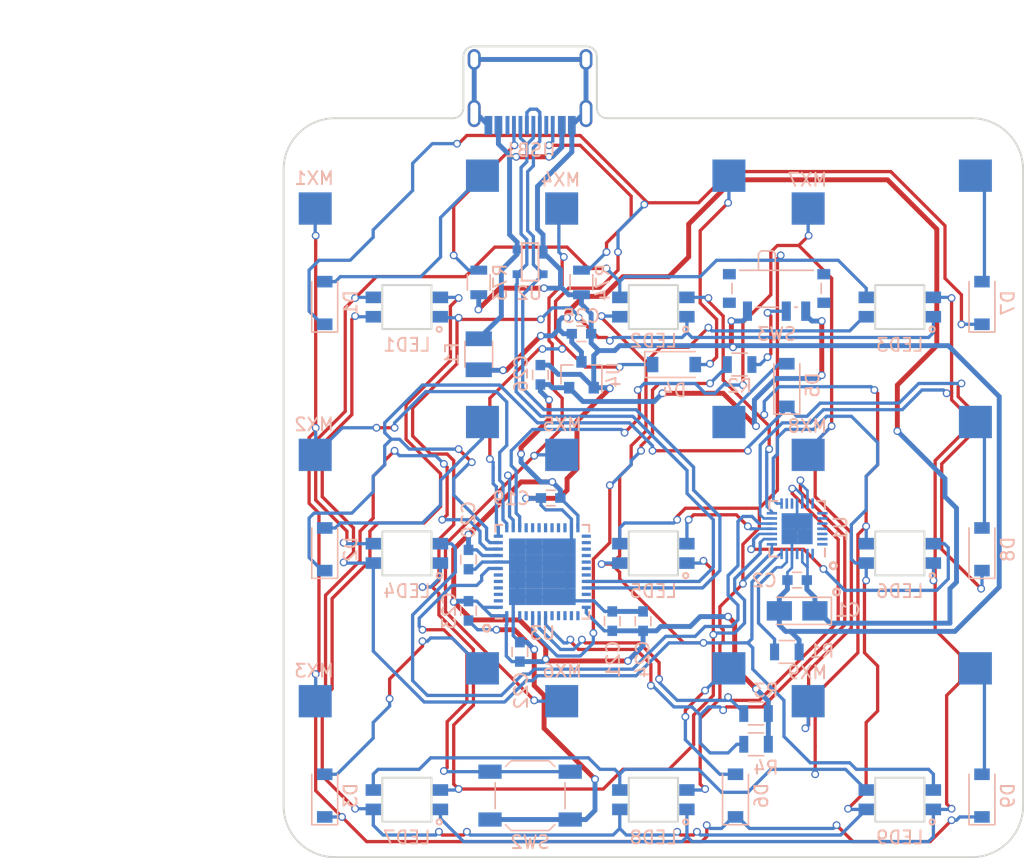
<source format=kicad_pcb>
(kicad_pcb (version 20171130) (host pcbnew "(5.0.2)-1")
  (layers (0 F.Cu signal) (31 B.Cu signal) (34 B.Paste user) (35 F.Paste user) (36 B.SilkS user) (37 F.SilkS user) (38 B.Mask user) (39 F.Mask user) (44 Edge.Cuts user))
  (net 0 "")
  (net 1 +5V)
  (net 2 GND)
  (net 3 "Net-(D1-Pad2)")
  (net 4 ROW0)
  (net 5 ROW1)
  (net 6 ROW2)
  (net 7 VCC)
  (net 8 COL1)
  (net 9 COL2)
  (net 10 COL0)
  (net 11 D-)
  (net 12 D+)
  (net 13 "Net-(R73-Pad2)")
  (net 14 "Net-(R74-Pad2)")
  (net 15 "Net-(USB1-Pad9)")
  (net 16 "Net-(USB1-Pad3)")
  (net 17 +3V3)
  (net 18 "Net-(SW2-Pad2)")
  (net 19 "Net-(R2-Pad2)")
  (net 20 "Net-(R2-Pad1)")
  (net 21 "Net-(U3-Pad46)")
  (net 22 "Net-(U3-Pad45)")
  (net 23 "Net-(U3-Pad41)")
  (net 24 "Net-(U3-Pad40)")
  (net 25 "Net-(U3-Pad39)")
  (net 26 "Net-(U3-Pad27)")
  (net 27 "Net-(U3-Pad26)")
  (net 28 "Net-(U3-Pad25)")
  (net 29 "Net-(U3-Pad6)")
  (net 30 "Net-(U3-Pad5)")
  (net 31 "Net-(U3-Pad4)")
  (net 32 "Net-(U3-Pad3)")
  (net 33 "Net-(U3-Pad2)")
  (net 34 SWCLK)
  (net 35 SWDIO)
  (net 36 "Net-(D2-Pad2)")
  (net 37 "Net-(D3-Pad2)")
  (net 38 "Net-(D4-Pad2)")
  (net 39 "Net-(D5-Pad2)")
  (net 40 "Net-(D6-Pad2)")
  (net 41 "Net-(D7-Pad2)")
  (net 42 "Net-(D8-Pad2)")
  (net 43 "Net-(D9-Pad2)")
  (net 44 CB1)
  (net 45 CB9)
  (net 46 CB3)
  (net 47 CB2)
  (net 48 CB8)
  (net 49 CB7)
  (net 50 CB6)
  (net 51 CB5)
  (net 52 CB4)
  (net 53 "Net-(R1-Pad2)")
  (net 54 CA8)
  (net 55 CA7)
  (net 56 CA6)
  (net 57 CA5)
  (net 58 CA4)
  (net 59 CA3)
  (net 60 CA2)
  (net 61 CA1)
  (net 62 SCL)
  (net 63 SDA)
  (net 64 "Net-(U1-Pad17)")
  (net 65 "Net-(U1-Pad16)")
  (net 66 "Net-(U1-Pad4)")
  (net 67 CA9)
  (net 68 "Net-(U3-Pad16)")
  (net 69 "Net-(U3-Pad30)")
  (net 70 "Net-(U3-Pad19)")
  (net 71 "Net-(U3-Pad18)")
  (net 72 "Net-(U3-Pad17)")
  (net 73 "Net-(U3-Pad38)")
  (net 74 "Net-(U3-Pad31)")
  (net 75 "Net-(U3-Pad29)")
  (net 76 "Net-(U3-Pad22)")
  (net 77 "Net-(U3-Pad21)")
  (net 78 "Net-(U3-Pad20)")
  (net 79 "Net-(U3-Pad28)")
  (module Capacitors_Tantalum_SMD:CP_Tantalum_Case-A_EIA-3216-18_Reflow (layer B.Cu) (at 69.85 68.2625 180)
    (fp_text reference C1 (at -3.937 0.0635 180) (layer B.SilkS) (effects (justify mirror)))
    (fp_text value 10uF)
    (pad 2 smd rect (at 1.375 0 180) (size 1.95 1.5) (layers B.Cu B.Paste B.Mask) (net 2 GND))
    (pad 1 smd rect (at -1.375 0 180) (size 1.95 1.5) (layers B.Cu B.Paste B.Mask) (net 1 +5V))
  )
  (module Capacitors_SMD:C_0603 (layer B.Cu) (at 69.85 65.88125 180)
    (fp_text reference C2 (at 2.54 -0.03175 180) (layer B.SilkS) (effects (justify mirror)))
    (fp_text value 0.1uF)
    (pad 2 smd rect (at 0.75 0 180) (size 0.8 0.75) (layers B.Cu B.Paste B.Mask) (net 2 GND))
    (pad 1 smd rect (at -0.75 0 180) (size 0.8 0.75) (layers B.Cu B.Paste B.Mask) (net 1 +5V))
  )
  (module Capacitors_SMD:C_0603 (layer B.Cu) (at 50.8 59.53125 180)
    (fp_text reference C19 (at 3.048 -0.03175 180) (layer B.SilkS) (effects (justify mirror)))
    (fp_text value 0.1uF)
    (pad 1 smd rect (at -0.75 0 180) (size 0.8 0.75) (layers B.Cu B.Paste B.Mask) (net 17 +3V3))
    (pad 2 smd rect (at 0.75 0 180) (size 0.8 0.75) (layers B.Cu B.Paste B.Mask) (net 2 GND))
  )
  (module Capacitors_SMD:C_0603 (layer B.Cu) (at 44.45 64.29375 270)
    (fp_text reference C20 (at -3.07975 0 270) (layer B.SilkS) (effects (justify mirror)))
    (fp_text value 0.1uF)
    (pad 2 smd rect (at 0.75 0 270) (size 0.8 0.75) (layers B.Cu B.Paste B.Mask) (net 2 GND))
    (pad 1 smd rect (at -0.75 0 270) (size 0.8 0.75) (layers B.Cu B.Paste B.Mask) (net 17 +3V3))
  )
  (module Capacitors_SMD:C_0603 (layer B.Cu) (at 55.5625 69.05625 90)
    (fp_text reference C21 (at -2.95275 0.0635 90) (layer B.SilkS) (effects (justify mirror)))
    (fp_text value 0.1uF)
    (pad 1 smd rect (at -0.75 0 90) (size 0.8 0.75) (layers B.Cu B.Paste B.Mask) (net 17 +3V3))
    (pad 2 smd rect (at 0.75 0 90) (size 0.8 0.75) (layers B.Cu B.Paste B.Mask) (net 2 GND))
  )
  (module Capacitors_SMD:C_0603 (layer B.Cu) (at 48.41875 71.4375 90)
    (fp_text reference C22 (at -2.9845 0.09525 90) (layer B.SilkS) (effects (justify mirror)))
    (fp_text value 0.1uF)
    (pad 2 smd rect (at 0.75 0 90) (size 0.8 0.75) (layers B.Cu B.Paste B.Mask) (net 2 GND))
    (pad 1 smd rect (at -0.75 0 90) (size 0.8 0.75) (layers B.Cu B.Paste B.Mask) (net 17 +3V3))
  )
  (module Capacitors_SMD:C_0603 (layer B.Cu) (at 44.45 68.2625 270)
    (fp_text reference C23 (at 0 1.5 270) (layer B.SilkS) (effects (justify mirror)))
    (fp_text value 4.7uF)
    (pad 1 smd rect (at -0.75 0 270) (size 0.8 0.75) (layers B.Cu B.Paste B.Mask) (net 17 +3V3))
    (pad 2 smd rect (at 0.75 0 270) (size 0.8 0.75) (layers B.Cu B.Paste B.Mask) (net 2 GND))
  )
  (module Capacitors_SMD:C_0603 (layer B.Cu) (at 57.94375 69.05625 90)
    (fp_text reference C24 (at -2.95275 -0.03175 90) (layer B.SilkS) (effects (justify mirror)))
    (fp_text value 4.7uF)
    (pad 2 smd rect (at 0.75 0 90) (size 0.8 0.75) (layers B.Cu B.Paste B.Mask) (net 2 GND))
    (pad 1 smd rect (at -0.75 0 90) (size 0.8 0.75) (layers B.Cu B.Paste B.Mask) (net 17 +3V3))
  )
  (module Capacitors_SMD:C_0603 (layer B.Cu) (at 53.18125 46.83125)
    (fp_text reference C25 (at 0 -1.36525) (layer B.SilkS) (effects (justify mirror)))
    (fp_text value 1uF)
    (pad 1 smd rect (at -0.75 0) (size 0.8 0.75) (layers B.Cu B.Paste B.Mask) (net 1 +5V))
    (pad 2 smd rect (at 0.75 0) (size 0.8 0.75) (layers B.Cu B.Paste B.Mask) (net 2 GND))
  )
  (module Capacitors_SMD:C_0603 (layer B.Cu) (at 50.00625 50.00625 90)
    (fp_text reference C26 (at 0.09525 -1.49225 90) (layer B.SilkS) (effects (justify mirror)))
    (fp_text value 1uF)
    (pad 1 smd rect (at -0.75 0 90) (size 0.8 0.75) (layers B.Cu B.Paste B.Mask) (net 17 +3V3))
    (pad 2 smd rect (at 0.75 0 90) (size 0.8 0.75) (layers B.Cu B.Paste B.Mask) (net 2 GND))
  )
  (module Diodes_SMD:D_SOD-123 (layer B.Cu) (at 33.3375 44.45 90)
    (fp_text reference D1 (at 0 2 90) (layer B.SilkS) (effects (justify mirror)))
    (fp_text value SOD-123)
    (pad 2 smd rect (at 1.65 0 90) (size 0.9 1.2) (layers B.Cu B.Paste B.Mask) (net 3 "Net-(D1-Pad2)"))
    (pad 1 smd rect (at -1.65 0 90) (size 0.9 1.2) (layers B.Cu B.Paste B.Mask) (net 4 ROW0))
  )
  (module Diodes_SMD:D_SOD-123 (layer B.Cu) (at 33.3375 63.5 90)
    (fp_text reference D2 (at 0 2 90) (layer B.SilkS) (effects (justify mirror)))
    (fp_text value SOD-123)
    (pad 1 smd rect (at -1.65 0 90) (size 0.9 1.2) (layers B.Cu B.Paste B.Mask) (net 5 ROW1))
    (pad 2 smd rect (at 1.65 0 90) (size 0.9 1.2) (layers B.Cu B.Paste B.Mask) (net 36 "Net-(D2-Pad2)"))
  )
  (module Diodes_SMD:D_SOD-123 (layer B.Cu) (at 33.3375 82.55 90)
    (fp_text reference D3 (at 0 2 90) (layer B.SilkS) (effects (justify mirror)))
    (fp_text value SOD-123)
    (pad 2 smd rect (at 1.65 0 90) (size 0.9 1.2) (layers B.Cu B.Paste B.Mask) (net 37 "Net-(D3-Pad2)"))
    (pad 1 smd rect (at -1.65 0 90) (size 0.9 1.2) (layers B.Cu B.Paste B.Mask) (net 6 ROW2))
  )
  (module Diodes_SMD:D_SOD-123 (layer B.Cu) (at 60.325 49.2125)
    (fp_text reference D4 (at 0 2) (layer B.SilkS) (effects (justify mirror)))
    (fp_text value SOD-123)
    (pad 1 smd rect (at -1.65 0) (size 0.9 1.2) (layers B.Cu B.Paste B.Mask) (net 4 ROW0))
    (pad 2 smd rect (at 1.65 0) (size 0.9 1.2) (layers B.Cu B.Paste B.Mask) (net 38 "Net-(D4-Pad2)"))
  )
  (module Diodes_SMD:D_SOD-123 (layer B.Cu) (at 69.05625 50.8 90)
    (fp_text reference D5 (at 0 2 90) (layer B.SilkS) (effects (justify mirror)))
    (fp_text value SOD-123)
    (pad 2 smd rect (at 1.65 0 90) (size 0.9 1.2) (layers B.Cu B.Paste B.Mask) (net 39 "Net-(D5-Pad2)"))
    (pad 1 smd rect (at -1.65 0 90) (size 0.9 1.2) (layers B.Cu B.Paste B.Mask) (net 5 ROW1))
  )
  (module Diodes_SMD:D_SOD-123 (layer B.Cu) (at 65.0875 82.55 90)
    (fp_text reference D6 (at 0 2 90) (layer B.SilkS) (effects (justify mirror)))
    (fp_text value SOD-123)
    (pad 2 smd rect (at 1.65 0 90) (size 0.9 1.2) (layers B.Cu B.Paste B.Mask) (net 40 "Net-(D6-Pad2)"))
    (pad 1 smd rect (at -1.65 0 90) (size 0.9 1.2) (layers B.Cu B.Paste B.Mask) (net 6 ROW2))
  )
  (module Diodes_SMD:D_SOD-123 (layer B.Cu) (at 84.1375 44.45 90)
    (fp_text reference D7 (at 0 2 90) (layer B.SilkS) (effects (justify mirror)))
    (fp_text value SOD-123)
    (pad 2 smd rect (at 1.65 0 90) (size 0.9 1.2) (layers B.Cu B.Paste B.Mask) (net 41 "Net-(D7-Pad2)"))
    (pad 1 smd rect (at -1.65 0 90) (size 0.9 1.2) (layers B.Cu B.Paste B.Mask) (net 4 ROW0))
  )
  (module Diodes_SMD:D_SOD-123 (layer B.Cu) (at 84.1375 63.5 90)
    (fp_text reference D8 (at 0 2 90) (layer B.SilkS) (effects (justify mirror)))
    (fp_text value SOD-123)
    (pad 1 smd rect (at -1.65 0 90) (size 0.9 1.2) (layers B.Cu B.Paste B.Mask) (net 5 ROW1))
    (pad 2 smd rect (at 1.65 0 90) (size 0.9 1.2) (layers B.Cu B.Paste B.Mask) (net 42 "Net-(D8-Pad2)"))
  )
  (module Diodes_SMD:D_SOD-123 (layer B.Cu) (at 84.1375 82.55 90)
    (fp_text reference D9 (at 0 2 90) (layer B.SilkS) (effects (justify mirror)))
    (fp_text value SOD-123)
    (pad 1 smd rect (at -1.65 0 90) (size 0.9 1.2) (layers B.Cu B.Paste B.Mask) (net 6 ROW2))
    (pad 2 smd rect (at 1.65 0 90) (size 0.9 1.2) (layers B.Cu B.Paste B.Mask) (net 43 "Net-(D9-Pad2)"))
  )
  (module Fuse_Holders_and_Fuses:Fuse_SMD1206_Reflow (layer B.Cu) (at 45.24375 48.41875 90)
    (fp_text reference F1 (at 0.03175 -2.06375 90) (layer B.SilkS) (effects (justify mirror)))
    (fp_text value 500mA)
    (pad 2 smd rect (at 1.2 0) (size 2.03 1.14) (layers B.Cu B.Paste B.Mask) (net 7 VCC))
    (pad 1 smd rect (at -1.2 0) (size 2.03 1.14) (layers B.Cu B.Paste B.Mask) (net 1 +5V))
  )
  (module random-keyboard-parts:RGB-6028 (layer B.Cu) (at 39.6875 39.6875 180)
    (fp_text reference LED1 (at 0 -8 180) (layer B.SilkS) (effects (justify mirror)))
    (fp_text value RGB-6028)
    (fp_line (start -1.9 -3.38) (end -1.9 -6.78) (layer Edge.Cuts) (width 0.15))
    (fp_line (start 1.9 -6.78) (end -1.9 -6.78) (layer Edge.Cuts) (width 0.15))
    (fp_line (start 1.9 -3.38) (end 1.9 -6.78) (layer Edge.Cuts) (width 0.15))
    (fp_line (start 1.9 -3.38) (end -1.9 -3.38) (layer Edge.Cuts) (width 0.15))
    (pad 2 smd rect (at 2.595 -5.83 180) (size 1.19 0.9) (layers B.Cu B.Paste B.Mask) (net 44 CB1))
    (pad 1 smd rect (at -2.595 -4.33 180) (size 1.19 0.9) (layers B.Cu B.Paste B.Mask) (net 45 CB9))
    (pad 4 smd rect (at -2.595 -5.83 180) (size 1.19 0.9) (layers B.Cu B.Paste B.Mask) (net 46 CB3))
    (pad 3 smd rect (at 2.595 -4.33 180) (size 1.19 0.9) (layers B.Cu B.Paste B.Mask) (net 47 CB2))
  )
  (module random-keyboard-parts:RGB-6028 (layer B.Cu) (at 58.7375 39.6875 180)
    (fp_text reference LED2 (at 0 -7.6835 180) (layer B.SilkS) (effects (justify mirror)))
    (fp_text value RGB-6028)
    (fp_line (start -1.9 -3.38) (end -1.9 -6.78) (layer Edge.Cuts) (width 0.15))
    (fp_line (start 1.9 -6.78) (end -1.9 -6.78) (layer Edge.Cuts) (width 0.15))
    (fp_line (start 1.9 -3.38) (end 1.9 -6.78) (layer Edge.Cuts) (width 0.15))
    (fp_line (start 1.9 -3.38) (end -1.9 -3.38) (layer Edge.Cuts) (width 0.15))
    (pad 2 smd rect (at 2.595 -5.83 180) (size 1.19 0.9) (layers B.Cu B.Paste B.Mask) (net 44 CB1))
    (pad 1 smd rect (at -2.595 -4.33 180) (size 1.19 0.9) (layers B.Cu B.Paste B.Mask) (net 48 CB8))
    (pad 4 smd rect (at -2.595 -5.83 180) (size 1.19 0.9) (layers B.Cu B.Paste B.Mask) (net 46 CB3))
    (pad 3 smd rect (at 2.595 -4.33 180) (size 1.19 0.9) (layers B.Cu B.Paste B.Mask) (net 47 CB2))
  )
  (module random-keyboard-parts:RGB-6028 (layer B.Cu) (at 77.7875 39.6875 180)
    (fp_text reference LED3 (at 0 -8 180) (layer B.SilkS) (effects (justify mirror)))
    (fp_text value RGB-6028)
    (fp_line (start 1.9 -3.38) (end -1.9 -3.38) (layer Edge.Cuts) (width 0.15))
    (fp_line (start 1.9 -3.38) (end 1.9 -6.78) (layer Edge.Cuts) (width 0.15))
    (fp_line (start 1.9 -6.78) (end -1.9 -6.78) (layer Edge.Cuts) (width 0.15))
    (fp_line (start -1.9 -3.38) (end -1.9 -6.78) (layer Edge.Cuts) (width 0.15))
    (pad 3 smd rect (at 2.595 -4.33 180) (size 1.19 0.9) (layers B.Cu B.Paste B.Mask) (net 47 CB2))
    (pad 4 smd rect (at -2.595 -5.83 180) (size 1.19 0.9) (layers B.Cu B.Paste B.Mask) (net 46 CB3))
    (pad 1 smd rect (at -2.595 -4.33 180) (size 1.19 0.9) (layers B.Cu B.Paste B.Mask) (net 49 CB7))
    (pad 2 smd rect (at 2.595 -5.83 180) (size 1.19 0.9) (layers B.Cu B.Paste B.Mask) (net 44 CB1))
  )
  (module random-keyboard-parts:RGB-6028 (layer B.Cu) (at 39.6875 58.7375 180)
    (fp_text reference LED4 (at 0 -8 180) (layer B.SilkS) (effects (justify mirror)))
    (fp_text value RGB-6028)
    (fp_line (start -1.9 -3.38) (end -1.9 -6.78) (layer Edge.Cuts) (width 0.15))
    (fp_line (start 1.9 -6.78) (end -1.9 -6.78) (layer Edge.Cuts) (width 0.15))
    (fp_line (start 1.9 -3.38) (end 1.9 -6.78) (layer Edge.Cuts) (width 0.15))
    (fp_line (start 1.9 -3.38) (end -1.9 -3.38) (layer Edge.Cuts) (width 0.15))
    (pad 2 smd rect (at 2.595 -5.83 180) (size 1.19 0.9) (layers B.Cu B.Paste B.Mask) (net 44 CB1))
    (pad 1 smd rect (at -2.595 -4.33 180) (size 1.19 0.9) (layers B.Cu B.Paste B.Mask) (net 50 CB6))
    (pad 4 smd rect (at -2.595 -5.83 180) (size 1.19 0.9) (layers B.Cu B.Paste B.Mask) (net 46 CB3))
    (pad 3 smd rect (at 2.595 -4.33 180) (size 1.19 0.9) (layers B.Cu B.Paste B.Mask) (net 47 CB2))
  )
  (module random-keyboard-parts:RGB-6028 (layer B.Cu) (at 58.7375 58.7375 180)
    (fp_text reference LED5 (at 0 -8 180) (layer B.SilkS) (effects (justify mirror)))
    (fp_text value RGB-6028)
    (fp_line (start 1.9 -3.38) (end -1.9 -3.38) (layer Edge.Cuts) (width 0.15))
    (fp_line (start 1.9 -3.38) (end 1.9 -6.78) (layer Edge.Cuts) (width 0.15))
    (fp_line (start 1.9 -6.78) (end -1.9 -6.78) (layer Edge.Cuts) (width 0.15))
    (fp_line (start -1.9 -3.38) (end -1.9 -6.78) (layer Edge.Cuts) (width 0.15))
    (pad 3 smd rect (at 2.595 -4.33 180) (size 1.19 0.9) (layers B.Cu B.Paste B.Mask) (net 47 CB2))
    (pad 4 smd rect (at -2.595 -5.83 180) (size 1.19 0.9) (layers B.Cu B.Paste B.Mask) (net 46 CB3))
    (pad 1 smd rect (at -2.595 -4.33 180) (size 1.19 0.9) (layers B.Cu B.Paste B.Mask) (net 51 CB5))
    (pad 2 smd rect (at 2.595 -5.83 180) (size 1.19 0.9) (layers B.Cu B.Paste B.Mask) (net 44 CB1))
  )
  (module random-keyboard-parts:RGB-6028 (layer B.Cu) (at 77.7875 58.7375 180)
    (fp_text reference LED6 (at 0 -8 180) (layer B.SilkS) (effects (justify mirror)))
    (fp_text value RGB-6028)
    (fp_line (start 1.9 -3.38) (end -1.9 -3.38) (layer Edge.Cuts) (width 0.15))
    (fp_line (start 1.9 -3.38) (end 1.9 -6.78) (layer Edge.Cuts) (width 0.15))
    (fp_line (start 1.9 -6.78) (end -1.9 -6.78) (layer Edge.Cuts) (width 0.15))
    (fp_line (start -1.9 -3.38) (end -1.9 -6.78) (layer Edge.Cuts) (width 0.15))
    (pad 3 smd rect (at 2.595 -4.33 180) (size 1.19 0.9) (layers B.Cu B.Paste B.Mask) (net 48 CB8))
    (pad 4 smd rect (at -2.595 -5.83 180) (size 1.19 0.9) (layers B.Cu B.Paste B.Mask) (net 49 CB7))
    (pad 1 smd rect (at -2.595 -4.33 180) (size 1.19 0.9) (layers B.Cu B.Paste B.Mask) (net 52 CB4))
    (pad 2 smd rect (at 2.595 -5.83 180) (size 1.19 0.9) (layers B.Cu B.Paste B.Mask) (net 45 CB9))
  )
  (module random-keyboard-parts:RGB-6028 (layer B.Cu) (at 39.6875 77.7875 180)
    (fp_text reference LED7 (at 0 -8 180) (layer B.SilkS) (effects (justify mirror)))
    (fp_text value RGB-6028)
    (fp_line (start -1.9 -3.38) (end -1.9 -6.78) (layer Edge.Cuts) (width 0.15))
    (fp_line (start 1.9 -6.78) (end -1.9 -6.78) (layer Edge.Cuts) (width 0.15))
    (fp_line (start 1.9 -3.38) (end 1.9 -6.78) (layer Edge.Cuts) (width 0.15))
    (fp_line (start 1.9 -3.38) (end -1.9 -3.38) (layer Edge.Cuts) (width 0.15))
    (pad 2 smd rect (at 2.595 -5.83 180) (size 1.19 0.9) (layers B.Cu B.Paste B.Mask) (net 45 CB9))
    (pad 1 smd rect (at -2.595 -4.33 180) (size 1.19 0.9) (layers B.Cu B.Paste B.Mask) (net 46 CB3))
    (pad 4 smd rect (at -2.595 -5.83 180) (size 1.19 0.9) (layers B.Cu B.Paste B.Mask) (net 49 CB7))
    (pad 3 smd rect (at 2.595 -4.33 180) (size 1.19 0.9) (layers B.Cu B.Paste B.Mask) (net 48 CB8))
  )
  (module random-keyboard-parts:RGB-6028 (layer B.Cu) (at 58.7375 77.7875 180)
    (fp_text reference LED8 (at 0 -8 180) (layer B.SilkS) (effects (justify mirror)))
    (fp_text value RGB-6028)
    (fp_line (start 1.9 -3.38) (end -1.9 -3.38) (layer Edge.Cuts) (width 0.15))
    (fp_line (start 1.9 -3.38) (end 1.9 -6.78) (layer Edge.Cuts) (width 0.15))
    (fp_line (start 1.9 -6.78) (end -1.9 -6.78) (layer Edge.Cuts) (width 0.15))
    (fp_line (start -1.9 -3.38) (end -1.9 -6.78) (layer Edge.Cuts) (width 0.15))
    (pad 3 smd rect (at 2.595 -4.33 180) (size 1.19 0.9) (layers B.Cu B.Paste B.Mask) (net 48 CB8))
    (pad 4 smd rect (at -2.595 -5.83 180) (size 1.19 0.9) (layers B.Cu B.Paste B.Mask) (net 49 CB7))
    (pad 1 smd rect (at -2.595 -4.33 180) (size 1.19 0.9) (layers B.Cu B.Paste B.Mask) (net 47 CB2))
    (pad 2 smd rect (at 2.595 -5.83 180) (size 1.19 0.9) (layers B.Cu B.Paste B.Mask) (net 45 CB9))
  )
  (module random-keyboard-parts:RGB-6028 (layer B.Cu) (at 77.7875 77.7875 180)
    (fp_text reference LED9 (at 0 -8 180) (layer B.SilkS) (effects (justify mirror)))
    (fp_text value RGB-6028)
    (fp_line (start 1.9 -3.38) (end -1.9 -3.38) (layer Edge.Cuts) (width 0.15))
    (fp_line (start 1.9 -3.38) (end 1.9 -6.78) (layer Edge.Cuts) (width 0.15))
    (fp_line (start 1.9 -6.78) (end -1.9 -6.78) (layer Edge.Cuts) (width 0.15))
    (fp_line (start -1.9 -3.38) (end -1.9 -6.78) (layer Edge.Cuts) (width 0.15))
    (pad 3 smd rect (at 2.595 -4.33 180) (size 1.19 0.9) (layers B.Cu B.Paste B.Mask) (net 48 CB8))
    (pad 4 smd rect (at -2.595 -5.83 180) (size 1.19 0.9) (layers B.Cu B.Paste B.Mask) (net 49 CB7))
    (pad 1 smd rect (at -2.595 -4.33 180) (size 1.19 0.9) (layers B.Cu B.Paste B.Mask) (net 44 CB1))
    (pad 2 smd rect (at 2.595 -5.83 180) (size 1.19 0.9) (layers B.Cu B.Paste B.Mask) (net 45 CB9))
  )
  (module Resistors_SMD:R_0805 (layer B.Cu) (at 69.05625 71.4375 180)
    (fp_text reference R1 (at -2.69875 0.0635 180) (layer B.SilkS) (effects (justify mirror)))
    (fp_text value 20k)
    (pad 1 smd rect (at -0.95 0 180) (size 0.7 1.3) (layers B.Cu B.Paste B.Mask) (net 2 GND))
    (pad 2 smd rect (at 0.95 0 180) (size 0.7 1.3) (layers B.Cu B.Paste B.Mask) (net 53 "Net-(R1-Pad2)"))
  )
  (module Resistors_SMD:R_0805 (layer B.Cu) (at 65.405 49.2125)
    (fp_text reference R2 (at 0 1.65) (layer B.SilkS) (effects (justify mirror)))
    (fp_text value 10k)
    (pad 2 smd rect (at 0.95 0) (size 0.7 1.3) (layers B.Cu B.Paste B.Mask) (net 19 "Net-(R2-Pad2)"))
    (pad 1 smd rect (at -0.95 0) (size 0.7 1.3) (layers B.Cu B.Paste B.Mask) (net 20 "Net-(R2-Pad1)"))
  )
  (module Resistors_SMD:R_0805 (layer B.Cu) (at 45.24375 42.8625 90)
    (fp_text reference R73 (at 0 1.65 90) (layer B.SilkS) (effects (justify mirror)))
    (fp_text value 5.1k)
    (pad 1 smd rect (at -0.95 0 90) (size 0.7 1.3) (layers B.Cu B.Paste B.Mask) (net 2 GND))
    (pad 2 smd rect (at 0.95 0 90) (size 0.7 1.3) (layers B.Cu B.Paste B.Mask) (net 13 "Net-(R73-Pad2)"))
  )
  (module Resistors_SMD:R_0805 (layer B.Cu) (at 53.18125 42.8625 90)
    (fp_text reference R74 (at 0 1.65 90) (layer B.SilkS) (effects (justify mirror)))
    (fp_text value 5.1k)
    (pad 2 smd rect (at 0.95 0 90) (size 0.7 1.3) (layers B.Cu B.Paste B.Mask) (net 14 "Net-(R74-Pad2)"))
    (pad 1 smd rect (at -0.95 0 90) (size 0.7 1.3) (layers B.Cu B.Paste B.Mask) (net 2 GND))
  )
  (module Buttons_Switches_SMD:SW_SPST_SKQG (layer B.Cu) (at 49.2125 82.55)
    (fp_text reference SW2 (at 0 3.6) (layer B.SilkS) (effects (justify mirror)))
    (fp_text value SW_Push)
    (pad 2 smd rect (at 3.1 -1.85) (size 1.8 1.1) (layers B.Cu B.Paste B.Mask) (net 18 "Net-(SW2-Pad2)"))
    (pad 2 smd rect (at -3.1 -1.85) (size 1.8 1.1) (layers B.Cu B.Paste B.Mask) (net 18 "Net-(SW2-Pad2)"))
    (pad 1 smd rect (at 3.1 1.85) (size 1.8 1.1) (layers B.Cu B.Paste B.Mask) (net 2 GND))
    (pad 1 smd rect (at -3.1 1.85) (size 1.8 1.1) (layers B.Cu B.Paste B.Mask) (net 2 GND))
  )
  (module Buttons_Switches_SMD:SW_SPDT_PCM12 (layer B.Cu) (at 68.2625 43.65625)
    (fp_text reference SW3 (at 0 3.2) (layer B.SilkS) (effects (justify mirror)))
    (fp_text value SW_SPDT)
    (pad "" smd rect (at -3.65 0.78) (size 1 0.8) (layers B.Cu B.Paste B.Mask))
    (pad "" smd rect (at 3.65 0.78) (size 1 0.8) (layers B.Cu B.Paste B.Mask))
    (pad "" smd rect (at 3.65 -1.43) (size 1 0.8) (layers B.Cu B.Paste B.Mask))
    (pad "" smd rect (at -3.65 -1.43) (size 1 0.8) (layers B.Cu B.Paste B.Mask))
    (pad 3 smd rect (at 2.25 1.43) (size 0.7 1.5) (layers B.Cu B.Paste B.Mask) (net 17 +3V3))
    (pad 2 smd rect (at 0.75 1.43) (size 0.7 1.5) (layers B.Cu B.Paste B.Mask) (net 19 "Net-(R2-Pad2)"))
    (pad 1 smd rect (at -2.25 1.43) (size 0.7 1.5) (layers B.Cu B.Paste B.Mask) (net 2 GND))
    (pad "" np_thru_hole circle (at 1.5 -0.33) (size 0.9 0.9) (drill 0.9) (layers *.Cu *.Mask))
    (pad "" np_thru_hole circle (at -1.5 -0.33) (size 0.9 0.9) (drill 0.9) (layers *.Cu *.Mask))
  )
  (module Housings_DFN_QFN:QFN-28-1EP_4x4mm_Pitch0.4mm (layer B.Cu) (at 69.85 61.9125 90)
    (fp_text reference U1 (at 0 3.35 90) (layer B.SilkS) (effects (justify mirror)))
    (fp_text value IS31FL3731-QFLS2)
    (pad 29 smd rect (at -0.6 0.6 90) (size 1.2 1.2) (layers B.Cu B.Paste B.Mask) (net 2 GND))
    (pad 29 smd rect (at -0.6 -0.6 90) (size 1.2 1.2) (layers B.Cu B.Paste B.Mask) (net 2 GND))
    (pad 29 smd rect (at 0.6 0.6 90) (size 1.2 1.2) (layers B.Cu B.Paste B.Mask) (net 2 GND))
    (pad 29 smd rect (at 0.6 -0.6 90) (size 1.2 1.2) (layers B.Cu B.Paste B.Mask) (net 2 GND))
    (pad 28 smd rect (at -1.2 1.95) (size 0.8 0.2) (layers B.Cu B.Paste B.Mask) (net 54 CA8))
    (pad 27 smd rect (at -0.8 1.95) (size 0.8 0.2) (layers B.Cu B.Paste B.Mask) (net 55 CA7))
    (pad 26 smd rect (at -0.4 1.95) (size 0.8 0.2) (layers B.Cu B.Paste B.Mask) (net 56 CA6))
    (pad 25 smd rect (at 0 1.95) (size 0.8 0.2) (layers B.Cu B.Paste B.Mask) (net 57 CA5))
    (pad 24 smd rect (at 0.4 1.95) (size 0.8 0.2) (layers B.Cu B.Paste B.Mask) (net 58 CA4))
    (pad 23 smd rect (at 0.8 1.95) (size 0.8 0.2) (layers B.Cu B.Paste B.Mask) (net 59 CA3))
    (pad 22 smd rect (at 1.2 1.95) (size 0.8 0.2) (layers B.Cu B.Paste B.Mask) (net 60 CA2))
    (pad 21 smd rect (at 1.95 1.2 90) (size 0.8 0.2) (layers B.Cu B.Paste B.Mask) (net 61 CA1))
    (pad 20 smd rect (at 1.95 0.8 90) (size 0.8 0.2) (layers B.Cu B.Paste B.Mask) (net 62 SCL))
    (pad 19 smd rect (at 1.95 0.4 90) (size 0.8 0.2) (layers B.Cu B.Paste B.Mask) (net 63 SDA))
    (pad 18 smd rect (at 1.95 0 90) (size 0.8 0.2) (layers B.Cu B.Paste B.Mask) (net 2 GND))
    (pad 17 smd rect (at 1.95 -0.4 90) (size 0.8 0.2) (layers B.Cu B.Paste B.Mask) (net 64 "Net-(U1-Pad17)"))
    (pad 16 smd rect (at 1.95 -0.8 90) (size 0.8 0.2) (layers B.Cu B.Paste B.Mask) (net 65 "Net-(U1-Pad16)"))
    (pad 15 smd rect (at 1.95 -1.2 90) (size 0.8 0.2) (layers B.Cu B.Paste B.Mask) (net 45 CB9))
    (pad 14 smd rect (at 1.2 -1.95) (size 0.8 0.2) (layers B.Cu B.Paste B.Mask) (net 48 CB8))
    (pad 13 smd rect (at 0.8 -1.95) (size 0.8 0.2) (layers B.Cu B.Paste B.Mask) (net 49 CB7))
    (pad 12 smd rect (at 0.4 -1.95) (size 0.8 0.2) (layers B.Cu B.Paste B.Mask) (net 50 CB6))
    (pad 11 smd rect (at 0 -1.95) (size 0.8 0.2) (layers B.Cu B.Paste B.Mask) (net 51 CB5))
    (pad 10 smd rect (at -0.4 -1.95) (size 0.8 0.2) (layers B.Cu B.Paste B.Mask) (net 52 CB4))
    (pad 9 smd rect (at -0.8 -1.95) (size 0.8 0.2) (layers B.Cu B.Paste B.Mask) (net 46 CB3))
    (pad 8 smd rect (at -1.2 -1.95) (size 0.8 0.2) (layers B.Cu B.Paste B.Mask) (net 47 CB2))
    (pad 7 smd rect (at -1.95 -1.2 90) (size 0.8 0.2) (layers B.Cu B.Paste B.Mask) (net 44 CB1))
    (pad 6 smd rect (at -1.95 -0.8 90) (size 0.8 0.2) (layers B.Cu B.Paste B.Mask) (net 53 "Net-(R1-Pad2)"))
    (pad 5 smd rect (at -1.95 -0.4 90) (size 0.8 0.2) (layers B.Cu B.Paste B.Mask) (net 2 GND))
    (pad 4 smd rect (at -1.95 0 90) (size 0.8 0.2) (layers B.Cu B.Paste B.Mask) (net 66 "Net-(U1-Pad4)"))
    (pad 3 smd rect (at -1.95 0.4 90) (size 0.8 0.2) (layers B.Cu B.Paste B.Mask) (net 1 +5V))
    (pad 2 smd rect (at -1.95 0.8 90) (size 0.8 0.2) (layers B.Cu B.Paste B.Mask) (net 1 +5V))
    (pad 1 smd rect (at -1.95 1.2 90) (size 0.8 0.2) (layers B.Cu B.Paste B.Mask) (net 67 CA9))
  )
  (module random-keyboard-parts:SOT143B (layer B.Cu) (at 49.2125 41.275 270)
    (fp_text reference U2 (at 2.413 0.0635) (layer B.SilkS) (effects (justify mirror)))
    (fp_text value PRTR5V0U2X)
    (pad 3 smd rect (at 0.95 1 270) (size 0.6 0.7) (layers B.Cu B.Paste B.Mask) (net 11 D-))
    (pad 2 smd rect (at 0.95 -1 270) (size 0.6 0.7) (layers B.Cu B.Paste B.Mask) (net 12 D+))
    (pad 4 smd rect (at -0.95 1 270) (size 0.6 0.7) (layers B.Cu B.Paste B.Mask) (net 7 VCC))
    (pad 1 smd rect (at -0.75 -1 270) (size 1 0.7) (layers B.Cu B.Paste B.Mask) (net 2 GND))
  )
  (module Housings_DFN_QFN:QFN-48-1EP_7x7mm_Pitch0.5mm (layer B.Cu) (at 50.15625 65.2375)
    (fp_text reference U3 (at 0 4.75) (layer B.SilkS) (effects (justify mirror)))
    (fp_text value STM32F072CBUx)
    (pad 49 smd rect (at -1.93125 1.93125) (size 1.2875 1.2875) (layers B.Cu B.Paste B.Mask) (net 2 GND))
    (pad 49 smd rect (at -1.93125 0.64375) (size 1.2875 1.2875) (layers B.Cu B.Paste B.Mask) (net 2 GND))
    (pad 49 smd rect (at -1.93125 -0.64375) (size 1.2875 1.2875) (layers B.Cu B.Paste B.Mask) (net 2 GND))
    (pad 49 smd rect (at -1.93125 -1.93125) (size 1.2875 1.2875) (layers B.Cu B.Paste B.Mask) (net 2 GND))
    (pad 49 smd rect (at -0.64375 1.93125) (size 1.2875 1.2875) (layers B.Cu B.Paste B.Mask) (net 2 GND))
    (pad 49 smd rect (at -0.64375 0.64375) (size 1.2875 1.2875) (layers B.Cu B.Paste B.Mask) (net 2 GND))
    (pad 49 smd rect (at -0.64375 -0.64375) (size 1.2875 1.2875) (layers B.Cu B.Paste B.Mask) (net 2 GND))
    (pad 49 smd rect (at -0.64375 -1.93125) (size 1.2875 1.2875) (layers B.Cu B.Paste B.Mask) (net 2 GND))
    (pad 49 smd rect (at 0.64375 1.93125) (size 1.2875 1.2875) (layers B.Cu B.Paste B.Mask) (net 2 GND))
    (pad 49 smd rect (at 0.64375 0.64375) (size 1.2875 1.2875) (layers B.Cu B.Paste B.Mask) (net 2 GND))
    (pad 49 smd rect (at 0.64375 -0.64375) (size 1.2875 1.2875) (layers B.Cu B.Paste B.Mask) (net 2 GND))
    (pad 49 smd rect (at 0.64375 -1.93125) (size 1.2875 1.2875) (layers B.Cu B.Paste B.Mask) (net 2 GND))
    (pad 49 smd rect (at 1.93125 1.93125) (size 1.2875 1.2875) (layers B.Cu B.Paste B.Mask) (net 2 GND))
    (pad 49 smd rect (at 1.93125 0.64375) (size 1.2875 1.2875) (layers B.Cu B.Paste B.Mask) (net 2 GND))
    (pad 49 smd rect (at 1.93125 -0.64375) (size 1.2875 1.2875) (layers B.Cu B.Paste B.Mask) (net 2 GND))
    (pad 49 smd rect (at 1.93125 -1.93125) (size 1.2875 1.2875) (layers B.Cu B.Paste B.Mask) (net 2 GND))
    (pad 48 smd rect (at -2.75 3.4 270) (size 0.7 0.25) (layers B.Cu B.Paste B.Mask) (net 17 +3V3))
    (pad 47 smd rect (at -2.25 3.4 270) (size 0.7 0.25) (layers B.Cu B.Paste B.Mask) (net 2 GND))
    (pad 46 smd rect (at -1.75 3.4 270) (size 0.7 0.25) (layers B.Cu B.Paste B.Mask) (net 21 "Net-(U3-Pad46)"))
    (pad 45 smd rect (at -1.25 3.4 270) (size 0.7 0.25) (layers B.Cu B.Paste B.Mask) (net 22 "Net-(U3-Pad45)"))
    (pad 44 smd rect (at -0.75 3.4 270) (size 0.7 0.25) (layers B.Cu B.Paste B.Mask) (net 20 "Net-(R2-Pad1)"))
    (pad 43 smd rect (at -0.25 3.4 270) (size 0.7 0.25) (layers B.Cu B.Paste B.Mask) (net 63 SDA))
    (pad 42 smd rect (at 0.25 3.4 270) (size 0.7 0.25) (layers B.Cu B.Paste B.Mask) (net 62 SCL))
    (pad 41 smd rect (at 0.75 3.4 270) (size 0.7 0.25) (layers B.Cu B.Paste B.Mask) (net 23 "Net-(U3-Pad41)"))
    (pad 40 smd rect (at 1.25 3.4 270) (size 0.7 0.25) (layers B.Cu B.Paste B.Mask) (net 24 "Net-(U3-Pad40)"))
    (pad 39 smd rect (at 1.75 3.4 270) (size 0.7 0.25) (layers B.Cu B.Paste B.Mask) (net 25 "Net-(U3-Pad39)"))
    (pad 38 smd rect (at 2.25 3.4 270) (size 0.7 0.25) (layers B.Cu B.Paste B.Mask) (net 73 "Net-(U3-Pad38)"))
    (pad 37 smd rect (at 2.75 3.4 270) (size 0.7 0.25) (layers B.Cu B.Paste B.Mask) (net 34 SWCLK))
    (pad 36 smd rect (at 3.4 2.75) (size 0.7 0.25) (layers B.Cu B.Paste B.Mask) (net 17 +3V3))
    (pad 35 smd rect (at 3.4 2.25) (size 0.7 0.25) (layers B.Cu B.Paste B.Mask) (net 2 GND))
    (pad 34 smd rect (at 3.4 1.75) (size 0.7 0.25) (layers B.Cu B.Paste B.Mask) (net 35 SWDIO))
    (pad 33 smd rect (at 3.4 1.25) (size 0.7 0.25) (layers B.Cu B.Paste B.Mask) (net 12 D+))
    (pad 32 smd rect (at 3.4 0.75) (size 0.7 0.25) (layers B.Cu B.Paste B.Mask) (net 11 D-))
    (pad 31 smd rect (at 3.4 0.25) (size 0.7 0.25) (layers B.Cu B.Paste B.Mask) (net 74 "Net-(U3-Pad31)"))
    (pad 30 smd rect (at 3.4 -0.25) (size 0.7 0.25) (layers B.Cu B.Paste B.Mask) (net 69 "Net-(U3-Pad30)"))
    (pad 29 smd rect (at 3.4 -0.75) (size 0.7 0.25) (layers B.Cu B.Paste B.Mask) (net 75 "Net-(U3-Pad29)"))
    (pad 28 smd rect (at 3.4 -1.25) (size 0.7 0.25) (layers B.Cu B.Paste B.Mask) (net 79 "Net-(U3-Pad28)"))
    (pad 27 smd rect (at 3.4 -1.75) (size 0.7 0.25) (layers B.Cu B.Paste B.Mask) (net 26 "Net-(U3-Pad27)"))
    (pad 26 smd rect (at 3.4 -2.25) (size 0.7 0.25) (layers B.Cu B.Paste B.Mask) (net 27 "Net-(U3-Pad26)"))
    (pad 25 smd rect (at 3.4 -2.75) (size 0.7 0.25) (layers B.Cu B.Paste B.Mask) (net 28 "Net-(U3-Pad25)"))
    (pad 24 smd rect (at 2.75 -3.4 270) (size 0.7 0.25) (layers B.Cu B.Paste B.Mask) (net 17 +3V3))
    (pad 23 smd rect (at 2.25 -3.4 270) (size 0.7 0.25) (layers B.Cu B.Paste B.Mask) (net 2 GND))
    (pad 22 smd rect (at 1.75 -3.4 270) (size 0.7 0.25) (layers B.Cu B.Paste B.Mask) (net 76 "Net-(U3-Pad22)"))
    (pad 21 smd rect (at 1.25 -3.4 270) (size 0.7 0.25) (layers B.Cu B.Paste B.Mask) (net 77 "Net-(U3-Pad21)"))
    (pad 20 smd rect (at 0.75 -3.4 270) (size 0.7 0.25) (layers B.Cu B.Paste B.Mask) (net 78 "Net-(U3-Pad20)"))
    (pad 19 smd rect (at 0.25 -3.4 270) (size 0.7 0.25) (layers B.Cu B.Paste B.Mask) (net 70 "Net-(U3-Pad19)"))
    (pad 18 smd rect (at -0.25 -3.4 270) (size 0.7 0.25) (layers B.Cu B.Paste B.Mask) (net 71 "Net-(U3-Pad18)"))
    (pad 17 smd rect (at -0.75 -3.4 270) (size 0.7 0.25) (layers B.Cu B.Paste B.Mask) (net 72 "Net-(U3-Pad17)"))
    (pad 16 smd rect (at -1.25 -3.4 270) (size 0.7 0.25) (layers B.Cu B.Paste B.Mask) (net 68 "Net-(U3-Pad16)"))
    (pad 15 smd rect (at -1.75 -3.4 270) (size 0.7 0.25) (layers B.Cu B.Paste B.Mask) (net 9 COL2))
    (pad 14 smd rect (at -2.25 -3.4 270) (size 0.7 0.25) (layers B.Cu B.Paste B.Mask) (net 8 COL1))
    (pad 13 smd rect (at -2.75 -3.4 270) (size 0.7 0.25) (layers B.Cu B.Paste B.Mask) (net 10 COL0))
    (pad 12 smd rect (at -3.4 -2.75) (size 0.7 0.25) (layers B.Cu B.Paste B.Mask) (net 4 ROW0))
    (pad 11 smd rect (at -3.4 -2.25) (size 0.7 0.25) (layers B.Cu B.Paste B.Mask) (net 5 ROW1))
    (pad 10 smd rect (at -3.4 -1.75) (size 0.7 0.25) (layers B.Cu B.Paste B.Mask) (net 6 ROW2))
    (pad 9 smd rect (at -3.4 -1.25) (size 0.7 0.25) (layers B.Cu B.Paste B.Mask) (net 17 +3V3))
    (pad 8 smd rect (at -3.4 -0.75) (size 0.7 0.25) (layers B.Cu B.Paste B.Mask) (net 2 GND))
    (pad 7 smd rect (at -3.4 -0.25) (size 0.7 0.25) (layers B.Cu B.Paste B.Mask) (net 18 "Net-(SW2-Pad2)"))
    (pad 6 smd rect (at -3.4 0.25) (size 0.7 0.25) (layers B.Cu B.Paste B.Mask) (net 29 "Net-(U3-Pad6)"))
    (pad 5 smd rect (at -3.4 0.75) (size 0.7 0.25) (layers B.Cu B.Paste B.Mask) (net 30 "Net-(U3-Pad5)"))
    (pad 4 smd rect (at -3.4 1.25) (size 0.7 0.25) (layers B.Cu B.Paste B.Mask) (net 31 "Net-(U3-Pad4)"))
    (pad 3 smd rect (at -3.4 1.75) (size 0.7 0.25) (layers B.Cu B.Paste B.Mask) (net 32 "Net-(U3-Pad3)"))
    (pad 2 smd rect (at -3.4 2.25) (size 0.7 0.25) (layers B.Cu B.Paste B.Mask) (net 33 "Net-(U3-Pad2)"))
    (pad 1 smd rect (at -3.4 2.75) (size 0.7 0.25) (layers B.Cu B.Paste B.Mask) (net 17 +3V3))
  )
  (module TO_SOT_Packages_SMD:SOT-23 (layer B.Cu) (at 53.18125 50.00625 90)
    (fp_text reference U4 (at 0 2.5 90) (layer B.SilkS) (effects (justify mirror)))
    (fp_text value MCP1700-3002E_SOT23)
    (pad 3 smd rect (at 1 0 90) (size 0.9 0.8) (layers B.Cu B.Paste B.Mask) (net 1 +5V))
    (pad 2 smd rect (at -1 -0.95 90) (size 0.9 0.8) (layers B.Cu B.Paste B.Mask) (net 17 +3V3))
    (pad 1 smd rect (at -1 0.95 90) (size 0.9 0.8) (layers B.Cu B.Paste B.Mask) (net 2 GND))
  )
  (module Type-C:HRO-TYPE-C-31-M-12-Assembly (layer B.Cu) (at 49.2125 23.01875)
    (fp_text reference USB1 (at 0 9.62025) (layer B.SilkS) (effects (justify mirror)))
    (fp_text value HRO-TYPE-C-31-M-12)
    (pad 13 thru_hole oval (at 4.32 2.6) (size 1 1.6) (drill oval 0.6 1.2) (layers *.Cu *.Mask) (net 2 GND))
    (pad 13 thru_hole oval (at -4.32 2.6) (size 1 1.6) (drill oval 0.6 1.2) (layers *.Cu *.Mask) (net 2 GND))
    (pad 13 thru_hole oval (at 4.32 6.78) (size 1 2.1) (drill oval 0.6 1.7) (layers *.Cu *.Mask) (net 2 GND))
    (pad 13 thru_hole oval (at -4.32 6.78) (size 1 2.1) (drill oval 0.6 1.7) (layers *.Cu *.Mask) (net 2 GND))
    (pad "" np_thru_hole circle (at -2.89 6.25) (size 0.65 0.65) (drill 0.65) (layers *.Cu *.Mask))
    (pad "" np_thru_hole circle (at 2.89 6.25) (size 0.65 0.65) (drill 0.65) (layers *.Cu *.Mask))
    (pad 6 smd rect (at -0.25 7.695) (size 0.3 1.45) (layers B.Cu B.Paste B.Mask) (net 12 D+))
    (pad 7 smd rect (at 0.25 7.695) (size 0.3 1.45) (layers B.Cu B.Paste B.Mask) (net 11 D-))
    (pad 8 smd rect (at 0.75 7.695) (size 0.3 1.45) (layers B.Cu B.Paste B.Mask) (net 12 D+))
    (pad 5 smd rect (at -0.75 7.695) (size 0.3 1.45) (layers B.Cu B.Paste B.Mask) (net 11 D-))
    (pad 9 smd rect (at 1.25 7.695) (size 0.3 1.45) (layers B.Cu B.Paste B.Mask) (net 15 "Net-(USB1-Pad9)"))
    (pad 4 smd rect (at -1.25 7.695) (size 0.3 1.45) (layers B.Cu B.Paste B.Mask) (net 13 "Net-(R73-Pad2)"))
    (pad 10 smd rect (at 1.75 7.695) (size 0.3 1.45) (layers B.Cu B.Paste B.Mask) (net 14 "Net-(R74-Pad2)"))
    (pad 3 smd rect (at -1.75 7.695) (size 0.3 1.45) (layers B.Cu B.Paste B.Mask) (net 16 "Net-(USB1-Pad3)"))
    (pad 2 smd rect (at -2.45 7.695) (size 0.6 1.45) (layers B.Cu B.Paste B.Mask) (net 7 VCC))
    (pad 11 smd rect (at 2.45 7.695) (size 0.6 1.45) (layers B.Cu B.Paste B.Mask) (net 7 VCC))
    (pad 1 smd rect (at -3.225 7.695) (size 0.6 1.45) (layers B.Cu B.Paste B.Mask) (net 2 GND))
    (pad 12 smd rect (at 3.225 7.695) (size 0.6 1.45) (layers B.Cu B.Paste B.Mask) (net 2 GND))
  )
  (module MX_Alps_Hybrid:MXOnly-1U-Hotswap (layer F.Cu) (at 39.6875 39.6875)
    (fp_text reference MX1)
    (fp_text value MX-1U)
    (fp_text user %R (at -7.1755 -4.8895) (layer B.SilkS) (effects (justify mirror)))
    (pad 2 smd rect (at 5.842 -5.08) (size 2.55 2.5) (layers B.Cu B.Paste B.Mask) (net 3 "Net-(D1-Pad2)"))
    (pad 1 smd rect (at -7.085 -2.54) (size 2.55 2.5) (layers B.Cu B.Paste B.Mask) (net 10 COL0))
    (pad "" np_thru_hole circle (at 5.08 0 48.0996) (size 1.75 1.75) (drill 1.75) (layers *.Cu *.Mask))
    (pad "" np_thru_hole circle (at -5.08 0 48.0996) (size 1.75 1.75) (drill 1.75) (layers *.Cu *.Mask))
    (pad "" np_thru_hole circle (at -3.81 -2.54) (size 3 3) (drill 3) (layers *.Cu *.Mask))
    (pad "" np_thru_hole circle (at 0 0) (size 3.9878 3.9878) (drill 3.9878) (layers *.Cu *.Mask))
    (pad "" np_thru_hole circle (at 2.54 -5.08) (size 3 3) (drill 3) (layers *.Cu *.Mask))
  )
  (module MX_Alps_Hybrid:MXOnly-1U-Hotswap (layer F.Cu) (at 39.6875 58.7375)
    (fp_text reference MX2)
    (fp_text value MX-1U)
    (fp_text user %R (at -7.1755 -4.8895) (layer B.SilkS) (effects (justify mirror)))
    (pad "" np_thru_hole circle (at 2.54 -5.08) (size 3 3) (drill 3) (layers *.Cu *.Mask))
    (pad "" np_thru_hole circle (at 0 0) (size 3.9878 3.9878) (drill 3.9878) (layers *.Cu *.Mask))
    (pad "" np_thru_hole circle (at -3.81 -2.54) (size 3 3) (drill 3) (layers *.Cu *.Mask))
    (pad "" np_thru_hole circle (at -5.08 0 48.0996) (size 1.75 1.75) (drill 1.75) (layers *.Cu *.Mask))
    (pad "" np_thru_hole circle (at 5.08 0 48.0996) (size 1.75 1.75) (drill 1.75) (layers *.Cu *.Mask))
    (pad 1 smd rect (at -7.085 -2.54) (size 2.55 2.5) (layers B.Cu B.Paste B.Mask) (net 10 COL0))
    (pad 2 smd rect (at 5.842 -5.08) (size 2.55 2.5) (layers B.Cu B.Paste B.Mask) (net 36 "Net-(D2-Pad2)"))
  )
  (module MX_Alps_Hybrid:MXOnly-1U-Hotswap (layer F.Cu) (at 39.6875 77.7875)
    (fp_text reference MX3)
    (fp_text value MX-1U)
    (fp_text user %R (at -7.1755 -4.8895) (layer B.SilkS) (effects (justify mirror)))
    (pad "" np_thru_hole circle (at 2.54 -5.08) (size 3 3) (drill 3) (layers *.Cu *.Mask))
    (pad "" np_thru_hole circle (at 0 0) (size 3.9878 3.9878) (drill 3.9878) (layers *.Cu *.Mask))
    (pad "" np_thru_hole circle (at -3.81 -2.54) (size 3 3) (drill 3) (layers *.Cu *.Mask))
    (pad "" np_thru_hole circle (at -5.08 0 48.0996) (size 1.75 1.75) (drill 1.75) (layers *.Cu *.Mask))
    (pad "" np_thru_hole circle (at 5.08 0 48.0996) (size 1.75 1.75) (drill 1.75) (layers *.Cu *.Mask))
    (pad 1 smd rect (at -7.085 -2.54) (size 2.55 2.5) (layers B.Cu B.Paste B.Mask) (net 10 COL0))
    (pad 2 smd rect (at 5.842 -5.08) (size 2.55 2.5) (layers B.Cu B.Paste B.Mask) (net 37 "Net-(D3-Pad2)"))
  )
  (module MX_Alps_Hybrid:MXOnly-1U-Hotswap (layer F.Cu) (at 58.7375 39.6875)
    (fp_text reference MX4)
    (fp_text value MX-1U)
    (fp_text user %R (at -7.1755 -4.7625) (layer B.SilkS) (effects (justify mirror)))
    (pad "" np_thru_hole circle (at 2.54 -5.08) (size 3 3) (drill 3) (layers *.Cu *.Mask))
    (pad "" np_thru_hole circle (at 0 0) (size 3.9878 3.9878) (drill 3.9878) (layers *.Cu *.Mask))
    (pad "" np_thru_hole circle (at -3.81 -2.54) (size 3 3) (drill 3) (layers *.Cu *.Mask))
    (pad "" np_thru_hole circle (at -5.08 0 48.0996) (size 1.75 1.75) (drill 1.75) (layers *.Cu *.Mask))
    (pad "" np_thru_hole circle (at 5.08 0 48.0996) (size 1.75 1.75) (drill 1.75) (layers *.Cu *.Mask))
    (pad 1 smd rect (at -7.085 -2.54) (size 2.55 2.5) (layers B.Cu B.Paste B.Mask) (net 8 COL1))
    (pad 2 smd rect (at 5.842 -5.08) (size 2.55 2.5) (layers B.Cu B.Paste B.Mask) (net 38 "Net-(D4-Pad2)"))
  )
  (module MX_Alps_Hybrid:MXOnly-1U-Hotswap (layer F.Cu) (at 58.7375 58.7375)
    (fp_text reference MX5)
    (fp_text value MX-1U)
    (fp_text user %R (at -7.0485 -4.8895) (layer B.SilkS) (effects (justify mirror)))
    (pad 2 smd rect (at 5.842 -5.08) (size 2.55 2.5) (layers B.Cu B.Paste B.Mask) (net 39 "Net-(D5-Pad2)"))
    (pad 1 smd rect (at -7.085 -2.54) (size 2.55 2.5) (layers B.Cu B.Paste B.Mask) (net 8 COL1))
    (pad "" np_thru_hole circle (at 5.08 0 48.0996) (size 1.75 1.75) (drill 1.75) (layers *.Cu *.Mask))
    (pad "" np_thru_hole circle (at -5.08 0 48.0996) (size 1.75 1.75) (drill 1.75) (layers *.Cu *.Mask))
    (pad "" np_thru_hole circle (at -3.81 -2.54) (size 3 3) (drill 3) (layers *.Cu *.Mask))
    (pad "" np_thru_hole circle (at 0 0) (size 3.9878 3.9878) (drill 3.9878) (layers *.Cu *.Mask))
    (pad "" np_thru_hole circle (at 2.54 -5.08) (size 3 3) (drill 3) (layers *.Cu *.Mask))
  )
  (module MX_Alps_Hybrid:MXOnly-1U-Hotswap (layer F.Cu) (at 58.7375 77.7875)
    (fp_text reference MX6)
    (fp_text value MX-1U)
    (fp_text user %R (at -7.0485 -4.8895) (layer B.SilkS) (effects (justify mirror)))
    (pad 2 smd rect (at 5.842 -5.08) (size 2.55 2.5) (layers B.Cu B.Paste B.Mask) (net 40 "Net-(D6-Pad2)"))
    (pad 1 smd rect (at -7.085 -2.54) (size 2.55 2.5) (layers B.Cu B.Paste B.Mask) (net 8 COL1))
    (pad "" np_thru_hole circle (at 5.08 0 48.0996) (size 1.75 1.75) (drill 1.75) (layers *.Cu *.Mask))
    (pad "" np_thru_hole circle (at -5.08 0 48.0996) (size 1.75 1.75) (drill 1.75) (layers *.Cu *.Mask))
    (pad "" np_thru_hole circle (at -3.81 -2.54) (size 3 3) (drill 3) (layers *.Cu *.Mask))
    (pad "" np_thru_hole circle (at 0 0) (size 3.9878 3.9878) (drill 3.9878) (layers *.Cu *.Mask))
    (pad "" np_thru_hole circle (at 2.54 -5.08) (size 3 3) (drill 3) (layers *.Cu *.Mask))
  )
  (module MX_Alps_Hybrid:MXOnly-1U-Hotswap (layer F.Cu) (at 77.7875 39.6875)
    (fp_text reference MX7)
    (fp_text value MX-1U)
    (fp_text user %R (at -7.14375 -4.7625) (layer B.SilkS) (effects (justify mirror)))
    (pad "" np_thru_hole circle (at 2.54 -5.08) (size 3 3) (drill 3) (layers *.Cu *.Mask))
    (pad "" np_thru_hole circle (at 0 0) (size 3.9878 3.9878) (drill 3.9878) (layers *.Cu *.Mask))
    (pad "" np_thru_hole circle (at -3.81 -2.54) (size 3 3) (drill 3) (layers *.Cu *.Mask))
    (pad "" np_thru_hole circle (at -5.08 0 48.0996) (size 1.75 1.75) (drill 1.75) (layers *.Cu *.Mask))
    (pad "" np_thru_hole circle (at 5.08 0 48.0996) (size 1.75 1.75) (drill 1.75) (layers *.Cu *.Mask))
    (pad 1 smd rect (at -7.085 -2.54) (size 2.55 2.5) (layers B.Cu B.Paste B.Mask) (net 9 COL2))
    (pad 2 smd rect (at 5.842 -5.08) (size 2.55 2.5) (layers B.Cu B.Paste B.Mask) (net 41 "Net-(D7-Pad2)"))
  )
  (module MX_Alps_Hybrid:MXOnly-1U-Hotswap (layer F.Cu) (at 77.7875 58.7375)
    (fp_text reference MX8)
    (fp_text value MX-1U)
    (fp_text user %R (at -7.14375 -4.7625) (layer B.SilkS) (effects (justify mirror)))
    (pad "" np_thru_hole circle (at 2.54 -5.08) (size 3 3) (drill 3) (layers *.Cu *.Mask))
    (pad "" np_thru_hole circle (at 0 0) (size 3.9878 3.9878) (drill 3.9878) (layers *.Cu *.Mask))
    (pad "" np_thru_hole circle (at -3.81 -2.54) (size 3 3) (drill 3) (layers *.Cu *.Mask))
    (pad "" np_thru_hole circle (at -5.08 0 48.0996) (size 1.75 1.75) (drill 1.75) (layers *.Cu *.Mask))
    (pad "" np_thru_hole circle (at 5.08 0 48.0996) (size 1.75 1.75) (drill 1.75) (layers *.Cu *.Mask))
    (pad 1 smd rect (at -7.085 -2.54) (size 2.55 2.5) (layers B.Cu B.Paste B.Mask) (net 9 COL2))
    (pad 2 smd rect (at 5.842 -5.08) (size 2.55 2.5) (layers B.Cu B.Paste B.Mask) (net 42 "Net-(D8-Pad2)"))
  )
  (module MX_Alps_Hybrid:MXOnly-1U-Hotswap (layer F.Cu) (at 77.7875 77.7875)
    (fp_text reference MX9)
    (fp_text value MX-1U)
    (fp_text user %R (at -7.14375 -4.7625) (layer B.SilkS) (effects (justify mirror)))
    (pad 2 smd rect (at 5.842 -5.08) (size 2.55 2.5) (layers B.Cu B.Paste B.Mask) (net 43 "Net-(D9-Pad2)"))
    (pad 1 smd rect (at -7.085 -2.54) (size 2.55 2.5) (layers B.Cu B.Paste B.Mask) (net 9 COL2))
    (pad "" np_thru_hole circle (at 5.08 0 48.0996) (size 1.75 1.75) (drill 1.75) (layers *.Cu *.Mask))
    (pad "" np_thru_hole circle (at -5.08 0 48.0996) (size 1.75 1.75) (drill 1.75) (layers *.Cu *.Mask))
    (pad "" np_thru_hole circle (at -3.81 -2.54) (size 3 3) (drill 3) (layers *.Cu *.Mask))
    (pad "" np_thru_hole circle (at 0 0) (size 3.9878 3.9878) (drill 3.9878) (layers *.Cu *.Mask))
    (pad "" np_thru_hole circle (at 2.54 -5.08) (size 3 3) (drill 3) (layers *.Cu *.Mask))
  )
  (module Resistors_SMD:R_0805 (layer B.Cu) (at 66.675 76.2)
    (fp_text reference R3 (at 0.762 -1.778) (layer B.SilkS) (effects (justify mirror)))
    (fp_text value 2k)
    (pad 2 smd rect (at 0.95 0) (size 0.7 1.3) (layers B.Cu B.Paste B.Mask) (net 17 +3V3))
    (pad 1 smd rect (at -0.95 0) (size 0.7 1.3) (layers B.Cu B.Paste B.Mask) (net 63 SDA))
  )
  (module Resistors_SMD:R_0805 (layer B.Cu) (at 66.675 78.58125)
    (fp_text reference R4 (at 0.762 1.80975) (layer B.SilkS) (effects (justify mirror)))
    (fp_text value 2k)
    (pad 1 smd rect (at -0.95 0) (size 0.7 1.3) (layers B.Cu B.Paste B.Mask) (net 62 SCL))
    (pad 2 smd rect (at 0.95 0) (size 0.7 1.3) (layers B.Cu B.Paste B.Mask) (net 17 +3V3))
  )
  (gr_circle (center 72.644 64.77) (end 72.644 64.516) (layer B.SilkS) (width 0.2))
  (gr_circle (center 72.898 66.802) (end 72.898 66.548) (layer B.SilkS) (width 0.2))
  (gr_circle (center 45.847 69.596) (end 45.847 69.342) (layer B.SilkS) (width 0.2))
  (gr_line (start 87.3125 83.34375) (end 87.3125 34.13125) (layer Edge.Cuts) (width 0.15))
  (gr_line (start 34.13125 87.3125) (end 83.34375 87.3125) (layer Edge.Cuts) (width 0.15))
  (gr_line (start 30.1625 34.13125) (end 30.1625 83.34375) (layer Edge.Cuts) (width 0.15))
  (gr_arc (start 83.34375 34.13125) (end 87.3125 34.13125) (angle -90) (layer Edge.Cuts) (width 0.15))
  (gr_arc (start 83.34375 83.34375) (end 83.34375 87.3125) (angle -90) (layer Edge.Cuts) (width 0.15))
  (gr_arc (start 34.13125 83.34375) (end 30.1625 83.34375) (angle -90) (layer Edge.Cuts) (width 0.15))
  (gr_arc (start 34.13125 34.13125) (end 34.13125 30.1625) (angle -90) (layer Edge.Cuts) (width 0.15))
  (gr_line (start 55.165625 30.1625) (end 83.34375 30.1625) (layer Edge.Cuts) (width 0.15))
  (gr_line (start 43.259375 30.1625) (end 34.13125 30.1625) (layer Edge.Cuts) (width 0.15))
  (gr_line (start 54.371875 29.36875) (end 54.371875 25.4) (layer Edge.Cuts) (width 0.15))
  (gr_line (start 44.053125 25.4) (end 44.053125 29.36875) (layer Edge.Cuts) (width 0.15))
  (gr_line (start 53.578125 24.60625) (end 44.846875 24.60625) (layer Edge.Cuts) (width 0.15))
  (gr_arc (start 55.165625 29.36875) (end 54.371875 29.36875) (angle -90) (layer Edge.Cuts) (width 0.15))
  (gr_arc (start 53.578125 25.4) (end 54.371875 25.4) (angle -90) (layer Edge.Cuts) (width 0.15))
  (gr_arc (start 43.259375 29.36875) (end 43.259375 30.1625) (angle -90) (layer Edge.Cuts) (width 0.15))
  (gr_arc (start 44.846875 25.4) (end 44.846875 24.60625) (angle -90) (layer Edge.Cuts) (width 0.15))
  (segment (start 70.65 65.83125) (end 70.6 65.88125) (width 0.2032) (layer B.Cu) (net 1))
  (segment (start 70.25 64.497) (end 70.65 64.897) (width 0.2032) (layer B.Cu) (net 1))
  (segment (start 70.25 63.8625) (end 70.25 64.497) (width 0.2032) (layer B.Cu) (net 1))
  (segment (start 70.65 63.8625) (end 70.65 64.897) (width 0.2032) (layer B.Cu) (net 1))
  (segment (start 70.65 64.897) (end 70.65 65.83125) (width 0.2032) (layer B.Cu) (net 1))
  (segment (start 52.43125 46.83125) (end 52.43125 47.498) (width 0.381) (layer B.Cu) (net 1))
  (segment (start 53.18125 49.00625) (end 53.18125 48.248) (width 0.381) (layer B.Cu) (net 1))
  (segment (start 53.18125 48.248) (end 52.43125 47.498) (width 0.381) (layer B.Cu) (net 1))
  (via (at 47.117 49.657) (size 0.6) (drill 0.4) (layers F.Cu B.Cu) (net 1))
  (segment (start 45.282 49.657) (end 45.24375 49.61875) (width 0.381) (layer B.Cu) (net 1))
  (segment (start 47.117 49.657) (end 45.282 49.657) (width 0.381) (layer B.Cu) (net 1))
  (segment (start 70.6 65.88125) (end 70.6 66.5995) (width 0.381) (layer B.Cu) (net 1))
  (segment (start 71.225 67.2245) (end 71.225 68.2625) (width 0.381) (layer B.Cu) (net 1))
  (segment (start 70.6 66.5995) (end 71.225 67.2245) (width 0.381) (layer B.Cu) (net 1))
  (segment (start 71.225 68.2625) (end 71.4375 68.2625) (width 0.381) (layer B.Cu) (net 1))
  (segment (start 71.4375 68.2625) (end 72.39 69.215) (width 0.381) (layer B.Cu) (net 1))
  (segment (start 72.39 69.215) (end 81.661 69.215) (width 0.381) (layer B.Cu) (net 1))
  (segment (start 81.661 69.215) (end 81.661 66.548) (width 0.381) (layer B.Cu) (net 1))
  (segment (start 81.661 66.548) (end 82.169 66.04) (width 0.381) (layer B.Cu) (net 1))
  (segment (start 82.169 66.04) (end 82.169 60.325) (width 0.381) (layer B.Cu) (net 1))
  (segment (start 82.169 60.325) (end 81.28 59.436) (width 0.381) (layer B.Cu) (net 1))
  (segment (start 81.28 59.436) (end 81.28 58.039) (width 0.381) (layer B.Cu) (net 1))
  (via (at 77.597 54.356) (size 0.6) (drill 0.4) (layers F.Cu B.Cu) (net 1))
  (segment (start 81.28 58.039) (end 77.597 54.356) (width 0.381) (layer B.Cu) (net 1))
  (via (at 50.038 46.99) (size 0.6) (drill 0.4) (layers F.Cu B.Cu) (net 1))
  (segment (start 52.2725 46.99) (end 52.43125 46.83125) (width 0.381) (layer B.Cu) (net 1))
  (segment (start 51.435 45.847) (end 51.689 45.593) (width 0.381) (layer B.Cu) (net 1))
  (segment (start 51.78425 46.83125) (end 51.435 46.482) (width 0.381) (layer B.Cu) (net 1))
  (segment (start 52.43125 46.83125) (end 51.78425 46.83125) (width 0.381) (layer B.Cu) (net 1))
  (segment (start 51.435 46.482) (end 51.435 45.847) (width 0.381) (layer B.Cu) (net 1))
  (segment (start 50.927 46.99) (end 51.435 46.482) (width 0.381) (layer B.Cu) (net 1))
  (segment (start 50.038 46.99) (end 50.927 46.99) (width 0.381) (layer B.Cu) (net 1))
  (via (at 52.07 45.593) (size 0.6) (drill 0.4) (layers F.Cu B.Cu) (net 1))
  (segment (start 51.689 45.593) (end 52.07 45.593) (width 0.381) (layer B.Cu) (net 1))
  (segment (start 77.597 50.8) (end 77.597 54.356) (width 0.381) (layer F.Cu) (net 1))
  (segment (start 61.468 38.354) (end 64.897 34.925) (width 0.381) (layer F.Cu) (net 1))
  (segment (start 61.468 40.894) (end 61.468 38.354) (width 0.381) (layer F.Cu) (net 1))
  (segment (start 52.07 45.593) (end 52.07 45.212) (width 0.381) (layer F.Cu) (net 1))
  (segment (start 76.835 34.925) (end 80.645 38.735) (width 0.381) (layer F.Cu) (net 1))
  (segment (start 52.07 45.212) (end 53.34 43.942) (width 0.381) (layer F.Cu) (net 1))
  (segment (start 53.34 43.942) (end 54.864 43.942) (width 0.381) (layer F.Cu) (net 1))
  (segment (start 54.864 43.942) (end 56.388 42.418) (width 0.381) (layer F.Cu) (net 1))
  (segment (start 56.388 42.418) (end 59.944 42.418) (width 0.381) (layer F.Cu) (net 1))
  (segment (start 80.645 47.752) (end 77.597 50.8) (width 0.381) (layer F.Cu) (net 1))
  (segment (start 80.645 38.735) (end 80.645 47.752) (width 0.381) (layer F.Cu) (net 1))
  (segment (start 64.897 34.925) (end 76.835 34.925) (width 0.381) (layer F.Cu) (net 1))
  (segment (start 59.944 42.418) (end 61.468 40.894) (width 0.381) (layer F.Cu) (net 1))
  (segment (start 47.371 49.657) (end 50.038 46.99) (width 0.381) (layer F.Cu) (net 1))
  (segment (start 47.117 49.657) (end 47.371 49.657) (width 0.381) (layer F.Cu) (net 1))
  (segment (start 53.5325 25.61875) (end 53.5325 29.79875) (width 0.381) (layer B.Cu) (net 2))
  (segment (start 44.8925 29.79875) (end 44.8925 25.61875) (width 0.381) (layer B.Cu) (net 2))
  (segment (start 44.8925 25.61875) (end 53.5325 25.61875) (width 0.381) (layer B.Cu) (net 2))
  (segment (start 53.3525 29.79875) (end 52.4375 30.71375) (width 0.381) (layer B.Cu) (net 2))
  (segment (start 53.5325 29.79875) (end 53.3525 29.79875) (width 0.381) (layer B.Cu) (net 2))
  (segment (start 45.0725 29.79875) (end 45.9875 30.71375) (width 0.381) (layer B.Cu) (net 2))
  (segment (start 44.8925 29.79875) (end 45.0725 29.79875) (width 0.381) (layer B.Cu) (net 2))
  (segment (start 52.4375 30.71375) (end 52.4375 32.6525) (width 0.381) (layer B.Cu) (net 2))
  (segment (start 50.2125 40.525) (end 50.2125 39.1635) (width 0.381) (layer B.Cu) (net 2))
  (segment (start 50.2125 39.1635) (end 49.784 38.735) (width 0.381) (layer B.Cu) (net 2))
  (segment (start 49.784 38.735) (end 49.784 35.433) (width 0.381) (layer B.Cu) (net 2))
  (segment (start 52.4375 32.7795) (end 52.4375 32.6525) (width 0.381) (layer B.Cu) (net 2))
  (segment (start 49.784 35.433) (end 52.4375 32.7795) (width 0.381) (layer B.Cu) (net 2))
  (segment (start 47.90625 67.4875) (end 48.225 67.16875) (width 0.254) (layer B.Cu) (net 2))
  (segment (start 47.90625 68.6375) (end 47.90625 67.4875) (width 0.254) (layer B.Cu) (net 2))
  (segment (start 48.225 67.16875) (end 48.225 63.30625) (width 0.254) (layer B.Cu) (net 2))
  (segment (start 48.225 63.30625) (end 52.0875 63.30625) (width 0.254) (layer B.Cu) (net 2))
  (segment (start 52.0875 63.30625) (end 52.0875 67.16875) (width 0.254) (layer B.Cu) (net 2))
  (segment (start 52.0875 67.16875) (end 48.225 67.16875) (width 0.254) (layer B.Cu) (net 2))
  (segment (start 48.225 67.16875) (end 48.225 65.88125) (width 0.254) (layer B.Cu) (net 2))
  (segment (start 48.225 65.88125) (end 52.0875 65.88125) (width 0.254) (layer B.Cu) (net 2))
  (segment (start 52.0875 64.59375) (end 48.225 64.59375) (width 0.254) (layer B.Cu) (net 2))
  (segment (start 52.40625 62.9875) (end 52.0875 63.30625) (width 0.254) (layer B.Cu) (net 2))
  (segment (start 52.40625 61.8375) (end 52.40625 62.9875) (width 0.254) (layer B.Cu) (net 2))
  (segment (start 48.11875 64.4875) (end 48.225 64.59375) (width 0.254) (layer B.Cu) (net 2))
  (segment (start 46.75625 64.4875) (end 48.11875 64.4875) (width 0.254) (layer B.Cu) (net 2))
  (segment (start 50.05 60.083) (end 50.05 59.53125) (width 0.254) (layer B.Cu) (net 2))
  (segment (start 50.419 60.452) (end 50.05 60.083) (width 0.254) (layer B.Cu) (net 2))
  (segment (start 51.689 60.452) (end 50.419 60.452) (width 0.254) (layer B.Cu) (net 2))
  (segment (start 52.40625 61.16925) (end 51.689 60.452) (width 0.254) (layer B.Cu) (net 2))
  (segment (start 52.40625 61.8375) (end 52.40625 61.16925) (width 0.254) (layer B.Cu) (net 2))
  (segment (start 53.55625 67.4875) (end 54.1525 67.4875) (width 0.254) (layer B.Cu) (net 2))
  (segment (start 54.97125 68.30625) (end 55.5625 68.30625) (width 0.254) (layer B.Cu) (net 2))
  (segment (start 54.1525 67.4875) (end 54.97125 68.30625) (width 0.254) (layer B.Cu) (net 2))
  (segment (start 55.5625 68.30625) (end 57.94375 68.30625) (width 0.381) (layer B.Cu) (net 2))
  (segment (start 69.1 65.278) (end 69.1 65.88125) (width 0.2032) (layer B.Cu) (net 2))
  (segment (start 69.45 64.928) (end 69.1 65.278) (width 0.2032) (layer B.Cu) (net 2))
  (segment (start 69.45 63.8625) (end 69.45 64.928) (width 0.2032) (layer B.Cu) (net 2))
  (segment (start 69.85 61.9125) (end 69.25 62.5125) (width 0.2032) (layer B.Cu) (net 2))
  (segment (start 69.85 59.9625) (end 69.85 61.9125) (width 0.2032) (layer B.Cu) (net 2))
  (segment (start 69.25 62.5125) (end 69.25 61.3125) (width 0.2032) (layer B.Cu) (net 2))
  (segment (start 69.25 61.3125) (end 70.45 61.3125) (width 0.2032) (layer B.Cu) (net 2))
  (segment (start 70.45 61.3125) (end 70.45 62.5125) (width 0.2032) (layer B.Cu) (net 2))
  (segment (start 70.45 62.5125) (end 69.25 62.5125) (width 0.2032) (layer B.Cu) (net 2))
  (segment (start 69.45 62.3125) (end 70.45 61.3125) (width 0.2032) (layer B.Cu) (net 2))
  (segment (start 69.45 63.8625) (end 69.45 62.3125) (width 0.2032) (layer B.Cu) (net 2))
  (segment (start 54.13125 51.00625) (end 53.0995 49.9745) (width 0.381) (layer B.Cu) (net 2))
  (segment (start 50.673 49.25625) (end 50.00625 49.25625) (width 0.381) (layer B.Cu) (net 2))
  (segment (start 53.0995 49.9745) (end 51.39125 49.9745) (width 0.381) (layer B.Cu) (net 2))
  (segment (start 51.39125 49.9745) (end 50.673 49.25625) (width 0.381) (layer B.Cu) (net 2))
  (segment (start 53.93125 47.552) (end 54.13125 47.752) (width 0.381) (layer B.Cu) (net 2))
  (segment (start 53.93125 46.83125) (end 53.93125 47.552) (width 0.381) (layer B.Cu) (net 2))
  (segment (start 69.1 65.88125) (end 69.1 66.5995) (width 0.381) (layer B.Cu) (net 2))
  (segment (start 68.475 67.2245) (end 68.475 68.2625) (width 0.381) (layer B.Cu) (net 2))
  (segment (start 69.1 66.5995) (end 68.475 67.2245) (width 0.381) (layer B.Cu) (net 2))
  (segment (start 46.1125 84.4) (end 52.3125 84.4) (width 0.381) (layer B.Cu) (net 2))
  (segment (start 53.18125 43.8125) (end 52.1945 43.8125) (width 0.381) (layer B.Cu) (net 2))
  (segment (start 52.1945 43.8125) (end 51.562 43.18) (width 0.381) (layer B.Cu) (net 2))
  (segment (start 51.562 41.8745) (end 50.2125 40.525) (width 0.381) (layer B.Cu) (net 2))
  (segment (start 51.562 43.18) (end 51.562 41.8745) (width 0.381) (layer B.Cu) (net 2))
  (via (at 45.212 44.958) (size 0.6) (drill 0.4) (layers F.Cu B.Cu) (net 2))
  (segment (start 45.24375 43.8125) (end 45.24375 44.92625) (width 0.381) (layer B.Cu) (net 2))
  (segment (start 45.24375 44.92625) (end 45.212 44.958) (width 0.381) (layer B.Cu) (net 2))
  (segment (start 45.212 44.958) (end 46.863 43.307) (width 0.381) (layer F.Cu) (net 2))
  (segment (start 53.18125 43.8125) (end 53.18125 44.54525) (width 0.381) (layer B.Cu) (net 2))
  (segment (start 53.93125 45.29525) (end 53.93125 46.83125) (width 0.381) (layer B.Cu) (net 2))
  (segment (start 53.18125 44.54525) (end 53.93125 45.29525) (width 0.381) (layer B.Cu) (net 2))
  (segment (start 70.00625 71.4375) (end 70.00625 70.51425) (width 0.381) (layer B.Cu) (net 2))
  (segment (start 70.00625 70.51425) (end 69.342 69.85) (width 0.381) (layer B.Cu) (net 2))
  (segment (start 69.342 69.85) (end 68.961 69.85) (width 0.381) (layer B.Cu) (net 2))
  (segment (start 68.475 69.364) (end 68.475 68.2625) (width 0.381) (layer B.Cu) (net 2))
  (segment (start 68.961 69.85) (end 68.475 69.364) (width 0.381) (layer B.Cu) (net 2))
  (segment (start 44.958 65.04375) (end 44.45 65.04375) (width 0.254) (layer B.Cu) (net 2))
  (segment (start 45.51425 64.4875) (end 44.958 65.04375) (width 0.254) (layer B.Cu) (net 2))
  (segment (start 46.75625 64.4875) (end 45.51425 64.4875) (width 0.254) (layer B.Cu) (net 2))
  (segment (start 52.40625 67.4875) (end 52.0875 67.16875) (width 0.254) (layer B.Cu) (net 2))
  (segment (start 53.55625 67.4875) (end 52.40625 67.4875) (width 0.254) (layer B.Cu) (net 2))
  (segment (start 47.90625 70.175) (end 48.41875 70.6875) (width 0.254) (layer B.Cu) (net 2))
  (segment (start 47.90625 68.6375) (end 47.90625 70.175) (width 0.254) (layer B.Cu) (net 2))
  (via (at 46.609 69.723) (size 0.6) (drill 0.4) (layers F.Cu B.Cu) (net 2))
  (segment (start 45.1605 69.723) (end 44.45 69.0125) (width 0.254) (layer B.Cu) (net 2))
  (segment (start 46.609 69.723) (end 45.1605 69.723) (width 0.254) (layer B.Cu) (net 2))
  (via (at 64.77 45.847) (size 0.6) (drill 0.4) (layers F.Cu B.Cu) (net 2))
  (via (at 55.372 51.054) (size 0.6) (drill 0.4) (layers F.Cu B.Cu) (net 2))
  (segment (start 52.832 53.594) (end 52.832 57.277) (width 0.381) (layer F.Cu) (net 2))
  (segment (start 52.832 53.594) (end 55.372 51.054) (width 0.381) (layer F.Cu) (net 2))
  (segment (start 54.38525 48.006) (end 54.13125 47.752) (width 0.381) (layer B.Cu) (net 2))
  (segment (start 54.51225 48.133) (end 54.38525 48.006) (width 0.381) (layer B.Cu) (net 2))
  (segment (start 55.753 48.133) (end 54.51225 48.133) (width 0.381) (layer B.Cu) (net 2))
  (segment (start 56.134 47.752) (end 55.753 48.133) (width 0.381) (layer B.Cu) (net 2))
  (segment (start 54.13125 48.514) (end 54.51225 48.133) (width 0.381) (layer B.Cu) (net 2))
  (segment (start 54.13125 48.768) (end 54.13125 48.514) (width 0.381) (layer B.Cu) (net 2))
  (segment (start 54.13125 51.00625) (end 54.13125 48.768) (width 0.381) (layer B.Cu) (net 2))
  (segment (start 55.32425 51.00625) (end 55.372 51.054) (width 0.381) (layer B.Cu) (net 2))
  (segment (start 54.13125 51.00625) (end 55.32425 51.00625) (width 0.381) (layer B.Cu) (net 2))
  (segment (start 52.832 57.277) (end 52.324 57.785) (width 0.381) (layer F.Cu) (net 2))
  (segment (start 52.324 57.785) (end 52.07 58.039) (width 0.381) (layer F.Cu) (net 2))
  (segment (start 52.07 58.039) (end 52.07 58.928) (width 0.381) (layer F.Cu) (net 2))
  (via (at 48.895 59.563) (size 0.6) (drill 0.4) (layers F.Cu B.Cu) (net 2))
  (segment (start 52.07 58.928) (end 51.435 59.563) (width 0.381) (layer F.Cu) (net 2))
  (segment (start 51.435 59.563) (end 48.895 59.563) (width 0.381) (layer F.Cu) (net 2))
  (segment (start 50.01825 59.563) (end 50.05 59.53125) (width 0.381) (layer B.Cu) (net 2))
  (segment (start 48.895 59.563) (end 50.01825 59.563) (width 0.381) (layer B.Cu) (net 2))
  (via (at 64.897 47.879) (size 0.6) (drill 0.4) (layers F.Cu B.Cu) (net 2))
  (segment (start 64.77 47.752) (end 64.897 47.879) (width 0.381) (layer B.Cu) (net 2))
  (segment (start 63.627 47.752) (end 64.77 47.752) (width 0.381) (layer B.Cu) (net 2))
  (segment (start 63.627 47.752) (end 56.134 47.752) (width 0.381) (layer B.Cu) (net 2))
  (segment (start 64.77 47.752) (end 64.77 47.244) (width 0.381) (layer F.Cu) (net 2))
  (segment (start 64.897 47.879) (end 64.77 47.752) (width 0.381) (layer F.Cu) (net 2))
  (segment (start 64.77 47.244) (end 64.77 45.847) (width 0.381) (layer F.Cu) (net 2))
  (segment (start 64.77 45.847) (end 65.659 45.847) (width 0.381) (layer B.Cu) (net 2))
  (segment (start 66.0125 45.4935) (end 65.659 45.847) (width 0.381) (layer B.Cu) (net 2))
  (segment (start 66.0125 45.08625) (end 66.0125 45.4935) (width 0.381) (layer B.Cu) (net 2))
  (segment (start 65.024 47.752) (end 64.897 47.879) (width 0.381) (layer B.Cu) (net 2))
  (segment (start 85.471 66.421) (end 85.471 51.689) (width 0.381) (layer B.Cu) (net 2))
  (segment (start 69.342 69.85) (end 82.042 69.85) (width 0.381) (layer B.Cu) (net 2))
  (segment (start 82.042 69.85) (end 85.471 66.421) (width 0.381) (layer B.Cu) (net 2))
  (via (at 50.292 43.307) (size 0.6) (drill 0.4) (layers F.Cu B.Cu) (net 2))
  (segment (start 49.911 43.307) (end 50.292 43.307) (width 0.381) (layer F.Cu) (net 2))
  (segment (start 46.863 43.307) (end 49.911 43.307) (width 0.381) (layer F.Cu) (net 2))
  (segment (start 51.435 43.307) (end 51.562 43.18) (width 0.381) (layer B.Cu) (net 2))
  (segment (start 50.292 43.307) (end 51.435 43.307) (width 0.381) (layer B.Cu) (net 2))
  (via (at 49.53 71.247) (size 0.6) (drill 0.4) (layers F.Cu B.Cu) (net 2))
  (segment (start 48.41875 70.6875) (end 48.9705 70.6875) (width 0.381) (layer B.Cu) (net 2))
  (segment (start 48.9705 70.6875) (end 49.53 71.247) (width 0.381) (layer B.Cu) (net 2))
  (segment (start 85.471 51.689) (end 81.534 47.752) (width 0.381) (layer B.Cu) (net 2))
  (segment (start 81.534 47.752) (end 65.024 47.752) (width 0.381) (layer B.Cu) (net 2))
  (segment (start 48.006 69.723) (end 49.53 71.247) (width 0.381) (layer F.Cu) (net 2))
  (segment (start 46.609 69.723) (end 48.006 69.723) (width 0.381) (layer F.Cu) (net 2))
  (via (at 54.229 81.28) (size 0.6) (drill 0.4) (layers F.Cu B.Cu) (net 2))
  (segment (start 53.522 84.4) (end 52.3125 84.4) (width 0.381) (layer B.Cu) (net 2))
  (segment (start 54.229 81.28) (end 54.229 83.693) (width 0.381) (layer B.Cu) (net 2))
  (segment (start 54.229 83.693) (end 53.522 84.4) (width 0.381) (layer B.Cu) (net 2))
  (segment (start 49.53 71.247) (end 49.53 74.041) (width 0.381) (layer F.Cu) (net 2))
  (segment (start 50.292 77.343) (end 54.229 81.28) (width 0.381) (layer F.Cu) (net 2))
  (segment (start 49.53 74.041) (end 50.292 74.803) (width 0.381) (layer F.Cu) (net 2))
  (segment (start 50.292 74.803) (end 50.292 77.343) (width 0.381) (layer F.Cu) (net 2))
  (segment (start 33.3375 42.8) (end 34.162 42.8) (width 0.254) (layer B.Cu) (net 3))
  (segment (start 34.162 42.8) (end 34.544 42.418) (width 0.254) (layer B.Cu) (net 3))
  (segment (start 34.544 42.418) (end 40.767 42.418) (width 0.254) (layer B.Cu) (net 3))
  (segment (start 40.767 42.418) (end 42.291 40.894) (width 0.254) (layer B.Cu) (net 3))
  (segment (start 42.291 37.846) (end 45.5295 34.6075) (width 0.254) (layer B.Cu) (net 3))
  (segment (start 42.291 40.894) (end 42.291 37.846) (width 0.254) (layer B.Cu) (net 3))
  (via (at 56.134 49.403) (size 0.6) (drill 0.4) (layers F.Cu B.Cu) (net 4))
  (segment (start 58.675 49.2125) (end 56.3245 49.2125) (width 0.254) (layer B.Cu) (net 4))
  (segment (start 56.3245 49.2125) (end 56.134 49.403) (width 0.254) (layer B.Cu) (net 4))
  (segment (start 33.3375 46.1) (end 33.146 46.1) (width 0.254) (layer B.Cu) (net 4))
  (segment (start 33.146 46.1) (end 32.131 45.085) (width 0.254) (layer B.Cu) (net 4))
  (segment (start 32.131 45.085) (end 32.131 41.91) (width 0.254) (layer B.Cu) (net 4))
  (segment (start 32.131 41.91) (end 32.893 41.148) (width 0.254) (layer B.Cu) (net 4))
  (segment (start 32.893 41.148) (end 35.306 41.148) (width 0.254) (layer B.Cu) (net 4))
  (segment (start 35.306 41.148) (end 37.084 39.37) (width 0.254) (layer B.Cu) (net 4))
  (segment (start 37.084 39.37) (end 37.084 38.7985) (width 0.254) (layer B.Cu) (net 4))
  (segment (start 37.084 38.7985) (end 40.132 35.7505) (width 0.254) (layer B.Cu) (net 4))
  (segment (start 40.132 35.7505) (end 40.132 33.655) (width 0.254) (layer B.Cu) (net 4))
  (via (at 43.561 32.131) (size 0.6) (drill 0.4) (layers F.Cu B.Cu) (net 4))
  (segment (start 40.132 33.655) (end 41.656 32.131) (width 0.254) (layer B.Cu) (net 4))
  (segment (start 41.656 32.131) (end 43.561 32.131) (width 0.254) (layer B.Cu) (net 4))
  (segment (start 43.561 32.131) (end 43.688 32.131) (width 0.254) (layer F.Cu) (net 4))
  (segment (start 43.688 32.131) (end 44.323 31.496) (width 0.254) (layer F.Cu) (net 4))
  (segment (start 44.323 31.496) (end 53.086 31.496) (width 0.254) (layer F.Cu) (net 4))
  (segment (start 53.086 31.496) (end 57.531 35.941) (width 0.254) (layer F.Cu) (net 4))
  (via (at 56.007 40.513) (size 0.6) (drill 0.4) (layers F.Cu B.Cu) (net 4))
  (segment (start 53.467 49.403) (end 56.134 49.403) (width 0.254) (layer F.Cu) (net 4))
  (segment (start 56.007 41.91) (end 54.61 43.307) (width 0.254) (layer F.Cu) (net 4))
  (segment (start 56.007 40.513) (end 56.007 41.91) (width 0.254) (layer F.Cu) (net 4))
  (segment (start 54.61 43.307) (end 52.197 43.307) (width 0.254) (layer F.Cu) (net 4))
  (segment (start 52.197 43.307) (end 51.181 44.323) (width 0.254) (layer F.Cu) (net 4))
  (segment (start 51.181 44.323) (end 51.181 47.117) (width 0.254) (layer F.Cu) (net 4))
  (segment (start 62.23 36.703) (end 64.643 34.29) (width 0.254) (layer F.Cu) (net 4))
  (segment (start 64.643 34.29) (end 77.089 34.29) (width 0.254) (layer F.Cu) (net 4))
  (segment (start 77.089 34.29) (end 81.28 38.481) (width 0.254) (layer F.Cu) (net 4))
  (segment (start 81.28 38.481) (end 81.28 42.545) (width 0.254) (layer F.Cu) (net 4))
  (segment (start 81.28 42.545) (end 82.55 43.815) (width 0.254) (layer F.Cu) (net 4))
  (via (at 82.55 46.101) (size 0.6) (drill 0.4) (layers F.Cu B.Cu) (net 4))
  (segment (start 82.55 43.815) (end 82.55 46.101) (width 0.254) (layer F.Cu) (net 4))
  (segment (start 84.1365 46.101) (end 84.1375 46.1) (width 0.254) (layer B.Cu) (net 4))
  (segment (start 82.55 46.101) (end 84.1365 46.101) (width 0.254) (layer B.Cu) (net 4))
  (segment (start 46.355 58.42) (end 46.355 58.166) (width 0.254) (layer B.Cu) (net 4))
  (segment (start 46.609 58.674) (end 46.355 58.42) (width 0.254) (layer B.Cu) (net 4))
  (segment (start 46.609 61.595) (end 46.609 58.674) (width 0.254) (layer B.Cu) (net 4))
  (segment (start 46.75625 61.74225) (end 46.609 61.595) (width 0.254) (layer B.Cu) (net 4))
  (segment (start 46.75625 62.4875) (end 46.75625 61.74225) (width 0.254) (layer B.Cu) (net 4))
  (via (at 46.101 56.515) (size 0.6) (drill 0.4) (layers F.Cu B.Cu) (net 4))
  (segment (start 46.355 56.769) (end 46.101 56.515) (width 0.254) (layer B.Cu) (net 4))
  (segment (start 46.355 57.277) (end 46.355 56.769) (width 0.254) (layer B.Cu) (net 4))
  (segment (start 46.355 57.277) (end 46.355 57.15) (width 0.254) (layer B.Cu) (net 4))
  (segment (start 46.355 58.166) (end 46.355 57.277) (width 0.254) (layer B.Cu) (net 4))
  (segment (start 46.101 56.515) (end 46.101 51.816) (width 0.254) (layer F.Cu) (net 4))
  (via (at 50.165 48.006) (size 0.6) (drill 0.4) (layers F.Cu B.Cu) (net 4))
  (segment (start 46.101 51.816) (end 49.911 48.006) (width 0.254) (layer F.Cu) (net 4))
  (segment (start 49.911 48.006) (end 50.165 48.006) (width 0.254) (layer F.Cu) (net 4))
  (via (at 51.689 48.006) (size 0.6) (drill 0.4) (layers F.Cu B.Cu) (net 4))
  (segment (start 50.165 48.006) (end 51.689 48.006) (width 0.254) (layer B.Cu) (net 4))
  (segment (start 51.689 47.879) (end 51.816 47.752) (width 0.254) (layer F.Cu) (net 4))
  (segment (start 51.689 48.006) (end 51.689 47.879) (width 0.254) (layer F.Cu) (net 4))
  (segment (start 51.181 47.117) (end 51.816 47.752) (width 0.254) (layer F.Cu) (net 4))
  (segment (start 51.816 47.752) (end 53.467 49.403) (width 0.254) (layer F.Cu) (net 4))
  (segment (start 58.293 36.703) (end 57.531 35.941) (width 0.254) (layer F.Cu) (net 4))
  (segment (start 58.928 36.703) (end 58.293 36.703) (width 0.254) (layer F.Cu) (net 4))
  (segment (start 58.928 36.703) (end 62.23 36.703) (width 0.254) (layer F.Cu) (net 4))
  (via (at 58.039 36.83) (size 0.6) (drill 0.4) (layers F.Cu B.Cu) (net 4))
  (segment (start 58.293 36.703) (end 58.166 36.703) (width 0.254) (layer F.Cu) (net 4))
  (segment (start 58.166 36.703) (end 58.039 36.83) (width 0.254) (layer F.Cu) (net 4))
  (segment (start 56.007 38.9255) (end 56.007 40.513) (width 0.254) (layer B.Cu) (net 4))
  (segment (start 58.039 36.83) (end 58.039 36.8935) (width 0.254) (layer B.Cu) (net 4))
  (segment (start 58.039 36.8935) (end 56.007 38.9255) (width 0.254) (layer B.Cu) (net 4))
  (via (at 82.55 50.673) (size 0.6) (drill 0.4) (layers F.Cu B.Cu) (net 5))
  (via (at 84.074 66.548) (size 0.6) (drill 0.4) (layers F.Cu B.Cu) (net 5))
  (segment (start 84.1375 66.4845) (end 84.1375 65.15) (width 0.254) (layer B.Cu) (net 5))
  (segment (start 84.074 66.548) (end 84.1375 66.4845) (width 0.254) (layer B.Cu) (net 5))
  (segment (start 69.81925 53.213) (end 69.05625 52.45) (width 0.254) (layer B.Cu) (net 5))
  (segment (start 70.612 53.213) (end 69.81925 53.213) (width 0.254) (layer B.Cu) (net 5))
  (segment (start 71.628 52.197) (end 70.612 53.213) (width 0.254) (layer B.Cu) (net 5))
  (segment (start 77.724 52.197) (end 71.628 52.197) (width 0.254) (layer B.Cu) (net 5))
  (segment (start 82.55 50.673) (end 79.248 50.673) (width 0.254) (layer B.Cu) (net 5))
  (segment (start 79.248 50.673) (end 77.724 52.197) (width 0.254) (layer B.Cu) (net 5))
  (via (at 58.674 55.88) (size 0.6) (drill 0.4) (layers F.Cu B.Cu) (net 5))
  (via (at 66.04 55.88) (size 0.6) (drill 0.4) (layers F.Cu B.Cu) (net 5))
  (segment (start 58.674 55.88) (end 66.04 55.88) (width 0.254) (layer F.Cu) (net 5))
  (segment (start 66.04 55.88) (end 66.04 55.626) (width 0.254) (layer B.Cu) (net 5))
  (segment (start 69.05625 52.60975) (end 69.05625 52.45) (width 0.254) (layer B.Cu) (net 5))
  (segment (start 66.04 55.626) (end 69.05625 52.60975) (width 0.254) (layer B.Cu) (net 5))
  (segment (start 81.026 63.5) (end 83.693 66.167) (width 0.254) (layer F.Cu) (net 5))
  (segment (start 82.55 50.673) (end 82.296 50.927) (width 0.254) (layer F.Cu) (net 5))
  (segment (start 82.296 50.927) (end 82.296 51.689) (width 0.254) (layer F.Cu) (net 5))
  (segment (start 83.693 66.167) (end 84.074 66.548) (width 0.254) (layer F.Cu) (net 5))
  (segment (start 82.296 51.689) (end 83.058 52.451) (width 0.254) (layer F.Cu) (net 5))
  (segment (start 83.058 52.451) (end 83.058 54.864) (width 0.254) (layer F.Cu) (net 5))
  (segment (start 83.058 54.864) (end 81.026 56.896) (width 0.254) (layer F.Cu) (net 5))
  (segment (start 81.026 56.896) (end 81.026 63.5) (width 0.254) (layer F.Cu) (net 5))
  (segment (start 33.146 65.15) (end 33.3375 65.15) (width 0.254) (layer B.Cu) (net 5))
  (segment (start 32.512 60.706) (end 32.131 61.087) (width 0.254) (layer B.Cu) (net 5))
  (segment (start 32.131 64.135) (end 33.146 65.15) (width 0.254) (layer B.Cu) (net 5))
  (segment (start 37.084 57.8485) (end 37.084 59.055) (width 0.254) (layer B.Cu) (net 5))
  (segment (start 32.131 61.087) (end 32.131 64.135) (width 0.254) (layer B.Cu) (net 5))
  (segment (start 58.674 55.88) (end 58.674 55.499) (width 0.254) (layer B.Cu) (net 5))
  (segment (start 37.973 56.9595) (end 37.084 57.8485) (width 0.254) (layer B.Cu) (net 5))
  (segment (start 58.674 55.499) (end 56.896 53.721) (width 0.254) (layer B.Cu) (net 5))
  (segment (start 37.084 59.055) (end 35.433 60.706) (width 0.254) (layer B.Cu) (net 5))
  (segment (start 56.896 53.721) (end 49.784 53.721) (width 0.254) (layer B.Cu) (net 5))
  (segment (start 49.784 53.721) (end 46.863 50.8) (width 0.254) (layer B.Cu) (net 5))
  (segment (start 46.863 50.8) (end 40.894 50.8) (width 0.254) (layer B.Cu) (net 5))
  (segment (start 35.433 60.706) (end 32.512 60.706) (width 0.254) (layer B.Cu) (net 5))
  (segment (start 40.894 50.8) (end 37.973 53.721) (width 0.254) (layer B.Cu) (net 5))
  (via (at 43.688 55.753) (size 0.6) (drill 0.4) (layers F.Cu B.Cu) (net 5))
  (segment (start 46.75625 62.9875) (end 46.0965 62.9875) (width 0.254) (layer B.Cu) (net 5))
  (segment (start 46.0965 62.9875) (end 45.847 62.738) (width 0.254) (layer B.Cu) (net 5))
  (segment (start 45.847 62.738) (end 45.847 61.849) (width 0.254) (layer B.Cu) (net 5))
  (segment (start 45.847 61.849) (end 43.307 59.309) (width 0.254) (layer B.Cu) (net 5))
  (segment (start 43.307 59.309) (end 43.307 58.039) (width 0.254) (layer B.Cu) (net 5))
  (segment (start 43.307 58.039) (end 44.323 57.023) (width 0.254) (layer B.Cu) (net 5))
  (segment (start 38.481 54.991) (end 37.973 55.499) (width 0.254) (layer B.Cu) (net 5))
  (segment (start 37.973 55.499) (end 37.973 56.9595) (width 0.254) (layer B.Cu) (net 5))
  (segment (start 37.973 54.483) (end 38.481 54.991) (width 0.254) (layer B.Cu) (net 5))
  (segment (start 37.973 54.356) (end 37.973 54.483) (width 0.254) (layer B.Cu) (net 5))
  (segment (start 37.973 53.721) (end 37.973 54.356) (width 0.254) (layer B.Cu) (net 5))
  (segment (start 39.878 55.753) (end 43.688 55.753) (width 0.254) (layer B.Cu) (net 5))
  (segment (start 39.116 54.991) (end 39.878 55.753) (width 0.254) (layer B.Cu) (net 5))
  (segment (start 38.481 54.991) (end 39.116 54.991) (width 0.254) (layer B.Cu) (net 5))
  (via (at 44.704 56.769) (size 0.6) (drill 0.4) (layers F.Cu B.Cu) (net 5))
  (segment (start 44.577 56.642) (end 44.704 56.769) (width 0.254) (layer F.Cu) (net 5))
  (segment (start 44.577 56.642) (end 43.688 55.753) (width 0.254) (layer F.Cu) (net 5))
  (segment (start 44.577 56.769) (end 44.323 57.023) (width 0.254) (layer B.Cu) (net 5))
  (segment (start 44.704 56.769) (end 44.577 56.769) (width 0.254) (layer B.Cu) (net 5))
  (segment (start 65.0875 84.2) (end 65.277 84.2) (width 0.254) (layer B.Cu) (net 6))
  (segment (start 65.277 84.2) (end 66.167 85.09) (width 0.254) (layer B.Cu) (net 6))
  (via (at 72.898 84.836) (size 0.6) (drill 0.4) (layers F.Cu B.Cu) (net 6))
  (segment (start 66.167 85.09) (end 72.644 85.09) (width 0.254) (layer B.Cu) (net 6))
  (segment (start 72.644 85.09) (end 72.898 84.836) (width 0.254) (layer B.Cu) (net 6))
  (segment (start 72.898 84.836) (end 73.152 85.09) (width 0.254) (layer F.Cu) (net 6))
  (segment (start 73.152 85.09) (end 73.533 85.471) (width 0.254) (layer F.Cu) (net 6))
  (segment (start 73.533 85.471) (end 74.168 86.106) (width 0.254) (layer F.Cu) (net 6))
  (via (at 81.788 84.455) (size 0.6) (drill 0.4) (layers F.Cu B.Cu) (net 6))
  (segment (start 74.168 86.106) (end 80.137 86.106) (width 0.254) (layer F.Cu) (net 6))
  (segment (start 80.137 86.106) (end 81.788 84.455) (width 0.254) (layer F.Cu) (net 6))
  (segment (start 82.168 84.455) (end 82.423 84.2) (width 0.254) (layer B.Cu) (net 6))
  (segment (start 81.788 84.455) (end 82.168 84.455) (width 0.254) (layer B.Cu) (net 6))
  (segment (start 82.423 84.2) (end 84.1375 84.2) (width 0.254) (layer B.Cu) (net 6))
  (segment (start 65.0875 84.2) (end 64.898 84.2) (width 0.254) (layer B.Cu) (net 6))
  (segment (start 64.898 84.2) (end 64.008 85.09) (width 0.254) (layer B.Cu) (net 6))
  (via (at 62.865 84.836) (size 0.6) (drill 0.4) (layers F.Cu B.Cu) (net 6))
  (segment (start 64.008 85.09) (end 63.119 85.09) (width 0.254) (layer B.Cu) (net 6))
  (segment (start 63.119 85.09) (end 62.865 84.836) (width 0.254) (layer B.Cu) (net 6))
  (segment (start 62.865 84.836) (end 62.865 85.598) (width 0.254) (layer F.Cu) (net 6))
  (segment (start 62.865 85.598) (end 62.865 85.725) (width 0.254) (layer F.Cu) (net 6))
  (segment (start 62.865 85.725) (end 62.484 86.106) (width 0.254) (layer F.Cu) (net 6))
  (segment (start 62.484 86.106) (end 43.561 86.106) (width 0.254) (layer F.Cu) (net 6))
  (via (at 34.671 84.201) (size 0.6) (drill 0.4) (layers F.Cu B.Cu) (net 6))
  (segment (start 43.561 86.106) (end 36.576 86.106) (width 0.254) (layer F.Cu) (net 6))
  (segment (start 36.576 86.106) (end 34.671 84.201) (width 0.254) (layer F.Cu) (net 6))
  (segment (start 34.67 84.2) (end 33.3375 84.2) (width 0.254) (layer B.Cu) (net 6))
  (segment (start 34.671 84.201) (end 34.67 84.2) (width 0.254) (layer B.Cu) (net 6))
  (via (at 42.418 61.214) (size 0.6) (drill 0.4) (layers F.Cu B.Cu) (net 6))
  (segment (start 45.8345 63.4875) (end 46.75625 63.4875) (width 0.254) (layer B.Cu) (net 6))
  (segment (start 45.339 62.992) (end 45.8345 63.4875) (width 0.254) (layer B.Cu) (net 6))
  (segment (start 45.339 62.103) (end 45.339 62.992) (width 0.254) (layer B.Cu) (net 6))
  (segment (start 44.45 61.214) (end 45.339 62.103) (width 0.254) (layer B.Cu) (net 6))
  (segment (start 42.418 61.214) (end 44.45 61.214) (width 0.254) (layer B.Cu) (net 6))
  (segment (start 42.418 61.214) (end 42.672 60.96) (width 0.254) (layer F.Cu) (net 6))
  (segment (start 42.672 60.96) (end 42.799 60.833) (width 0.254) (layer F.Cu) (net 6))
  (segment (start 42.799 60.833) (end 42.799 57.15) (width 0.254) (layer F.Cu) (net 6))
  (via (at 42.545 56.896) (size 0.6) (drill 0.4) (layers F.Cu B.Cu) (net 6))
  (segment (start 42.799 57.15) (end 42.545 56.896) (width 0.254) (layer F.Cu) (net 6))
  (via (at 38.735 55.88) (size 0.6) (drill 0.4) (layers F.Cu B.Cu) (net 6))
  (segment (start 32.639 82.169) (end 34.671 84.201) (width 0.254) (layer F.Cu) (net 6))
  (segment (start 32.639 74.803) (end 32.639 82.169) (width 0.254) (layer F.Cu) (net 6))
  (segment (start 33.401 74.041) (end 32.639 74.803) (width 0.254) (layer F.Cu) (net 6))
  (segment (start 33.401 67.056) (end 33.401 74.041) (width 0.254) (layer F.Cu) (net 6))
  (segment (start 37.973 56.642) (end 37.973 56.9595) (width 0.254) (layer F.Cu) (net 6))
  (segment (start 38.735 55.88) (end 37.973 56.642) (width 0.254) (layer F.Cu) (net 6))
  (segment (start 36.068 64.389) (end 33.401 67.056) (width 0.254) (layer F.Cu) (net 6))
  (segment (start 37.973 56.9595) (end 37.084 57.8485) (width 0.254) (layer F.Cu) (net 6))
  (segment (start 37.084 57.8485) (end 37.084 61.087) (width 0.254) (layer F.Cu) (net 6))
  (segment (start 37.084 61.087) (end 36.068 62.103) (width 0.254) (layer F.Cu) (net 6))
  (segment (start 36.068 62.103) (end 36.068 64.389) (width 0.254) (layer F.Cu) (net 6))
  (segment (start 39.116 56.261) (end 38.735 55.88) (width 0.254) (layer B.Cu) (net 6))
  (segment (start 41.91 56.261) (end 39.116 56.261) (width 0.254) (layer B.Cu) (net 6))
  (segment (start 42.545 56.896) (end 41.91 56.261) (width 0.254) (layer B.Cu) (net 6))
  (segment (start 46.7625 30.71375) (end 46.7625 32.1575) (width 0.381) (layer B.Cu) (net 7))
  (segment (start 51.6625 30.71375) (end 51.6625 32.4115) (width 0.381) (layer B.Cu) (net 7))
  (segment (start 51.6625 32.4115) (end 51.308 32.766) (width 0.381) (layer B.Cu) (net 7))
  (via (at 50.673 33.147) (size 0.6) (drill 0.4) (layers F.Cu B.Cu) (net 7))
  (segment (start 51.308 32.766) (end 50.927 33.147) (width 0.381) (layer B.Cu) (net 7))
  (segment (start 50.927 33.147) (end 50.673 33.147) (width 0.381) (layer B.Cu) (net 7))
  (segment (start 47.625 39.1635) (end 48.2125 39.751) (width 0.381) (layer B.Cu) (net 7))
  (segment (start 48.2125 39.751) (end 48.2125 40.325) (width 0.381) (layer B.Cu) (net 7))
  (segment (start 46.7625 32.1575) (end 47.625 33.02) (width 0.381) (layer B.Cu) (net 7))
  (via (at 48.133 33.147) (size 0.6) (drill 0.4) (layers F.Cu B.Cu) (net 7))
  (segment (start 50.673 33.147) (end 48.133 33.147) (width 0.381) (layer F.Cu) (net 7))
  (segment (start 47.752 33.147) (end 47.625 33.274) (width 0.381) (layer B.Cu) (net 7))
  (segment (start 48.133 33.147) (end 47.752 33.147) (width 0.381) (layer B.Cu) (net 7))
  (segment (start 47.625 33.02) (end 47.625 33.274) (width 0.381) (layer B.Cu) (net 7))
  (segment (start 47.625 33.274) (end 47.625 39.1635) (width 0.381) (layer B.Cu) (net 7))
  (segment (start 48.2125 40.325) (end 48.2125 40.6875) (width 0.381) (layer B.Cu) (net 7))
  (segment (start 48.2125 40.6875) (end 46.99 41.91) (width 0.381) (layer B.Cu) (net 7))
  (segment (start 46.99 45.4725) (end 45.24375 47.21875) (width 0.381) (layer B.Cu) (net 7))
  (segment (start 46.99 41.91) (end 46.99 45.4725) (width 0.381) (layer B.Cu) (net 7))
  (via (at 49.53 75.184) (size 0.6) (drill 0.4) (layers F.Cu B.Cu) (net 8))
  (segment (start 51.6525 75.2475) (end 49.5935 75.2475) (width 0.254) (layer B.Cu) (net 8))
  (segment (start 49.5935 75.2475) (end 49.53 75.184) (width 0.254) (layer B.Cu) (net 8))
  (segment (start 49.53 75.184) (end 42.672 68.326) (width 0.254) (layer F.Cu) (net 8))
  (segment (start 42.672 68.326) (end 42.672 63.119) (width 0.254) (layer F.Cu) (net 8))
  (segment (start 51.435 37.365) (end 51.6525 37.1475) (width 0.254) (layer B.Cu) (net 8))
  (segment (start 51.435 39.243) (end 51.435 37.365) (width 0.254) (layer B.Cu) (net 8))
  (via (at 51.816 40.894) (size 0.6) (drill 0.4) (layers F.Cu B.Cu) (net 8))
  (segment (start 51.435 40.513) (end 51.435 39.243) (width 0.254) (layer B.Cu) (net 8))
  (segment (start 51.816 40.894) (end 51.435 40.513) (width 0.254) (layer B.Cu) (net 8))
  (via (at 49.53 56.261) (size 0.6) (drill 0.4) (layers F.Cu B.Cu) (net 8))
  (segment (start 49.5935 56.1975) (end 49.53 56.261) (width 0.254) (layer B.Cu) (net 8))
  (segment (start 51.6525 56.1975) (end 49.5935 56.1975) (width 0.254) (layer B.Cu) (net 8))
  (segment (start 51.689 41.021) (end 51.816 40.894) (width 0.254) (layer F.Cu) (net 8))
  (segment (start 49.53 56.261) (end 51.689 54.102) (width 0.254) (layer F.Cu) (net 8))
  (segment (start 50.673 47.371) (end 50.673 44.069) (width 0.254) (layer F.Cu) (net 8))
  (segment (start 50.673 44.069) (end 51.689 43.053) (width 0.254) (layer F.Cu) (net 8))
  (segment (start 51.689 43.053) (end 51.689 41.021) (width 0.254) (layer F.Cu) (net 8))
  (segment (start 47.90625 61.8375) (end 47.90625 61.24125) (width 0.254) (layer B.Cu) (net 8))
  (segment (start 42.672 63.119) (end 47.117 58.674) (width 0.254) (layer F.Cu) (net 8))
  (via (at 47.498 57.785) (size 0.6) (drill 0.4) (layers F.Cu B.Cu) (net 8))
  (segment (start 47.625 57.912) (end 47.498 57.785) (width 0.254) (layer B.Cu) (net 8))
  (segment (start 47.625 60.96) (end 47.625 57.912) (width 0.254) (layer B.Cu) (net 8))
  (segment (start 47.90625 61.24125) (end 47.625 60.96) (width 0.254) (layer B.Cu) (net 8))
  (segment (start 47.498 57.785) (end 47.752 58.039) (width 0.254) (layer F.Cu) (net 8))
  (segment (start 47.117 58.674) (end 47.752 58.039) (width 0.254) (layer F.Cu) (net 8))
  (segment (start 47.752 58.039) (end 49.53 56.261) (width 0.254) (layer F.Cu) (net 8))
  (segment (start 50.927 51.054) (end 51.689 51.816) (width 0.254) (layer F.Cu) (net 8))
  (segment (start 50.927 47.625) (end 50.927 51.054) (width 0.254) (layer F.Cu) (net 8))
  (segment (start 51.689 54.102) (end 51.689 51.816) (width 0.254) (layer F.Cu) (net 8))
  (segment (start 50.927 47.625) (end 50.673 47.371) (width 0.254) (layer F.Cu) (net 8))
  (via (at 70.739 39.243) (size 0.6) (drill 0.4) (layers F.Cu B.Cu) (net 9))
  (segment (start 70.7025 37.1475) (end 70.7025 39.2065) (width 0.254) (layer B.Cu) (net 9))
  (segment (start 70.7025 39.2065) (end 70.739 39.243) (width 0.254) (layer B.Cu) (net 9))
  (via (at 72.517 53.975) (size 0.6) (drill 0.4) (layers F.Cu B.Cu) (net 9))
  (segment (start 70.7025 56.1975) (end 70.7025 55.7895) (width 0.254) (layer B.Cu) (net 9))
  (segment (start 70.7025 55.7895) (end 72.517 53.975) (width 0.254) (layer B.Cu) (net 9))
  (segment (start 72.517 42.545) (end 70.739 40.767) (width 0.254) (layer F.Cu) (net 9))
  (segment (start 72.517 53.975) (end 72.517 42.545) (width 0.254) (layer F.Cu) (net 9))
  (via (at 56.515 54.483) (size 0.6) (drill 0.4) (layers F.Cu B.Cu) (net 9))
  (segment (start 56.515 54.483) (end 57.658 53.34) (width 0.254) (layer F.Cu) (net 9))
  (via (at 57.531 51.181) (size 0.6) (drill 0.4) (layers F.Cu B.Cu) (net 9))
  (segment (start 57.658 53.34) (end 57.658 51.308) (width 0.254) (layer F.Cu) (net 9))
  (segment (start 57.658 51.308) (end 57.531 51.181) (width 0.254) (layer F.Cu) (net 9))
  (segment (start 57.531 51.181) (end 58.039 50.673) (width 0.254) (layer B.Cu) (net 9))
  (segment (start 58.039 50.673) (end 61.849 50.673) (width 0.254) (layer B.Cu) (net 9))
  (segment (start 61.849 50.673) (end 61.976 50.673) (width 0.254) (layer B.Cu) (net 9))
  (segment (start 61.976 50.673) (end 62.738 51.435) (width 0.254) (layer B.Cu) (net 9))
  (segment (start 62.738 51.435) (end 63.5 51.435) (width 0.254) (layer B.Cu) (net 9))
  (segment (start 63.5 51.435) (end 64.262 50.673) (width 0.254) (layer B.Cu) (net 9))
  (via (at 65.659 50.8) (size 0.6) (drill 0.4) (layers F.Cu B.Cu) (net 9))
  (segment (start 64.262 50.673) (end 64.389 50.8) (width 0.254) (layer B.Cu) (net 9))
  (segment (start 64.389 50.8) (end 65.659 50.8) (width 0.254) (layer B.Cu) (net 9))
  (segment (start 65.659 50.8) (end 65.659 45.974) (width 0.254) (layer F.Cu) (net 9))
  (segment (start 65.659 45.974) (end 67.818 43.815) (width 0.254) (layer F.Cu) (net 9))
  (segment (start 67.818 43.815) (end 67.818 40.513) (width 0.254) (layer F.Cu) (net 9))
  (segment (start 67.818 40.513) (end 68.326 40.005) (width 0.254) (layer F.Cu) (net 9))
  (segment (start 69.977 40.005) (end 70.739 40.767) (width 0.254) (layer F.Cu) (net 9))
  (segment (start 68.326 40.005) (end 69.977 40.005) (width 0.254) (layer F.Cu) (net 9))
  (segment (start 70.739 39.243) (end 69.977 40.005) (width 0.254) (layer F.Cu) (net 9))
  (segment (start 56.261 54.229) (end 56.515 54.483) (width 0.254) (layer B.Cu) (net 9))
  (segment (start 49.403 54.229) (end 56.261 54.229) (width 0.254) (layer B.Cu) (net 9))
  (segment (start 48.40625 61.8375) (end 48.40625 60.97925) (width 0.254) (layer B.Cu) (net 9))
  (segment (start 48.133 60.706) (end 48.133 57.404) (width 0.254) (layer B.Cu) (net 9))
  (segment (start 48.133 57.404) (end 47.752 57.023) (width 0.254) (layer B.Cu) (net 9))
  (segment (start 47.752 57.023) (end 47.752 55.88) (width 0.254) (layer B.Cu) (net 9))
  (segment (start 48.40625 60.97925) (end 48.133 60.706) (width 0.254) (layer B.Cu) (net 9))
  (segment (start 47.752 55.88) (end 49.403 54.229) (width 0.254) (layer B.Cu) (net 9))
  (via (at 70.485 77.343) (size 0.6) (drill 0.4) (layers F.Cu B.Cu) (net 9))
  (segment (start 70.7025 75.2475) (end 70.7025 77.1255) (width 0.254) (layer B.Cu) (net 9))
  (segment (start 70.7025 77.1255) (end 70.485 77.343) (width 0.254) (layer B.Cu) (net 9))
  (segment (start 70.485 77.343) (end 70.739 77.089) (width 0.254) (layer F.Cu) (net 9))
  (segment (start 72.263 54.229) (end 72.517 53.975) (width 0.254) (layer F.Cu) (net 9))
  (segment (start 70.739 77.089) (end 70.739 72.898) (width 0.254) (layer F.Cu) (net 9))
  (segment (start 70.739 72.898) (end 74.041 69.596) (width 0.254) (layer F.Cu) (net 9))
  (segment (start 74.041 69.596) (end 74.041 62.23) (width 0.254) (layer F.Cu) (net 9))
  (segment (start 74.041 62.23) (end 71.247 59.436) (width 0.254) (layer F.Cu) (net 9))
  (segment (start 71.247 59.436) (end 71.247 55.245) (width 0.254) (layer F.Cu) (net 9))
  (segment (start 71.247 55.245) (end 72.263 54.229) (width 0.254) (layer F.Cu) (net 9))
  (via (at 32.639 39.243) (size 0.6) (drill 0.4) (layers F.Cu B.Cu) (net 10))
  (segment (start 32.6025 37.1475) (end 32.6025 39.2065) (width 0.254) (layer B.Cu) (net 10))
  (segment (start 32.6025 39.2065) (end 32.639 39.243) (width 0.254) (layer B.Cu) (net 10))
  (segment (start 32.639 39.243) (end 32.639 39.878) (width 0.254) (layer F.Cu) (net 10))
  (via (at 32.639 54.102) (size 0.6) (drill 0.4) (layers F.Cu B.Cu) (net 10))
  (segment (start 32.639 39.878) (end 32.639 54.102) (width 0.254) (layer F.Cu) (net 10))
  (segment (start 32.639 56.161) (end 32.6025 56.1975) (width 0.254) (layer B.Cu) (net 10))
  (segment (start 32.639 54.102) (end 32.639 56.161) (width 0.254) (layer B.Cu) (net 10))
  (via (at 32.639 73.152) (size 0.6) (drill 0.4) (layers F.Cu B.Cu) (net 10))
  (segment (start 32.639 75.211) (end 32.6025 75.2475) (width 0.254) (layer B.Cu) (net 10))
  (segment (start 32.639 73.152) (end 32.639 75.211) (width 0.254) (layer B.Cu) (net 10))
  (segment (start 32.639 54.356) (end 32.639 54.102) (width 0.254) (layer F.Cu) (net 10))
  (segment (start 32.131 54.864) (end 32.639 54.356) (width 0.254) (layer F.Cu) (net 10))
  (segment (start 32.131 59.944) (end 32.131 54.864) (width 0.254) (layer F.Cu) (net 10))
  (segment (start 32.893 60.706) (end 32.131 59.944) (width 0.254) (layer F.Cu) (net 10))
  (segment (start 32.639 73.152) (end 32.893 72.898) (width 0.254) (layer F.Cu) (net 10))
  (segment (start 32.893 72.898) (end 32.893 60.706) (width 0.254) (layer F.Cu) (net 10))
  (via (at 38.735 54.102) (size 0.6) (drill 0.4) (layers F.Cu B.Cu) (net 10))
  (via (at 37.338 54.102) (size 0.6) (drill 0.4) (layers F.Cu B.Cu) (net 10))
  (segment (start 38.735 54.102) (end 37.338 54.102) (width 0.254) (layer F.Cu) (net 10))
  (segment (start 34.698 54.102) (end 32.6025 56.1975) (width 0.254) (layer B.Cu) (net 10))
  (segment (start 37.338 54.102) (end 34.698 54.102) (width 0.254) (layer B.Cu) (net 10))
  (segment (start 38.735 53.721) (end 38.735 54.102) (width 0.254) (layer B.Cu) (net 10))
  (segment (start 41.148 51.308) (end 38.735 53.721) (width 0.254) (layer B.Cu) (net 10))
  (segment (start 46.609 51.308) (end 41.148 51.308) (width 0.254) (layer B.Cu) (net 10))
  (segment (start 47.40625 52.10525) (end 46.609 51.308) (width 0.254) (layer B.Cu) (net 10))
  (segment (start 47.40625 61.8375) (end 47.40625 61.50325) (width 0.254) (layer B.Cu) (net 10))
  (segment (start 47.40625 55.46375) (end 47.40625 52.10525) (width 0.254) (layer B.Cu) (net 10))
  (segment (start 47.117 61.214) (end 47.117 58.42) (width 0.254) (layer B.Cu) (net 10))
  (segment (start 47.117 58.42) (end 46.863 58.166) (width 0.254) (layer B.Cu) (net 10))
  (segment (start 47.40625 61.50325) (end 47.117 61.214) (width 0.254) (layer B.Cu) (net 10))
  (segment (start 46.863 58.166) (end 46.863 56.007) (width 0.254) (layer B.Cu) (net 10))
  (segment (start 46.863 56.007) (end 47.40625 55.46375) (width 0.254) (layer B.Cu) (net 10))
  (segment (start 48.4625 31.6985) (end 48.4625 30.71375) (width 0.254) (layer B.Cu) (net 11))
  (segment (start 48.9585 32.1945) (end 48.4625 31.6985) (width 0.254) (layer B.Cu) (net 11))
  (segment (start 49.4625 31.6905) (end 48.9585 32.1945) (width 0.254) (layer B.Cu) (net 11))
  (segment (start 49.4625 30.71375) (end 49.4625 31.6905) (width 0.254) (layer B.Cu) (net 11))
  (segment (start 48.2125 42.2115) (end 48.2125 42.225) (width 0.254) (layer B.Cu) (net 11))
  (segment (start 48.9585 32.1945) (end 48.9585 33.528) (width 0.254) (layer B.Cu) (net 11))
  (segment (start 48.9585 33.528) (end 48.514 33.9725) (width 0.254) (layer B.Cu) (net 11))
  (segment (start 48.514 33.9725) (end 48.514 39.116) (width 0.254) (layer B.Cu) (net 11))
  (segment (start 48.514 39.116) (end 48.9585 39.5605) (width 0.254) (layer B.Cu) (net 11))
  (segment (start 48.9585 39.5605) (end 48.9585 41.4655) (width 0.254) (layer B.Cu) (net 11))
  (segment (start 48.9585 41.4655) (end 48.2125 42.2115) (width 0.254) (layer B.Cu) (net 11))
  (segment (start 62.2825 65.9875) (end 53.55625 65.9875) (width 0.254) (layer B.Cu) (net 11))
  (segment (start 63.373 64.897) (end 62.2825 65.9875) (width 0.254) (layer B.Cu) (net 11))
  (segment (start 63.373 61.214) (end 63.373 64.897) (width 0.254) (layer B.Cu) (net 11))
  (segment (start 61.341 59.182) (end 63.373 61.214) (width 0.254) (layer B.Cu) (net 11))
  (segment (start 61.341 57.404) (end 61.341 59.182) (width 0.254) (layer B.Cu) (net 11))
  (segment (start 48.2125 42.225) (end 48.2125 42.9735) (width 0.254) (layer B.Cu) (net 11))
  (segment (start 48.133 43.053) (end 48.133 51.308) (width 0.254) (layer B.Cu) (net 11))
  (segment (start 48.133 51.308) (end 50.038 53.213) (width 0.254) (layer B.Cu) (net 11))
  (segment (start 50.038 53.213) (end 57.15 53.213) (width 0.254) (layer B.Cu) (net 11))
  (segment (start 48.2125 42.9735) (end 48.133 43.053) (width 0.254) (layer B.Cu) (net 11))
  (segment (start 57.15 53.213) (end 61.341 57.404) (width 0.254) (layer B.Cu) (net 11))
  (segment (start 48.9625 29.714) (end 48.9625 30.71375) (width 0.254) (layer B.Cu) (net 12))
  (segment (start 49.2125 29.464) (end 48.9625 29.714) (width 0.254) (layer B.Cu) (net 12))
  (segment (start 49.7205 29.464) (end 49.2125 29.464) (width 0.254) (layer B.Cu) (net 12))
  (segment (start 49.9625 29.706) (end 49.7205 29.464) (width 0.254) (layer B.Cu) (net 12))
  (segment (start 49.9625 30.71375) (end 49.9625 29.706) (width 0.254) (layer B.Cu) (net 12))
  (segment (start 49.9625 31.9525) (end 49.9625 30.71375) (width 0.254) (layer B.Cu) (net 12))
  (segment (start 49.4665 32.4485) (end 49.9625 31.9525) (width 0.254) (layer B.Cu) (net 12))
  (segment (start 50.2125 42.225) (end 49.4665 41.479) (width 0.254) (layer B.Cu) (net 12))
  (segment (start 49.4665 41.479) (end 49.4665 39.3065) (width 0.254) (layer B.Cu) (net 12))
  (segment (start 49.4665 39.3065) (end 49.022 38.862) (width 0.254) (layer B.Cu) (net 12))
  (segment (start 49.022 38.862) (end 49.022 34.29) (width 0.254) (layer B.Cu) (net 12))
  (segment (start 49.022 34.29) (end 49.4665 33.8455) (width 0.254) (layer B.Cu) (net 12))
  (segment (start 49.4665 33.8455) (end 49.4665 32.4485) (width 0.254) (layer B.Cu) (net 12))
  (segment (start 62.5445 66.4875) (end 53.55625 66.4875) (width 0.254) (layer B.Cu) (net 12))
  (segment (start 63.881 65.151) (end 62.5445 66.4875) (width 0.254) (layer B.Cu) (net 12))
  (segment (start 63.881 60.96) (end 63.881 65.151) (width 0.254) (layer B.Cu) (net 12))
  (segment (start 61.849 58.928) (end 63.881 60.96) (width 0.254) (layer B.Cu) (net 12))
  (segment (start 61.849 57.15) (end 61.849 58.928) (width 0.254) (layer B.Cu) (net 12))
  (segment (start 50.2125 42.225) (end 50.2125 42.2435) (width 0.254) (layer B.Cu) (net 12))
  (segment (start 50.2125 42.2435) (end 48.641 43.815) (width 0.254) (layer B.Cu) (net 12))
  (segment (start 48.641 43.815) (end 48.641 51.054) (width 0.254) (layer B.Cu) (net 12))
  (segment (start 48.641 51.054) (end 50.292 52.705) (width 0.254) (layer B.Cu) (net 12))
  (segment (start 50.292 52.705) (end 57.404 52.705) (width 0.254) (layer B.Cu) (net 12))
  (segment (start 57.404 52.705) (end 61.849 57.15) (width 0.254) (layer B.Cu) (net 12))
  (via (at 48.006 32.258) (size 0.6) (drill 0.4) (layers F.Cu B.Cu) (net 13))
  (segment (start 47.9625 30.71375) (end 47.9625 32.2145) (width 0.254) (layer B.Cu) (net 13))
  (segment (start 47.9625 32.2145) (end 48.006 32.258) (width 0.254) (layer B.Cu) (net 13))
  (via (at 43.307 40.767) (size 0.6) (drill 0.4) (layers F.Cu B.Cu) (net 13))
  (segment (start 48.006 32.258) (end 43.307 36.957) (width 0.254) (layer F.Cu) (net 13))
  (segment (start 43.307 36.957) (end 43.307 40.767) (width 0.254) (layer F.Cu) (net 13))
  (segment (start 44.4525 41.9125) (end 43.307 40.767) (width 0.254) (layer B.Cu) (net 13))
  (segment (start 45.24375 41.9125) (end 44.4525 41.9125) (width 0.254) (layer B.Cu) (net 13))
  (via (at 50.673 32.258) (size 0.6) (drill 0.4) (layers F.Cu B.Cu) (net 14))
  (segment (start 50.9625 30.71375) (end 50.9625 31.9685) (width 0.254) (layer B.Cu) (net 14))
  (segment (start 50.9625 31.9685) (end 50.673 32.258) (width 0.254) (layer B.Cu) (net 14))
  (segment (start 53.18125 41.9125) (end 53.7185 41.9125) (width 0.254) (layer B.Cu) (net 14))
  (via (at 55.118 40.513) (size 0.6) (drill 0.4) (layers F.Cu B.Cu) (net 14))
  (segment (start 53.7185 41.9125) (end 55.118 40.513) (width 0.254) (layer B.Cu) (net 14))
  (segment (start 53.086 32.258) (end 50.673 32.258) (width 0.254) (layer F.Cu) (net 14))
  (segment (start 57.023 36.195) (end 53.086 32.258) (width 0.254) (layer F.Cu) (net 14))
  (segment (start 57.023 37.9095) (end 57.023 36.195) (width 0.254) (layer F.Cu) (net 14))
  (segment (start 55.118 39.8145) (end 57.023 37.9095) (width 0.254) (layer F.Cu) (net 14))
  (segment (start 55.118 40.513) (end 55.118 39.8145) (width 0.254) (layer F.Cu) (net 14))
  (via (at 44.45 62.357) (size 0.6) (drill 0.4) (layers F.Cu B.Cu) (net 17))
  (segment (start 44.45 62.357) (end 44.45 63.54375) (width 0.381) (layer B.Cu) (net 17))
  (via (at 43.307 67.564) (size 0.6) (drill 0.4) (layers F.Cu B.Cu) (net 17))
  (segment (start 43.3585 67.5125) (end 44.45 67.5125) (width 0.381) (layer B.Cu) (net 17))
  (segment (start 43.307 67.564) (end 43.3585 67.5125) (width 0.381) (layer B.Cu) (net 17))
  (segment (start 43.307 63.5) (end 44.45 62.357) (width 0.381) (layer F.Cu) (net 17))
  (segment (start 43.307 67.564) (end 43.307 63.5) (width 0.381) (layer F.Cu) (net 17))
  (segment (start 57.94375 69.80625) (end 55.5625 69.80625) (width 0.381) (layer B.Cu) (net 17))
  (segment (start 45.085 67.5125) (end 44.45 67.5125) (width 0.254) (layer B.Cu) (net 17))
  (segment (start 45.56 67.9875) (end 45.085 67.5125) (width 0.254) (layer B.Cu) (net 17))
  (segment (start 46.75625 67.9875) (end 45.56 67.9875) (width 0.254) (layer B.Cu) (net 17))
  (segment (start 46.21 68.6375) (end 45.56 67.9875) (width 0.254) (layer B.Cu) (net 17))
  (segment (start 47.40625 68.6375) (end 46.21 68.6375) (width 0.254) (layer B.Cu) (net 17))
  (segment (start 52.90625 60.8875) (end 51.55 59.53125) (width 0.254) (layer B.Cu) (net 17))
  (segment (start 52.90625 61.8375) (end 52.90625 60.8875) (width 0.254) (layer B.Cu) (net 17))
  (segment (start 53.55625 67.9875) (end 53.55625 68.41525) (width 0.254) (layer B.Cu) (net 17))
  (segment (start 54.94725 69.80625) (end 55.5625 69.80625) (width 0.254) (layer B.Cu) (net 17))
  (segment (start 53.55625 68.41525) (end 54.94725 69.80625) (width 0.254) (layer B.Cu) (net 17))
  (segment (start 50.923 51.00625) (end 50.673 50.75625) (width 0.381) (layer B.Cu) (net 17))
  (segment (start 52.23125 51.00625) (end 50.923 51.00625) (width 0.381) (layer B.Cu) (net 17))
  (segment (start 50.673 50.75625) (end 50.00625 50.75625) (width 0.381) (layer B.Cu) (net 17))
  (segment (start 49.149 57.404) (end 50.038 58.293) (width 0.381) (layer B.Cu) (net 17))
  (segment (start 57.912 70.993) (end 56.769 72.136) (width 0.381) (layer B.Cu) (net 17))
  (via (at 56.769 72.136) (size 0.6) (drill 0.4) (layers F.Cu B.Cu) (net 17))
  (segment (start 57.912 70.993) (end 57.94375 70.96125) (width 0.381) (layer B.Cu) (net 17))
  (segment (start 57.94375 70.96125) (end 57.94375 69.80625) (width 0.381) (layer B.Cu) (net 17))
  (segment (start 45.085 63.54375) (end 44.45 63.54375) (width 0.254) (layer B.Cu) (net 17))
  (segment (start 45.52875 63.9875) (end 45.085 63.54375) (width 0.254) (layer B.Cu) (net 17))
  (segment (start 46.75625 63.9875) (end 45.52875 63.9875) (width 0.254) (layer B.Cu) (net 17))
  (segment (start 48.41875 72.1875) (end 47.8035 72.1875) (width 0.254) (layer B.Cu) (net 17))
  (segment (start 47.8035 72.1875) (end 47.371 71.755) (width 0.254) (layer B.Cu) (net 17))
  (segment (start 47.40625 69.30675) (end 47.371 69.342) (width 0.254) (layer B.Cu) (net 17))
  (segment (start 47.40625 68.6375) (end 47.40625 69.30675) (width 0.254) (layer B.Cu) (net 17))
  (segment (start 47.371 71.755) (end 47.371 69.342) (width 0.254) (layer B.Cu) (net 17))
  (segment (start 51.55 58.916) (end 50.927 58.293) (width 0.381) (layer B.Cu) (net 17))
  (segment (start 51.55 59.53125) (end 51.55 58.916) (width 0.381) (layer B.Cu) (net 17))
  (segment (start 50.038 58.293) (end 50.927 58.293) (width 0.381) (layer B.Cu) (net 17))
  (segment (start 48.514 58.293) (end 44.45 62.357) (width 0.381) (layer F.Cu) (net 17))
  (via (at 50.927 58.293) (size 0.6) (drill 0.4) (layers F.Cu B.Cu) (net 17))
  (segment (start 50.927 58.293) (end 48.514 58.293) (width 0.381) (layer F.Cu) (net 17))
  (segment (start 70.5125 45.08625) (end 70.5125 45.3665) (width 0.381) (layer B.Cu) (net 17))
  (via (at 71.755 45.847) (size 0.6) (drill 0.4) (layers F.Cu B.Cu) (net 17))
  (segment (start 70.5125 45.3665) (end 70.993 45.847) (width 0.381) (layer B.Cu) (net 17))
  (segment (start 70.993 45.847) (end 71.755 45.847) (width 0.381) (layer B.Cu) (net 17))
  (via (at 59.436 51.435) (size 0.6) (drill 0.4) (layers F.Cu B.Cu) (net 17))
  (segment (start 58.801 52.07) (end 59.436 51.435) (width 0.381) (layer B.Cu) (net 17))
  (segment (start 52.23125 51.00625) (end 53.295 52.07) (width 0.381) (layer B.Cu) (net 17))
  (segment (start 53.295 52.07) (end 58.801 52.07) (width 0.381) (layer B.Cu) (net 17))
  (via (at 48.514 56.134) (size 0.6) (drill 0.4) (layers F.Cu B.Cu) (net 17))
  (segment (start 48.514 56.769) (end 49.149 57.404) (width 0.381) (layer B.Cu) (net 17))
  (segment (start 48.514 56.134) (end 48.514 56.769) (width 0.381) (layer B.Cu) (net 17))
  (segment (start 66.548 52.578) (end 66.548 51.943) (width 0.381) (layer B.Cu) (net 17))
  (segment (start 66.548 51.943) (end 68.199 50.292) (width 0.381) (layer B.Cu) (net 17))
  (via (at 71.755 50.038) (size 0.6) (drill 0.4) (layers F.Cu B.Cu) (net 17))
  (segment (start 71.501 50.292) (end 71.755 50.038) (width 0.381) (layer B.Cu) (net 17))
  (segment (start 68.199 50.292) (end 71.501 50.292) (width 0.381) (layer B.Cu) (net 17))
  (segment (start 71.755 45.847) (end 71.755 50.038) (width 0.381) (layer F.Cu) (net 17))
  (segment (start 51.689 72.136) (end 52.578 72.136) (width 0.381) (layer F.Cu) (net 17))
  (segment (start 52.578 72.136) (end 56.769 72.136) (width 0.381) (layer F.Cu) (net 17))
  (via (at 50.419 72.009) (size 0.6) (drill 0.4) (layers F.Cu B.Cu) (net 17))
  (segment (start 48.41875 72.1875) (end 50.2405 72.1875) (width 0.381) (layer B.Cu) (net 17))
  (segment (start 50.2405 72.1875) (end 50.419 72.009) (width 0.381) (layer B.Cu) (net 17))
  (segment (start 50.546 72.136) (end 51.689 72.136) (width 0.381) (layer F.Cu) (net 17))
  (segment (start 50.419 72.009) (end 50.546 72.136) (width 0.381) (layer F.Cu) (net 17))
  (segment (start 50.419 71.374) (end 50.419 72.009) (width 0.381) (layer F.Cu) (net 17))
  (segment (start 50.419 70.993) (end 50.419 71.374) (width 0.381) (layer F.Cu) (net 17))
  (segment (start 48.387 68.961) (end 50.419 70.993) (width 0.381) (layer F.Cu) (net 17))
  (segment (start 44.704 68.961) (end 48.387 68.961) (width 0.381) (layer F.Cu) (net 17))
  (segment (start 43.307 67.564) (end 44.704 68.961) (width 0.381) (layer F.Cu) (net 17))
  (via (at 50.673 51.943) (size 0.6) (drill 0.4) (layers F.Cu B.Cu) (net 17))
  (segment (start 50.00625 50.75625) (end 50.00625 51.27625) (width 0.381) (layer B.Cu) (net 17))
  (segment (start 50.00625 51.27625) (end 50.673 51.943) (width 0.381) (layer B.Cu) (net 17))
  (via (at 66.675 53.975) (size 0.6) (drill 0.4) (layers F.Cu B.Cu) (net 17))
  (segment (start 66.548 53.848) (end 66.675 53.975) (width 0.381) (layer B.Cu) (net 17))
  (segment (start 66.548 52.832) (end 66.548 53.848) (width 0.381) (layer B.Cu) (net 17))
  (segment (start 66.548 52.578) (end 66.548 52.832) (width 0.381) (layer B.Cu) (net 17))
  (segment (start 64.135 51.435) (end 63.246 51.435) (width 0.381) (layer F.Cu) (net 17))
  (segment (start 66.675 53.975) (end 64.135 51.435) (width 0.381) (layer F.Cu) (net 17))
  (segment (start 63.246 51.435) (end 59.436 51.435) (width 0.381) (layer F.Cu) (net 17))
  (segment (start 50.673 53.467) (end 48.514 55.626) (width 0.381) (layer F.Cu) (net 17))
  (segment (start 50.673 51.943) (end 50.673 53.467) (width 0.381) (layer F.Cu) (net 17))
  (segment (start 48.514 55.626) (end 48.514 56.134) (width 0.381) (layer F.Cu) (net 17))
  (segment (start 67.625 76.2) (end 67.625 78.58125) (width 0.381) (layer B.Cu) (net 17))
  (via (at 66.675 74.295) (size 0.6) (drill 0.4) (layers F.Cu B.Cu) (net 17))
  (segment (start 67.625 76.2) (end 67.625 75.245) (width 0.381) (layer B.Cu) (net 17))
  (segment (start 67.625 75.245) (end 66.675 74.295) (width 0.381) (layer B.Cu) (net 17))
  (segment (start 66.675 74.295) (end 65.024 72.644) (width 0.381) (layer F.Cu) (net 17))
  (via (at 64.516 68.707) (size 0.6) (drill 0.4) (layers F.Cu B.Cu) (net 17))
  (segment (start 65.024 72.644) (end 65.024 69.215) (width 0.381) (layer F.Cu) (net 17))
  (segment (start 65.024 69.215) (end 64.516 68.707) (width 0.381) (layer F.Cu) (net 17))
  (segment (start 58.97175 69.80625) (end 57.94375 69.80625) (width 0.381) (layer B.Cu) (net 17))
  (segment (start 59.309 69.469) (end 58.97175 69.80625) (width 0.381) (layer B.Cu) (net 17))
  (segment (start 61.595 69.469) (end 59.309 69.469) (width 0.381) (layer B.Cu) (net 17))
  (segment (start 64.516 68.707) (end 62.357 68.707) (width 0.381) (layer B.Cu) (net 17))
  (segment (start 62.357 68.707) (end 61.595 69.469) (width 0.381) (layer B.Cu) (net 17))
  (segment (start 52.3125 80.7) (end 46.1125 80.7) (width 0.254) (layer B.Cu) (net 18))
  (segment (start 46.75625 64.9875) (end 46.0105 64.9875) (width 0.254) (layer B.Cu) (net 18))
  (segment (start 46.0105 64.9875) (end 45.466 65.532) (width 0.254) (layer B.Cu) (net 18))
  (segment (start 45.466 65.532) (end 45.466 65.913) (width 0.254) (layer B.Cu) (net 18))
  (segment (start 45.466 65.913) (end 45.085 66.294) (width 0.254) (layer B.Cu) (net 18))
  (segment (start 45.085 66.294) (end 44.45 66.294) (width 0.254) (layer B.Cu) (net 18))
  (segment (start 44.45 66.294) (end 43.18 66.294) (width 0.254) (layer B.Cu) (net 18))
  (segment (start 43.18 66.294) (end 40.64 68.834) (width 0.254) (layer B.Cu) (net 18))
  (via (at 40.894 69.723) (size 0.6) (drill 0.4) (layers F.Cu B.Cu) (net 18))
  (segment (start 40.64 68.834) (end 40.64 69.469) (width 0.254) (layer B.Cu) (net 18))
  (segment (start 40.64 69.469) (end 40.894 69.723) (width 0.254) (layer B.Cu) (net 18))
  (segment (start 40.894 69.723) (end 42.545 69.723) (width 0.254) (layer F.Cu) (net 18))
  (segment (start 42.545 69.723) (end 44.323 71.501) (width 0.254) (layer F.Cu) (net 18))
  (segment (start 44.323 71.501) (end 44.323 75.311) (width 0.254) (layer F.Cu) (net 18))
  (segment (start 44.323 75.311) (end 42.799 76.835) (width 0.254) (layer F.Cu) (net 18))
  (via (at 42.545 80.645) (size 0.6) (drill 0.4) (layers F.Cu B.Cu) (net 18))
  (segment (start 42.799 76.835) (end 42.799 80.391) (width 0.254) (layer F.Cu) (net 18))
  (segment (start 42.799 80.391) (end 42.545 80.645) (width 0.254) (layer F.Cu) (net 18))
  (segment (start 42.6 80.7) (end 42.545 80.645) (width 0.254) (layer B.Cu) (net 18))
  (segment (start 46.1125 80.7) (end 42.6 80.7) (width 0.254) (layer B.Cu) (net 18))
  (via (at 67.564 45.212) (size 0.6) (drill 0.4) (layers F.Cu B.Cu) (net 19))
  (segment (start 69.0125 45.08625) (end 67.68975 45.08625) (width 0.254) (layer B.Cu) (net 19))
  (segment (start 67.68975 45.08625) (end 67.564 45.212) (width 0.254) (layer B.Cu) (net 19))
  (segment (start 67.564 45.212) (end 67.818 45.466) (width 0.254) (layer F.Cu) (net 19))
  (segment (start 67.818 45.466) (end 67.818 47.625) (width 0.254) (layer F.Cu) (net 19))
  (via (at 67.564 48.641) (size 0.6) (drill 0.4) (layers F.Cu B.Cu) (net 19))
  (segment (start 66.355 49.2125) (end 66.9925 49.2125) (width 0.254) (layer B.Cu) (net 19))
  (segment (start 66.9925 49.2125) (end 67.564 48.641) (width 0.254) (layer B.Cu) (net 19))
  (segment (start 67.818 48.387) (end 67.818 48.133) (width 0.254) (layer F.Cu) (net 19))
  (segment (start 67.564 48.641) (end 67.818 48.387) (width 0.254) (layer F.Cu) (net 19))
  (segment (start 67.818 48.133) (end 67.818 47.625) (width 0.254) (layer F.Cu) (net 19))
  (segment (start 49.40625 68.6375) (end 49.40625 69.85325) (width 0.254) (layer B.Cu) (net 20))
  (segment (start 49.40625 69.85325) (end 51.308 71.755) (width 0.254) (layer B.Cu) (net 20))
  (segment (start 51.308 71.755) (end 53.086 71.755) (width 0.254) (layer B.Cu) (net 20))
  (via (at 54.102 69.977) (size 0.6) (drill 0.4) (layers F.Cu B.Cu) (net 20))
  (segment (start 53.086 71.755) (end 54.102 70.739) (width 0.254) (layer B.Cu) (net 20))
  (segment (start 54.102 70.739) (end 54.102 69.977) (width 0.254) (layer B.Cu) (net 20))
  (segment (start 54.102 69.977) (end 54.102 64.262) (width 0.254) (layer F.Cu) (net 20))
  (via (at 55.372 58.547) (size 0.6) (drill 0.4) (layers F.Cu B.Cu) (net 20))
  (segment (start 54.102 64.262) (end 55.372 62.992) (width 0.254) (layer F.Cu) (net 20))
  (segment (start 55.372 62.992) (end 55.372 58.547) (width 0.254) (layer F.Cu) (net 20))
  (segment (start 55.372 58.547) (end 55.4355 58.547) (width 0.254) (layer B.Cu) (net 20))
  (segment (start 55.4355 58.547) (end 57.023 56.9595) (width 0.254) (layer B.Cu) (net 20))
  (via (at 57.785 55.88) (size 0.6) (drill 0.4) (layers F.Cu B.Cu) (net 20))
  (segment (start 57.023 56.9595) (end 57.023 56.642) (width 0.254) (layer B.Cu) (net 20))
  (segment (start 57.023 56.642) (end 57.785 55.88) (width 0.254) (layer B.Cu) (net 20))
  (segment (start 57.785 55.499) (end 57.785 55.88) (width 0.254) (layer F.Cu) (net 20))
  (segment (start 58.674 54.61) (end 57.785 55.499) (width 0.254) (layer F.Cu) (net 20))
  (segment (start 58.674 51.181) (end 58.674 54.61) (width 0.254) (layer F.Cu) (net 20))
  (segment (start 59.182 50.673) (end 58.674 51.181) (width 0.254) (layer F.Cu) (net 20))
  (segment (start 64.455 49.2125) (end 64.455 49.337) (width 0.254) (layer B.Cu) (net 20))
  (segment (start 64.455 49.337) (end 63.119 50.673) (width 0.254) (layer B.Cu) (net 20))
  (via (at 63.119 50.673) (size 0.6) (drill 0.4) (layers F.Cu B.Cu) (net 20))
  (segment (start 63.119 50.673) (end 59.182 50.673) (width 0.254) (layer F.Cu) (net 20))
  (segment (start 34.162 61.85) (end 33.3375 61.85) (width 0.254) (layer B.Cu) (net 36))
  (segment (start 45.5295 54.9275) (end 42.291 58.166) (width 0.254) (layer B.Cu) (net 36))
  (segment (start 45.5295 53.6575) (end 45.5295 54.9275) (width 0.254) (layer B.Cu) (net 36))
  (segment (start 42.291 58.166) (end 42.291 60.071) (width 0.254) (layer B.Cu) (net 36))
  (segment (start 42.291 60.071) (end 40.894 61.468) (width 0.254) (layer B.Cu) (net 36))
  (segment (start 40.894 61.468) (end 34.544 61.468) (width 0.254) (layer B.Cu) (net 36))
  (segment (start 34.544 61.468) (end 34.162 61.85) (width 0.254) (layer B.Cu) (net 36))
  (segment (start 33.3375 80.9) (end 34.289 80.9) (width 0.254) (layer B.Cu) (net 37))
  (segment (start 34.289 80.9) (end 37.084 78.105) (width 0.254) (layer B.Cu) (net 37))
  (segment (start 37.084 78.105) (end 37.084 76.8985) (width 0.254) (layer B.Cu) (net 37))
  (via (at 38.354 75.057) (size 0.6) (drill 0.4) (layers F.Cu B.Cu) (net 37))
  (segment (start 37.084 76.8985) (end 38.354 75.6285) (width 0.254) (layer B.Cu) (net 37))
  (segment (start 38.354 75.6285) (end 38.354 75.057) (width 0.254) (layer B.Cu) (net 37))
  (segment (start 38.354 75.057) (end 38.354 73.533) (width 0.254) (layer F.Cu) (net 37))
  (via (at 40.894 70.612) (size 0.6) (drill 0.4) (layers F.Cu B.Cu) (net 37))
  (segment (start 40.894 70.612) (end 40.894 70.993) (width 0.254) (layer F.Cu) (net 37))
  (segment (start 38.354 73.533) (end 40.894 70.993) (width 0.254) (layer F.Cu) (net 37))
  (segment (start 43.18 70.358) (end 45.5295 72.7075) (width 0.254) (layer B.Cu) (net 37))
  (segment (start 41.529 70.358) (end 43.18 70.358) (width 0.254) (layer B.Cu) (net 37))
  (segment (start 41.275 70.612) (end 41.529 70.358) (width 0.254) (layer B.Cu) (net 37))
  (segment (start 40.894 70.612) (end 41.275 70.612) (width 0.254) (layer B.Cu) (net 37))
  (segment (start 63.627 45.72) (end 62.357 44.45) (width 0.254) (layer F.Cu) (net 38))
  (via (at 64.516 36.703) (size 0.6) (drill 0.4) (layers F.Cu B.Cu) (net 38))
  (segment (start 62.357 44.45) (end 62.357 38.862) (width 0.254) (layer F.Cu) (net 38))
  (segment (start 62.357 38.862) (end 64.516 36.703) (width 0.254) (layer F.Cu) (net 38))
  (segment (start 64.5795 36.6395) (end 64.5795 34.6075) (width 0.254) (layer B.Cu) (net 38))
  (segment (start 64.516 36.703) (end 64.5795 36.6395) (width 0.254) (layer B.Cu) (net 38))
  (segment (start 63.627 48.641) (end 63.627 48.387) (width 0.254) (layer F.Cu) (net 38))
  (segment (start 63.119 49.149) (end 63.627 48.641) (width 0.254) (layer F.Cu) (net 38))
  (segment (start 61.975 49.2125) (end 63.0555 49.2125) (width 0.254) (layer B.Cu) (net 38))
  (via (at 63.119 49.149) (size 0.6) (drill 0.4) (layers F.Cu B.Cu) (net 38))
  (segment (start 63.0555 49.2125) (end 63.119 49.149) (width 0.254) (layer B.Cu) (net 38))
  (segment (start 63.627 48.387) (end 63.627 45.72) (width 0.254) (layer F.Cu) (net 38))
  (segment (start 64.5795 53.0225) (end 64.5795 53.6575) (width 0.254) (layer B.Cu) (net 39))
  (segment (start 68.452 49.15) (end 64.5795 53.0225) (width 0.254) (layer B.Cu) (net 39))
  (segment (start 69.05625 49.15) (end 68.452 49.15) (width 0.254) (layer B.Cu) (net 39))
  (via (at 61.214 76.454) (size 0.6) (drill 0.4) (layers F.Cu B.Cu) (net 40))
  (via (at 62.738 74.422) (size 0.6) (drill 0.4) (layers F.Cu B.Cu) (net 40))
  (segment (start 61.214 76.454) (end 61.214 75.946) (width 0.254) (layer F.Cu) (net 40))
  (segment (start 61.214 75.946) (end 62.738 74.422) (width 0.254) (layer F.Cu) (net 40))
  (segment (start 64.4525 72.7075) (end 64.5795 72.7075) (width 0.254) (layer B.Cu) (net 40))
  (segment (start 62.738 74.422) (end 64.4525 72.7075) (width 0.254) (layer B.Cu) (net 40))
  (segment (start 63.882 80.9) (end 65.0875 80.9) (width 0.254) (layer B.Cu) (net 40))
  (segment (start 61.214 76.454) (end 61.214 78.232) (width 0.254) (layer B.Cu) (net 40))
  (segment (start 61.214 78.232) (end 63.882 80.9) (width 0.254) (layer B.Cu) (net 40))
  (segment (start 84.328 42.6095) (end 84.1375 42.8) (width 0.254) (layer B.Cu) (net 41))
  (segment (start 84.328 35.306) (end 84.328 42.6095) (width 0.254) (layer B.Cu) (net 41))
  (segment (start 83.6295 34.6075) (end 84.328 35.306) (width 0.254) (layer B.Cu) (net 41))
  (segment (start 84.328 61.6595) (end 84.1375 61.85) (width 0.254) (layer B.Cu) (net 42))
  (segment (start 84.328 54.356) (end 84.328 61.6595) (width 0.254) (layer B.Cu) (net 42))
  (segment (start 83.6295 53.6575) (end 84.328 54.356) (width 0.254) (layer B.Cu) (net 42))
  (segment (start 84.328 80.7095) (end 84.1375 80.9) (width 0.254) (layer B.Cu) (net 43))
  (segment (start 83.6295 72.7075) (end 84.328 73.406) (width 0.254) (layer B.Cu) (net 43))
  (segment (start 84.328 73.406) (end 84.328 80.7095) (width 0.254) (layer B.Cu) (net 43))
  (via (at 35.687 45.466) (size 0.6) (drill 0.4) (layers F.Cu B.Cu) (net 44))
  (segment (start 37.0925 45.5175) (end 35.7385 45.5175) (width 0.254) (layer B.Cu) (net 44))
  (segment (start 35.7385 45.5175) (end 35.687 45.466) (width 0.254) (layer B.Cu) (net 44))
  (via (at 54.737 64.643) (size 0.6) (drill 0.4) (layers F.Cu B.Cu) (net 44))
  (segment (start 56.1425 64.5675) (end 54.8125 64.5675) (width 0.254) (layer B.Cu) (net 44))
  (segment (start 54.8125 64.5675) (end 54.737 64.643) (width 0.254) (layer B.Cu) (net 44))
  (via (at 54.737 45.466) (size 0.6) (drill 0.4) (layers F.Cu B.Cu) (net 44))
  (segment (start 57.023 47.879) (end 54.737 45.593) (width 0.254) (layer F.Cu) (net 44))
  (segment (start 54.737 45.593) (end 54.737 45.466) (width 0.254) (layer F.Cu) (net 44))
  (segment (start 56.091 45.466) (end 56.1425 45.5175) (width 0.254) (layer B.Cu) (net 44))
  (segment (start 54.737 45.466) (end 56.091 45.466) (width 0.254) (layer B.Cu) (net 44))
  (segment (start 68.535 63.8625) (end 68.61819 63.8625) (width 0.2032) (layer B.Cu) (net 44))
  (segment (start 68.1355 64.262) (end 68.535 63.8625) (width 0.2032) (layer B.Cu) (net 44))
  (segment (start 75.1925 45.5175) (end 75.0055 45.5175) (width 0.254) (layer B.Cu) (net 44))
  (segment (start 75.0055 45.5175) (end 73.914 46.609) (width 0.254) (layer B.Cu) (net 44))
  (via (at 62.992 46.355) (size 0.6) (drill 0.4) (layers F.Cu B.Cu) (net 44))
  (segment (start 73.914 46.609) (end 63.246 46.609) (width 0.254) (layer B.Cu) (net 44))
  (segment (start 63.246 46.609) (end 62.992 46.355) (width 0.254) (layer B.Cu) (net 44))
  (segment (start 62.992 46.355) (end 61.468 47.879) (width 0.254) (layer F.Cu) (net 44))
  (segment (start 33.147 59.436) (end 33.147 55.372) (width 0.254) (layer F.Cu) (net 44))
  (segment (start 35.433 45.72) (end 35.687 45.466) (width 0.254) (layer F.Cu) (net 44))
  (segment (start 35.433 53.086) (end 35.433 45.72) (width 0.254) (layer F.Cu) (net 44))
  (segment (start 33.147 55.372) (end 35.433 53.086) (width 0.254) (layer F.Cu) (net 44))
  (segment (start 55.499 64.643) (end 54.737 64.643) (width 0.254) (layer F.Cu) (net 44))
  (segment (start 56.134 64.008) (end 56.134 57.8485) (width 0.254) (layer F.Cu) (net 44))
  (segment (start 55.499 64.643) (end 56.134 64.008) (width 0.254) (layer F.Cu) (net 44))
  (segment (start 56.134 57.8485) (end 57.023 56.9595) (width 0.254) (layer F.Cu) (net 44))
  (segment (start 57.023 56.9595) (end 57.023 55.499) (width 0.254) (layer F.Cu) (net 44))
  (segment (start 58.166 49.022) (end 57.023 47.879) (width 0.254) (layer F.Cu) (net 44))
  (segment (start 57.023 55.499) (end 58.166 54.356) (width 0.254) (layer F.Cu) (net 44))
  (segment (start 58.166 54.356) (end 58.166 49.022) (width 0.254) (layer F.Cu) (net 44))
  (segment (start 59.309 47.879) (end 58.166 49.022) (width 0.254) (layer F.Cu) (net 44))
  (segment (start 60.325 47.879) (end 59.309 47.879) (width 0.254) (layer F.Cu) (net 44))
  (segment (start 61.468 47.879) (end 60.325 47.879) (width 0.254) (layer F.Cu) (net 44))
  (via (at 34.798 64.516) (size 0.6) (drill 0.4) (layers F.Cu B.Cu) (net 44))
  (segment (start 35.56 63.754) (end 34.798 64.516) (width 0.254) (layer F.Cu) (net 44))
  (segment (start 35.56 61.849) (end 35.56 63.754) (width 0.254) (layer F.Cu) (net 44))
  (segment (start 35.56 61.849) (end 33.147 59.436) (width 0.254) (layer F.Cu) (net 44))
  (segment (start 34.8495 64.5675) (end 36.068 64.5675) (width 0.254) (layer B.Cu) (net 44))
  (segment (start 34.798 64.516) (end 34.8495 64.5675) (width 0.254) (layer B.Cu) (net 44))
  (segment (start 36.068 64.5675) (end 37.0925 64.5675) (width 0.254) (layer B.Cu) (net 44))
  (segment (start 74.422 80.518) (end 80.01 80.518) (width 0.254) (layer B.Cu) (net 44))
  (segment (start 80.01 80.518) (end 80.3825 80.8905) (width 0.254) (layer B.Cu) (net 44))
  (segment (start 73.914 80.01) (end 74.422 80.518) (width 0.254) (layer B.Cu) (net 44))
  (segment (start 80.3825 80.8905) (end 80.3825 82.1175) (width 0.254) (layer B.Cu) (net 44))
  (segment (start 66.421 72.771) (end 68.834 75.184) (width 0.254) (layer B.Cu) (net 44))
  (segment (start 68.834 75.184) (end 68.834 77.978) (width 0.254) (layer B.Cu) (net 44))
  (segment (start 68.834 77.978) (end 70.866 80.01) (width 0.254) (layer B.Cu) (net 44))
  (segment (start 70.866 80.01) (end 73.914 80.01) (width 0.254) (layer B.Cu) (net 44))
  (via (at 62.611 70.739) (size 0.6) (drill 0.4) (layers F.Cu B.Cu) (net 44))
  (segment (start 68.1355 64.262) (end 66.3575 66.04) (width 0.254) (layer B.Cu) (net 44))
  (segment (start 37.0925 71.3825) (end 37.0925 64.5675) (width 0.254) (layer B.Cu) (net 44))
  (segment (start 41.021 75.311) (end 37.0925 71.3825) (width 0.254) (layer B.Cu) (net 44))
  (segment (start 47.244 75.311) (end 41.021 75.311) (width 0.254) (layer B.Cu) (net 44))
  (segment (start 59.944 70.739) (end 57.404 73.279) (width 0.254) (layer B.Cu) (net 44))
  (segment (start 57.404 73.279) (end 49.784 73.279) (width 0.254) (layer B.Cu) (net 44))
  (segment (start 49.784 73.279) (end 49.403 73.66) (width 0.254) (layer B.Cu) (net 44))
  (segment (start 62.611 70.739) (end 59.944 70.739) (width 0.254) (layer B.Cu) (net 44))
  (segment (start 49.403 73.66) (end 48.895 73.66) (width 0.254) (layer B.Cu) (net 44))
  (segment (start 48.895 73.66) (end 47.244 75.311) (width 0.254) (layer B.Cu) (net 44))
  (segment (start 56.134 65.278) (end 55.499 64.643) (width 0.254) (layer F.Cu) (net 44))
  (segment (start 56.134 65.786) (end 56.134 65.278) (width 0.254) (layer F.Cu) (net 44))
  (segment (start 62.611 70.739) (end 61.087 70.739) (width 0.254) (layer F.Cu) (net 44))
  (segment (start 61.087 70.739) (end 56.134 65.786) (width 0.254) (layer F.Cu) (net 44))
  (segment (start 66.421 71.374) (end 66.421 71.12) (width 0.254) (layer B.Cu) (net 44))
  (segment (start 66.421 71.374) (end 66.421 72.771) (width 0.254) (layer B.Cu) (net 44))
  (segment (start 66.04 70.739) (end 65.786 70.739) (width 0.254) (layer B.Cu) (net 44))
  (segment (start 66.421 71.12) (end 66.04 70.739) (width 0.254) (layer B.Cu) (net 44))
  (segment (start 65.786 70.739) (end 62.611 70.739) (width 0.254) (layer B.Cu) (net 44))
  (segment (start 66.3575 70.4215) (end 66.04 70.739) (width 0.254) (layer B.Cu) (net 44))
  (segment (start 66.3575 70.104) (end 66.3575 70.4215) (width 0.254) (layer B.Cu) (net 44))
  (segment (start 66.3575 66.04) (end 66.3575 70.104) (width 0.254) (layer B.Cu) (net 44))
  (segment (start 56.1425 83.6175) (end 56.1425 85.0985) (width 0.254) (layer B.Cu) (net 45))
  (segment (start 56.1425 85.0985) (end 56.642 85.598) (width 0.254) (layer B.Cu) (net 45))
  (via (at 60.579 85.344) (size 0.6) (drill 0.4) (layers F.Cu B.Cu) (net 45))
  (segment (start 56.642 85.598) (end 60.325 85.598) (width 0.254) (layer B.Cu) (net 45))
  (segment (start 60.325 85.598) (end 60.579 85.344) (width 0.254) (layer B.Cu) (net 45))
  (segment (start 60.579 85.344) (end 60.833 85.598) (width 0.254) (layer F.Cu) (net 45))
  (via (at 62.103 85.344) (size 0.6) (drill 0.4) (layers F.Cu B.Cu) (net 45))
  (segment (start 60.833 85.598) (end 61.849 85.598) (width 0.254) (layer F.Cu) (net 45))
  (segment (start 61.849 85.598) (end 62.103 85.344) (width 0.254) (layer F.Cu) (net 45))
  (segment (start 62.103 85.344) (end 62.357 85.598) (width 0.254) (layer B.Cu) (net 45))
  (segment (start 73.212 85.598) (end 75.1925 83.6175) (width 0.254) (layer B.Cu) (net 45))
  (segment (start 62.357 85.598) (end 73.212 85.598) (width 0.254) (layer B.Cu) (net 45))
  (via (at 44.323 85.344) (size 0.6) (drill 0.4) (layers F.Cu B.Cu) (net 45))
  (segment (start 37.0925 84.8445) (end 37.0925 83.6175) (width 0.254) (layer B.Cu) (net 45))
  (segment (start 37.846 85.598) (end 37.0925 84.8445) (width 0.254) (layer B.Cu) (net 45))
  (segment (start 44.069 85.598) (end 44.323 85.344) (width 0.254) (layer F.Cu) (net 45))
  (segment (start 44.577 85.598) (end 44.323 85.344) (width 0.254) (layer B.Cu) (net 45))
  (segment (start 55.626 85.598) (end 44.577 85.598) (width 0.254) (layer B.Cu) (net 45))
  (segment (start 56.1255 85.0985) (end 55.626 85.598) (width 0.254) (layer B.Cu) (net 45))
  (segment (start 56.1425 85.0985) (end 56.1255 85.0985) (width 0.254) (layer B.Cu) (net 45))
  (via (at 75.184 65.913) (size 0.6) (drill 0.4) (layers F.Cu B.Cu) (net 45))
  (via (at 73.787 83.566) (size 0.6) (drill 0.4) (layers F.Cu B.Cu) (net 45))
  (segment (start 75.1925 65.9045) (end 75.184 65.913) (width 0.254) (layer B.Cu) (net 45))
  (segment (start 75.1925 64.5675) (end 75.1925 65.9045) (width 0.254) (layer B.Cu) (net 45))
  (segment (start 73.787 83.566) (end 75.184 82.169) (width 0.254) (layer F.Cu) (net 45))
  (segment (start 75.184 76.8985) (end 76.073 76.0095) (width 0.254) (layer F.Cu) (net 45))
  (segment (start 75.184 82.169) (end 75.184 76.8985) (width 0.254) (layer F.Cu) (net 45))
  (segment (start 73.8385 83.6175) (end 73.787 83.566) (width 0.254) (layer B.Cu) (net 45))
  (segment (start 75.1925 83.6175) (end 73.8385 83.6175) (width 0.254) (layer B.Cu) (net 45))
  (via (at 43.688 44.069) (size 0.6) (drill 0.4) (layers F.Cu B.Cu) (net 45))
  (segment (start 42.2825 44.0175) (end 43.6365 44.0175) (width 0.254) (layer B.Cu) (net 45))
  (segment (start 43.6365 44.0175) (end 43.688 44.069) (width 0.254) (layer B.Cu) (net 45))
  (via (at 35.687 83.566) (size 0.6) (drill 0.4) (layers F.Cu B.Cu) (net 45))
  (segment (start 37.041 83.566) (end 37.0925 83.6175) (width 0.254) (layer B.Cu) (net 45))
  (segment (start 35.687 83.566) (end 37.041 83.566) (width 0.254) (layer B.Cu) (net 45))
  (segment (start 68.281 59.9625) (end 68.0085 59.69) (width 0.2032) (layer B.Cu) (net 45))
  (segment (start 68.65 59.9625) (end 68.281 59.9625) (width 0.2032) (layer B.Cu) (net 45))
  (segment (start 68.0085 59.69) (end 68.0085 59.436) (width 0.2032) (layer B.Cu) (net 45))
  (segment (start 68.326 54.864) (end 68.326 56.134) (width 0.254) (layer B.Cu) (net 45))
  (segment (start 68.961 54.229) (end 68.326 54.864) (width 0.254) (layer B.Cu) (net 45))
  (segment (start 71.12 54.229) (end 68.961 54.229) (width 0.254) (layer B.Cu) (net 45))
  (segment (start 72.136 53.213) (end 71.12 54.229) (width 0.254) (layer B.Cu) (net 45))
  (segment (start 74.041 53.213) (end 72.136 53.213) (width 0.254) (layer B.Cu) (net 45))
  (segment (start 76.073 55.245) (end 74.041 53.213) (width 0.254) (layer B.Cu) (net 45))
  (segment (start 68.326 56.134) (end 68.0085 56.4515) (width 0.254) (layer B.Cu) (net 45))
  (segment (start 76.073 56.9595) (end 76.073 55.245) (width 0.254) (layer B.Cu) (net 45))
  (segment (start 75.1925 64.5675) (end 74.3465 64.5675) (width 0.254) (layer B.Cu) (net 45))
  (segment (start 74.041 64.262) (end 74.041 61.595) (width 0.254) (layer B.Cu) (net 45))
  (segment (start 68.0085 56.4515) (end 68.0085 59.436) (width 0.254) (layer B.Cu) (net 45))
  (segment (start 74.3465 64.5675) (end 74.041 64.262) (width 0.254) (layer B.Cu) (net 45))
  (segment (start 75.184 60.452) (end 75.184 57.8485) (width 0.254) (layer B.Cu) (net 45))
  (segment (start 74.041 61.595) (end 75.184 60.452) (width 0.254) (layer B.Cu) (net 45))
  (segment (start 75.184 57.8485) (end 76.073 56.9595) (width 0.254) (layer B.Cu) (net 45))
  (via (at 42.164 85.344) (size 0.6) (drill 0.4) (layers F.Cu B.Cu) (net 45))
  (segment (start 42.418 85.598) (end 42.164 85.344) (width 0.254) (layer F.Cu) (net 45))
  (segment (start 43.18 85.598) (end 42.418 85.598) (width 0.254) (layer F.Cu) (net 45))
  (segment (start 43.18 85.598) (end 44.069 85.598) (width 0.254) (layer F.Cu) (net 45))
  (segment (start 41.91 85.598) (end 41.275 85.598) (width 0.254) (layer B.Cu) (net 45))
  (segment (start 42.164 85.344) (end 41.91 85.598) (width 0.254) (layer B.Cu) (net 45))
  (segment (start 41.275 85.598) (end 37.846 85.598) (width 0.254) (layer B.Cu) (net 45))
  (segment (start 75.184 65.913) (end 75.184 66.04) (width 0.254) (layer F.Cu) (net 45))
  (segment (start 75.184 66.04) (end 75.057 66.167) (width 0.254) (layer F.Cu) (net 45))
  (segment (start 75.057 71.501) (end 76.073 72.517) (width 0.254) (layer F.Cu) (net 45))
  (segment (start 75.057 66.167) (end 75.057 71.501) (width 0.254) (layer F.Cu) (net 45))
  (segment (start 76.073 76.0095) (end 76.073 72.517) (width 0.254) (layer F.Cu) (net 45))
  (segment (start 33.147 81.026) (end 35.687 83.566) (width 0.254) (layer F.Cu) (net 45))
  (segment (start 33.147 75.057) (end 33.147 81.026) (width 0.254) (layer F.Cu) (net 45))
  (segment (start 33.909 74.295) (end 33.147 75.057) (width 0.254) (layer F.Cu) (net 45))
  (segment (start 33.909 67.31) (end 33.909 74.295) (width 0.254) (layer F.Cu) (net 45))
  (segment (start 36.83 62.103) (end 36.83 64.389) (width 0.254) (layer F.Cu) (net 45))
  (segment (start 41.021 61.468) (end 37.465 61.468) (width 0.254) (layer F.Cu) (net 45))
  (segment (start 42.291 60.198) (end 41.021 61.468) (width 0.254) (layer F.Cu) (net 45))
  (segment (start 43.688 44.069) (end 43.053 44.704) (width 0.254) (layer F.Cu) (net 45))
  (segment (start 36.83 64.389) (end 33.909 67.31) (width 0.254) (layer F.Cu) (net 45))
  (segment (start 43.053 44.704) (end 43.053 48.895) (width 0.254) (layer F.Cu) (net 45))
  (segment (start 43.053 48.895) (end 39.624 52.324) (width 0.254) (layer F.Cu) (net 45))
  (segment (start 37.465 61.468) (end 36.83 62.103) (width 0.254) (layer F.Cu) (net 45))
  (segment (start 39.624 52.324) (end 39.624 54.991) (width 0.254) (layer F.Cu) (net 45))
  (segment (start 39.624 54.991) (end 42.291 57.658) (width 0.254) (layer F.Cu) (net 45))
  (segment (start 42.291 57.658) (end 42.291 60.198) (width 0.254) (layer F.Cu) (net 45))
  (segment (start 61.3325 45.5175) (end 61.3325 46.7275) (width 0.254) (layer B.Cu) (net 46))
  (segment (start 61.3325 46.7275) (end 61.341 46.736) (width 0.254) (layer B.Cu) (net 46))
  (segment (start 80.01 47.117) (end 64.135 47.117) (width 0.254) (layer B.Cu) (net 46))
  (segment (start 80.3825 45.5175) (end 80.3825 46.7445) (width 0.254) (layer B.Cu) (net 46))
  (segment (start 80.3825 46.7445) (end 80.01 47.117) (width 0.254) (layer B.Cu) (net 46))
  (segment (start 61.341 46.736) (end 60.96 47.117) (width 0.254) (layer B.Cu) (net 46))
  (via (at 55.372 47.371) (size 0.6) (drill 0.4) (layers F.Cu B.Cu) (net 46))
  (via (at 52.959 45.593) (size 0.6) (drill 0.4) (layers F.Cu B.Cu) (net 46))
  (via (at 43.688 45.593) (size 0.6) (drill 0.4) (layers F.Cu B.Cu) (net 46))
  (segment (start 42.358 45.593) (end 42.2825 45.5175) (width 0.254) (layer B.Cu) (net 46))
  (segment (start 43.688 45.593) (end 42.358 45.593) (width 0.254) (layer B.Cu) (net 46))
  (segment (start 43.815 45.72) (end 43.688 45.593) (width 0.254) (layer F.Cu) (net 46))
  (segment (start 61.722 47.117) (end 61.341 46.736) (width 0.254) (layer B.Cu) (net 46))
  (segment (start 64.135 47.117) (end 61.722 47.117) (width 0.254) (layer B.Cu) (net 46))
  (segment (start 55.626 47.117) (end 55.372 47.371) (width 0.254) (layer B.Cu) (net 46))
  (segment (start 60.96 47.117) (end 55.626 47.117) (width 0.254) (layer B.Cu) (net 46))
  (segment (start 55.118 47.117) (end 55.372 47.371) (width 0.254) (layer F.Cu) (net 46))
  (segment (start 54.483 47.117) (end 55.118 47.117) (width 0.254) (layer F.Cu) (net 46))
  (segment (start 54.483 47.117) (end 52.959 45.593) (width 0.254) (layer F.Cu) (net 46))
  (via (at 43.688 82.042) (size 0.6) (drill 0.4) (layers F.Cu B.Cu) (net 46))
  (segment (start 43.6125 82.1175) (end 42.2825 82.1175) (width 0.254) (layer B.Cu) (net 46))
  (segment (start 43.688 82.042) (end 43.6125 82.1175) (width 0.254) (layer B.Cu) (net 46))
  (segment (start 67.9 62.7125) (end 67.272 62.7125) (width 0.2032) (layer B.Cu) (net 46))
  (via (at 62.611 64.389) (size 0.6) (drill 0.4) (layers F.Cu B.Cu) (net 46))
  (segment (start 61.3325 64.5675) (end 62.4325 64.5675) (width 0.254) (layer B.Cu) (net 46))
  (segment (start 62.4325 64.5675) (end 62.611 64.389) (width 0.254) (layer B.Cu) (net 46))
  (segment (start 67.272 62.7125) (end 67.056 62.9285) (width 0.2032) (layer B.Cu) (net 46))
  (segment (start 42.2825 65.151) (end 42.2825 65.6675) (width 0.254) (layer B.Cu) (net 46))
  (segment (start 42.2825 64.5675) (end 42.2825 65.151) (width 0.254) (layer B.Cu) (net 46))
  (via (at 40.894 66.421) (size 0.6) (drill 0.4) (layers F.Cu B.Cu) (net 46))
  (segment (start 42.2825 65.6675) (end 41.529 66.421) (width 0.254) (layer B.Cu) (net 46))
  (segment (start 41.529 66.421) (end 40.894 66.421) (width 0.254) (layer B.Cu) (net 46))
  (segment (start 40.894 66.421) (end 41.656 66.421) (width 0.254) (layer F.Cu) (net 46))
  (segment (start 44.831 75.565) (end 44.831 71.247) (width 0.254) (layer F.Cu) (net 46))
  (segment (start 43.307 77.089) (end 44.831 75.565) (width 0.254) (layer F.Cu) (net 46))
  (segment (start 43.307 81.661) (end 43.307 77.089) (width 0.254) (layer F.Cu) (net 46))
  (segment (start 43.688 82.042) (end 43.307 81.661) (width 0.254) (layer F.Cu) (net 46))
  (segment (start 42.164 66.929) (end 41.656 66.421) (width 0.254) (layer F.Cu) (net 46))
  (segment (start 42.164 68.58) (end 42.164 66.929) (width 0.254) (layer F.Cu) (net 46))
  (segment (start 44.831 71.247) (end 42.164 68.58) (width 0.254) (layer F.Cu) (net 46))
  (via (at 50.038 45.72) (size 0.6) (drill 0.4) (layers F.Cu B.Cu) (net 46))
  (segment (start 50.038 45.72) (end 43.815 45.72) (width 0.254) (layer F.Cu) (net 46))
  (segment (start 52.959 45.593) (end 52.959 45.466) (width 0.254) (layer B.Cu) (net 46))
  (segment (start 52.959 45.466) (end 52.324 44.831) (width 0.254) (layer B.Cu) (net 46))
  (segment (start 50.927 44.831) (end 50.038 45.72) (width 0.254) (layer B.Cu) (net 46))
  (segment (start 52.324 44.831) (end 50.927 44.831) (width 0.254) (layer B.Cu) (net 46))
  (segment (start 43.561 49.149) (end 43.561 45.72) (width 0.254) (layer F.Cu) (net 46))
  (segment (start 40.132 54.737) (end 40.132 52.578) (width 0.254) (layer F.Cu) (net 46))
  (segment (start 41.529 56.134) (end 40.132 54.737) (width 0.254) (layer F.Cu) (net 46))
  (segment (start 40.132 52.578) (end 43.561 49.149) (width 0.254) (layer F.Cu) (net 46))
  (segment (start 41.656 66.421) (end 42.164 65.913) (width 0.254) (layer F.Cu) (net 46))
  (segment (start 42.164 65.913) (end 42.164 62.738) (width 0.254) (layer F.Cu) (net 46))
  (segment (start 42.164 62.738) (end 43.307 61.595) (width 0.254) (layer F.Cu) (net 46))
  (segment (start 43.307 61.595) (end 43.307 56.642) (width 0.254) (layer F.Cu) (net 46))
  (segment (start 43.561 45.72) (end 43.688 45.593) (width 0.254) (layer F.Cu) (net 46))
  (segment (start 43.307 56.642) (end 42.799 56.134) (width 0.254) (layer F.Cu) (net 46))
  (segment (start 42.799 56.134) (end 41.529 56.134) (width 0.254) (layer F.Cu) (net 46))
  (via (at 63.373 70.104) (size 0.6) (drill 0.4) (layers F.Cu B.Cu) (net 46))
  (segment (start 63.373 65.151) (end 62.611 64.389) (width 0.254) (layer F.Cu) (net 46))
  (segment (start 63.373 70.104) (end 63.373 65.151) (width 0.254) (layer F.Cu) (net 46))
  (segment (start 54.864 82.042) (end 43.688 82.042) (width 0.254) (layer F.Cu) (net 46))
  (segment (start 63.373 70.104) (end 63.373 74.803) (width 0.254) (layer F.Cu) (net 46))
  (segment (start 63.373 74.803) (end 61.849 76.327) (width 0.254) (layer F.Cu) (net 46))
  (segment (start 61.849 78.613) (end 59.944 80.518) (width 0.254) (layer F.Cu) (net 46))
  (segment (start 59.944 80.518) (end 56.388 80.518) (width 0.254) (layer F.Cu) (net 46))
  (segment (start 61.849 76.327) (end 61.849 78.613) (width 0.254) (layer F.Cu) (net 46))
  (segment (start 56.388 80.518) (end 54.864 82.042) (width 0.254) (layer F.Cu) (net 46))
  (segment (start 66.9925 62.992) (end 67.056 62.9285) (width 0.254) (layer B.Cu) (net 46))
  (segment (start 65.024 65.786) (end 66.9925 63.8175) (width 0.254) (layer B.Cu) (net 46))
  (segment (start 65.786 69.215) (end 65.786 67.437) (width 0.254) (layer B.Cu) (net 46))
  (segment (start 66.9925 63.8175) (end 66.9925 62.992) (width 0.254) (layer B.Cu) (net 46))
  (segment (start 65.786 67.437) (end 65.024 66.675) (width 0.254) (layer B.Cu) (net 46))
  (segment (start 65.024 66.675) (end 65.024 65.786) (width 0.254) (layer B.Cu) (net 46))
  (segment (start 63.5 69.977) (end 63.373 70.104) (width 0.254) (layer B.Cu) (net 46))
  (segment (start 65.024 69.977) (end 63.5 69.977) (width 0.254) (layer B.Cu) (net 46))
  (segment (start 65.024 69.977) (end 65.786 69.215) (width 0.254) (layer B.Cu) (net 46))
  (segment (start 75.1925 44.0175) (end 75.1925 43.3155) (width 0.254) (layer B.Cu) (net 47))
  (segment (start 75.1925 43.3155) (end 73.025 41.148) (width 0.254) (layer B.Cu) (net 47))
  (segment (start 63.627 41.148) (end 62.357 42.418) (width 0.254) (layer B.Cu) (net 47))
  (segment (start 62.357 42.418) (end 56.515 42.418) (width 0.254) (layer B.Cu) (net 47))
  (segment (start 56.1425 42.7905) (end 56.1425 44.0175) (width 0.254) (layer B.Cu) (net 47))
  (segment (start 56.515 42.418) (end 56.1425 42.7905) (width 0.254) (layer B.Cu) (net 47))
  (segment (start 56.1425 63.0675) (end 56.1425 61.8405) (width 0.254) (layer B.Cu) (net 47))
  (segment (start 56.1425 61.8405) (end 56.515 61.468) (width 0.254) (layer B.Cu) (net 47))
  (segment (start 65.405 41.148) (end 63.627 41.148) (width 0.254) (layer B.Cu) (net 47))
  (via (at 35.687 44.069) (size 0.6) (drill 0.4) (layers F.Cu B.Cu) (net 47))
  (segment (start 37.0925 44.0175) (end 35.7385 44.0175) (width 0.254) (layer B.Cu) (net 47))
  (segment (start 35.7385 44.0175) (end 35.687 44.069) (width 0.254) (layer B.Cu) (net 47))
  (segment (start 34.925 52.832) (end 32.639 55.118) (width 0.254) (layer F.Cu) (net 47))
  (segment (start 34.925 44.831) (end 34.925 52.832) (width 0.254) (layer F.Cu) (net 47))
  (segment (start 35.687 44.069) (end 34.925 44.831) (width 0.254) (layer F.Cu) (net 47))
  (segment (start 32.639 55.118) (end 32.639 59.69) (width 0.254) (layer F.Cu) (net 47))
  (via (at 60.579 61.214) (size 0.6) (drill 0.4) (layers F.Cu B.Cu) (net 47))
  (segment (start 60.325 61.468) (end 59.944 61.468) (width 0.254) (layer B.Cu) (net 47))
  (segment (start 60.579 61.214) (end 60.325 61.468) (width 0.254) (layer B.Cu) (net 47))
  (segment (start 56.515 61.468) (end 59.944 61.468) (width 0.254) (layer B.Cu) (net 47))
  (segment (start 60.579 60.96) (end 60.579 61.214) (width 0.254) (layer F.Cu) (net 47))
  (segment (start 61.214 60.325) (end 60.579 60.96) (width 0.254) (layer F.Cu) (net 47))
  (segment (start 64.643 60.325) (end 61.214 60.325) (width 0.254) (layer F.Cu) (net 47))
  (via (at 62.738 82.042) (size 0.6) (drill 0.4) (layers F.Cu B.Cu) (net 47))
  (segment (start 61.3325 82.1175) (end 62.6625 82.1175) (width 0.254) (layer B.Cu) (net 47))
  (segment (start 62.6625 82.1175) (end 62.738 82.042) (width 0.254) (layer B.Cu) (net 47))
  (via (at 65.659 66.167) (size 0.6) (drill 0.4) (layers F.Cu B.Cu) (net 47))
  (segment (start 65.659 65.9765) (end 67.9 63.7355) (width 0.254) (layer B.Cu) (net 47))
  (segment (start 65.659 66.167) (end 65.659 65.9765) (width 0.254) (layer B.Cu) (net 47))
  (segment (start 67.9 63.7355) (end 67.9 63.5) (width 0.254) (layer B.Cu) (net 47))
  (segment (start 67.9 63.1125) (end 67.9 63.5) (width 0.2032) (layer B.Cu) (net 47))
  (segment (start 68.326 41.148) (end 65.405 41.148) (width 0.254) (layer B.Cu) (net 47))
  (segment (start 65.659 66.167) (end 65.659 63.119) (width 0.254) (layer F.Cu) (net 47))
  (segment (start 65.659 63.119) (end 66.548 62.23) (width 0.254) (layer F.Cu) (net 47))
  (segment (start 56.1425 42.7905) (end 56.1255 42.7905) (width 0.254) (layer B.Cu) (net 47))
  (via (at 55.118 41.783) (size 0.6) (drill 0.4) (layers F.Cu B.Cu) (net 47))
  (segment (start 56.1255 42.7905) (end 55.118 41.783) (width 0.254) (layer B.Cu) (net 47))
  (segment (start 55.118 41.783) (end 53.721 41.783) (width 0.254) (layer F.Cu) (net 47))
  (segment (start 53.721 41.783) (end 52.07 40.132) (width 0.254) (layer F.Cu) (net 47))
  (segment (start 52.07 40.132) (end 46.482 40.132) (width 0.254) (layer F.Cu) (net 47))
  (segment (start 46.482 40.132) (end 44.196 42.418) (width 0.254) (layer F.Cu) (net 47))
  (segment (start 37.338 42.418) (end 35.687 44.069) (width 0.254) (layer F.Cu) (net 47))
  (segment (start 44.196 42.418) (end 37.338 42.418) (width 0.254) (layer F.Cu) (net 47))
  (segment (start 66.929 61.849) (end 66.802 61.976) (width 0.254) (layer F.Cu) (net 47))
  (segment (start 66.802 61.976) (end 66.548 62.23) (width 0.254) (layer F.Cu) (net 47))
  (segment (start 68.326 51.435) (end 68.326 52.832) (width 0.254) (layer F.Cu) (net 47))
  (segment (start 65.913 60.325) (end 66.929 60.325) (width 0.254) (layer F.Cu) (net 47))
  (segment (start 68.326 56.642) (end 68.326 57.912) (width 0.254) (layer F.Cu) (net 47))
  (segment (start 68.326 56.642) (end 68.326 51.435) (width 0.254) (layer F.Cu) (net 47))
  (segment (start 68.326 58.928) (end 66.929 60.325) (width 0.254) (layer F.Cu) (net 47))
  (segment (start 68.326 58.166) (end 68.326 58.928) (width 0.254) (layer F.Cu) (net 47))
  (segment (start 68.326 57.912) (end 68.326 58.166) (width 0.254) (layer F.Cu) (net 47))
  (segment (start 65.913 60.325) (end 64.643 60.325) (width 0.254) (layer F.Cu) (net 47))
  (segment (start 66.929 60.325) (end 66.929 61.849) (width 0.254) (layer F.Cu) (net 47))
  (via (at 68.58 40.767) (size 0.6) (drill 0.4) (layers F.Cu B.Cu) (net 47))
  (segment (start 68.326 41.021) (end 68.58 40.767) (width 0.254) (layer F.Cu) (net 47))
  (segment (start 68.326 41.783) (end 68.326 41.021) (width 0.254) (layer F.Cu) (net 47))
  (segment (start 68.326 51.435) (end 68.326 41.783) (width 0.254) (layer F.Cu) (net 47))
  (segment (start 73.025 41.148) (end 68.58 41.148) (width 0.254) (layer B.Cu) (net 47))
  (segment (start 68.58 41.148) (end 68.326 41.148) (width 0.254) (layer B.Cu) (net 47))
  (segment (start 68.58 40.767) (end 68.58 41.148) (width 0.254) (layer B.Cu) (net 47))
  (via (at 34.798 62.992) (size 0.6) (drill 0.4) (layers F.Cu B.Cu) (net 47))
  (segment (start 35.052 62.738) (end 34.798 62.992) (width 0.254) (layer F.Cu) (net 47))
  (segment (start 35.052 62.103) (end 35.052 62.738) (width 0.254) (layer F.Cu) (net 47))
  (segment (start 35.052 62.103) (end 32.639 59.69) (width 0.254) (layer F.Cu) (net 47))
  (segment (start 34.8735 63.0675) (end 34.798 62.992) (width 0.254) (layer B.Cu) (net 47))
  (segment (start 37.0925 63.0675) (end 34.8735 63.0675) (width 0.254) (layer B.Cu) (net 47))
  (segment (start 64.008 67.818) (end 65.659 66.167) (width 0.254) (layer F.Cu) (net 47))
  (segment (start 63.881 67.945) (end 64.008 67.818) (width 0.254) (layer F.Cu) (net 47))
  (segment (start 63.881 69.469) (end 63.881 67.945) (width 0.254) (layer F.Cu) (net 47))
  (segment (start 62.738 82.042) (end 62.357 81.661) (width 0.254) (layer F.Cu) (net 47))
  (segment (start 62.357 81.661) (end 62.357 76.581) (width 0.254) (layer F.Cu) (net 47))
  (segment (start 64.135 69.723) (end 63.881 69.469) (width 0.254) (layer F.Cu) (net 47))
  (segment (start 62.357 76.581) (end 63.881 75.057) (width 0.254) (layer F.Cu) (net 47))
  (segment (start 63.881 75.057) (end 63.881 70.866) (width 0.254) (layer F.Cu) (net 47))
  (segment (start 63.881 70.866) (end 64.135 70.612) (width 0.254) (layer F.Cu) (net 47))
  (segment (start 64.135 70.612) (end 64.135 69.723) (width 0.254) (layer F.Cu) (net 47))
  (segment (start 56.0825 82.1175) (end 56.1425 82.1175) (width 0.254) (layer B.Cu) (net 48))
  (segment (start 56.1425 82.1175) (end 56.1425 80.8905) (width 0.254) (layer B.Cu) (net 48))
  (segment (start 73.593 80.518) (end 75.1925 82.1175) (width 0.254) (layer B.Cu) (net 48))
  (via (at 71.247 80.899) (size 0.6) (drill 0.4) (layers F.Cu B.Cu) (net 48))
  (segment (start 71.247 80.518) (end 71.247 80.899) (width 0.254) (layer B.Cu) (net 48))
  (segment (start 71.247 80.518) (end 73.593 80.518) (width 0.254) (layer B.Cu) (net 48))
  (segment (start 67.9 60.7125) (end 67.9 60.5975) (width 0.2032) (layer B.Cu) (net 48))
  (segment (start 67.9 60.5975) (end 67.5005 60.198) (width 0.2032) (layer B.Cu) (net 48))
  (segment (start 67.5005 60.198) (end 67.5005 59.69) (width 0.2032) (layer B.Cu) (net 48))
  (via (at 62.992 44.069) (size 0.6) (drill 0.4) (layers F.Cu B.Cu) (net 48))
  (segment (start 61.3325 44.0175) (end 62.9405 44.0175) (width 0.254) (layer B.Cu) (net 48))
  (segment (start 62.9405 44.0175) (end 62.992 44.069) (width 0.254) (layer B.Cu) (net 48))
  (segment (start 67.5005 58.6105) (end 67.5005 59.69) (width 0.254) (layer B.Cu) (net 48))
  (segment (start 67.5005 58.6105) (end 67.5005 56.9595) (width 0.254) (layer B.Cu) (net 48))
  (via (at 67.691 55.753) (size 0.6) (drill 0.4) (layers F.Cu B.Cu) (net 48))
  (segment (start 67.5005 56.9595) (end 67.5005 55.9435) (width 0.254) (layer B.Cu) (net 48))
  (segment (start 67.5005 55.9435) (end 67.691 55.753) (width 0.254) (layer B.Cu) (net 48))
  (via (at 75.184 61.722) (size 0.6) (drill 0.4) (layers F.Cu B.Cu) (net 48))
  (segment (start 75.1925 63.0675) (end 75.1925 61.7305) (width 0.254) (layer B.Cu) (net 48))
  (segment (start 75.1925 61.7305) (end 75.184 61.722) (width 0.254) (layer B.Cu) (net 48))
  (segment (start 67.818 80.518) (end 71.247 80.518) (width 0.254) (layer B.Cu) (net 48))
  (segment (start 66.04 82.296) (end 67.818 80.518) (width 0.254) (layer B.Cu) (net 48))
  (segment (start 64.008 82.296) (end 66.04 82.296) (width 0.254) (layer B.Cu) (net 48))
  (segment (start 62.23 80.518) (end 64.008 82.296) (width 0.254) (layer B.Cu) (net 48))
  (segment (start 56.515 80.518) (end 62.23 80.518) (width 0.254) (layer B.Cu) (net 48))
  (segment (start 56.1425 80.8905) (end 56.515 80.518) (width 0.254) (layer B.Cu) (net 48))
  (segment (start 71.247 78.74) (end 71.247 80.899) (width 0.254) (layer F.Cu) (net 48))
  (segment (start 71.247 74.803) (end 71.247 78.74) (width 0.254) (layer F.Cu) (net 48))
  (segment (start 74.549 71.501) (end 71.247 74.803) (width 0.254) (layer F.Cu) (net 48))
  (segment (start 74.549 62.357) (end 74.549 71.501) (width 0.254) (layer F.Cu) (net 48))
  (segment (start 75.184 61.722) (end 74.549 62.357) (width 0.254) (layer F.Cu) (net 48))
  (segment (start 37.0925 80.8905) (end 37.0925 82.1175) (width 0.254) (layer B.Cu) (net 48))
  (segment (start 40.64 80.518) (end 37.465 80.518) (width 0.254) (layer B.Cu) (net 48))
  (segment (start 56.1425 80.8905) (end 56.1255 80.8905) (width 0.254) (layer B.Cu) (net 48))
  (segment (start 56.1255 80.8905) (end 55.753 80.518) (width 0.254) (layer B.Cu) (net 48))
  (segment (start 37.465 80.518) (end 37.0925 80.8905) (width 0.254) (layer B.Cu) (net 48))
  (segment (start 55.753 80.518) (end 54.61 80.518) (width 0.254) (layer B.Cu) (net 48))
  (segment (start 54.61 80.518) (end 53.721 79.629) (width 0.254) (layer B.Cu) (net 48))
  (segment (start 53.721 79.629) (end 41.529 79.629) (width 0.254) (layer B.Cu) (net 48))
  (segment (start 41.529 79.629) (end 40.64 80.518) (width 0.254) (layer B.Cu) (net 48))
  (segment (start 64.135 45.466) (end 64.135 49.911) (width 0.254) (layer F.Cu) (net 48))
  (segment (start 62.992 44.323) (end 64.135 45.466) (width 0.254) (layer F.Cu) (net 48))
  (segment (start 62.992 44.069) (end 62.992 44.323) (width 0.254) (layer F.Cu) (net 48))
  (segment (start 67.31 52.578) (end 67.31 52.07) (width 0.254) (layer B.Cu) (net 48))
  (segment (start 67.31 52.07) (end 68.453 50.927) (width 0.254) (layer B.Cu) (net 48))
  (segment (start 75.184 57.8485) (end 75.184 61.722) (width 0.254) (layer F.Cu) (net 48))
  (segment (start 76.073 51.435) (end 75.819 51.181) (width 0.254) (layer F.Cu) (net 48))
  (segment (start 76.073 56.9595) (end 76.073 51.435) (width 0.254) (layer F.Cu) (net 48))
  (via (at 75.819 51.181) (size 0.6) (drill 0.4) (layers F.Cu B.Cu) (net 48))
  (segment (start 76.073 56.9595) (end 75.184 57.8485) (width 0.254) (layer F.Cu) (net 48))
  (segment (start 75.565 50.927) (end 75.438 50.927) (width 0.254) (layer B.Cu) (net 48))
  (segment (start 75.819 51.181) (end 75.565 50.927) (width 0.254) (layer B.Cu) (net 48))
  (segment (start 68.453 50.927) (end 75.438 50.927) (width 0.254) (layer B.Cu) (net 48))
  (segment (start 64.135 49.911) (end 64.135 50.419) (width 0.254) (layer F.Cu) (net 48))
  (segment (start 67.691 53.975) (end 67.691 54.102) (width 0.254) (layer F.Cu) (net 48))
  (segment (start 67.691 54.102) (end 67.691 55.753) (width 0.254) (layer F.Cu) (net 48))
  (via (at 67.31 53.086) (size 0.6) (drill 0.4) (layers F.Cu B.Cu) (net 48))
  (segment (start 67.31 52.578) (end 67.31 53.086) (width 0.254) (layer B.Cu) (net 48))
  (segment (start 64.135 50.419) (end 67.056 53.34) (width 0.254) (layer F.Cu) (net 48))
  (segment (start 67.31 53.086) (end 67.056 53.34) (width 0.254) (layer F.Cu) (net 48))
  (segment (start 67.056 53.34) (end 67.691 53.975) (width 0.254) (layer F.Cu) (net 48))
  (segment (start 61.3325 84.7005) (end 61.3325 83.6175) (width 0.254) (layer B.Cu) (net 49))
  (segment (start 61.3325 84.7005) (end 61.3325 84.8445) (width 0.254) (layer B.Cu) (net 49))
  (segment (start 42.2825 84.3195) (end 42.2825 83.6175) (width 0.254) (layer B.Cu) (net 49))
  (segment (start 44.069 86.106) (end 42.2825 84.3195) (width 0.254) (layer B.Cu) (net 49))
  (segment (start 60.96 86.106) (end 44.069 86.106) (width 0.254) (layer B.Cu) (net 49))
  (segment (start 61.3325 85.7335) (end 60.96 86.106) (width 0.254) (layer B.Cu) (net 49))
  (segment (start 61.3325 84.8445) (end 61.3325 85.7335) (width 0.254) (layer B.Cu) (net 49))
  (segment (start 61.3495 85.7335) (end 61.3325 85.7335) (width 0.254) (layer B.Cu) (net 49))
  (segment (start 61.722 86.106) (end 61.3495 85.7335) (width 0.254) (layer B.Cu) (net 49))
  (segment (start 80.01 86.106) (end 61.722 86.106) (width 0.254) (layer B.Cu) (net 49))
  (segment (start 80.3825 83.6175) (end 80.3825 85.7335) (width 0.254) (layer B.Cu) (net 49))
  (segment (start 80.3825 85.7335) (end 80.01 86.106) (width 0.254) (layer B.Cu) (net 49))
  (via (at 81.788 44.069) (size 0.6) (drill 0.4) (layers F.Cu B.Cu) (net 49))
  (segment (start 80.3825 44.0175) (end 81.7365 44.0175) (width 0.254) (layer B.Cu) (net 49))
  (segment (start 81.7365 44.0175) (end 81.788 44.069) (width 0.254) (layer B.Cu) (net 49))
  (segment (start 81.788 44.069) (end 81.788 44.577) (width 0.254) (layer F.Cu) (net 49))
  (segment (start 67.9 61.1125) (end 67.272 61.1125) (width 0.2032) (layer B.Cu) (net 49))
  (segment (start 67.272 61.1125) (end 66.9925 60.833) (width 0.2032) (layer B.Cu) (net 49))
  (segment (start 66.9925 60.833) (end 66.9925 59.944) (width 0.2032) (layer B.Cu) (net 49))
  (segment (start 81.788 44.577) (end 81.788 51.435) (width 0.254) (layer F.Cu) (net 49))
  (via (at 81.407 51.435) (size 0.6) (drill 0.4) (layers F.Cu B.Cu) (net 49))
  (segment (start 81.788 51.435) (end 81.407 51.435) (width 0.254) (layer F.Cu) (net 49))
  (via (at 81.788 83.566) (size 0.6) (drill 0.4) (layers F.Cu B.Cu) (net 49))
  (segment (start 81.7365 83.6175) (end 80.3825 83.6175) (width 0.254) (layer B.Cu) (net 49))
  (segment (start 81.788 83.566) (end 81.7365 83.6175) (width 0.254) (layer B.Cu) (net 49))
  (segment (start 81.153 51.181) (end 81.407 51.435) (width 0.254) (layer B.Cu) (net 49))
  (segment (start 79.502 51.181) (end 81.153 51.181) (width 0.254) (layer B.Cu) (net 49))
  (segment (start 66.9925 55.4355) (end 68.707 53.721) (width 0.254) (layer B.Cu) (net 49))
  (segment (start 66.9925 59.944) (end 66.9925 55.4355) (width 0.254) (layer B.Cu) (net 49))
  (segment (start 68.707 53.721) (end 70.866 53.721) (width 0.254) (layer B.Cu) (net 49))
  (segment (start 70.866 53.721) (end 71.882 52.705) (width 0.254) (layer B.Cu) (net 49))
  (segment (start 71.882 52.705) (end 77.978 52.705) (width 0.254) (layer B.Cu) (net 49))
  (segment (start 77.978 52.705) (end 79.502 51.181) (width 0.254) (layer B.Cu) (net 49))
  (via (at 80.391 65.913) (size 0.6) (drill 0.4) (layers F.Cu B.Cu) (net 49))
  (segment (start 80.3825 64.5675) (end 80.3825 65.9045) (width 0.254) (layer B.Cu) (net 49))
  (segment (start 80.3825 65.9045) (end 80.391 65.913) (width 0.254) (layer B.Cu) (net 49))
  (segment (start 80.518 66.04) (end 80.391 65.913) (width 0.254) (layer F.Cu) (net 49))
  (segment (start 81.788 83.566) (end 81.407 83.185) (width 0.254) (layer F.Cu) (net 49))
  (segment (start 81.407 83.185) (end 81.407 74.803) (width 0.254) (layer F.Cu) (net 49))
  (segment (start 81.407 74.803) (end 82.423 73.787) (width 0.254) (layer F.Cu) (net 49))
  (segment (start 82.423 73.787) (end 82.423 71.628) (width 0.254) (layer F.Cu) (net 49))
  (segment (start 82.423 71.628) (end 80.518 69.723) (width 0.254) (layer F.Cu) (net 49))
  (segment (start 80.518 69.723) (end 80.518 66.04) (width 0.254) (layer F.Cu) (net 49))
  (segment (start 81.788 51.943) (end 81.788 51.435) (width 0.254) (layer F.Cu) (net 49))
  (segment (start 82.55 52.705) (end 81.788 51.943) (width 0.254) (layer F.Cu) (net 49))
  (segment (start 82.55 54.61) (end 82.55 52.705) (width 0.254) (layer F.Cu) (net 49))
  (segment (start 80.518 56.642) (end 82.55 54.61) (width 0.254) (layer F.Cu) (net 49))
  (segment (start 80.391 65.913) (end 80.518 65.786) (width 0.254) (layer F.Cu) (net 49))
  (segment (start 80.518 65.786) (end 80.518 56.642) (width 0.254) (layer F.Cu) (net 49))
  (segment (start 67.9 61.5125) (end 66.91 61.5125) (width 0.2032) (layer B.Cu) (net 50))
  (segment (start 66.91 61.5125) (end 66.802 61.4045) (width 0.2032) (layer B.Cu) (net 50))
  (segment (start 66.3575 60.96) (end 66.802 61.4045) (width 0.254) (layer B.Cu) (net 50))
  (segment (start 65.659 60.96) (end 66.3575 60.96) (width 0.254) (layer B.Cu) (net 50))
  (segment (start 65.278 61.341) (end 65.659 60.96) (width 0.254) (layer B.Cu) (net 50))
  (segment (start 65.278 64.77) (end 65.278 61.341) (width 0.254) (layer B.Cu) (net 50))
  (segment (start 64.516 65.532) (end 65.278 64.77) (width 0.254) (layer B.Cu) (net 50))
  (segment (start 65.278 68.961) (end 65.278 67.818) (width 0.254) (layer B.Cu) (net 50))
  (segment (start 40.132 73.66) (end 41.275 74.803) (width 0.254) (layer B.Cu) (net 50))
  (segment (start 40.132 68.58) (end 40.132 73.66) (width 0.254) (layer B.Cu) (net 50))
  (segment (start 43.434 65.278) (end 40.132 68.58) (width 0.254) (layer B.Cu) (net 50))
  (segment (start 64.516 67.056) (end 64.516 65.532) (width 0.254) (layer B.Cu) (net 50))
  (segment (start 46.99 74.803) (end 48.641 73.152) (width 0.254) (layer B.Cu) (net 50))
  (segment (start 43.1285 63.0675) (end 43.434 63.373) (width 0.254) (layer B.Cu) (net 50))
  (segment (start 43.434 63.373) (end 43.434 65.278) (width 0.254) (layer B.Cu) (net 50))
  (segment (start 42.2825 63.0675) (end 43.1285 63.0675) (width 0.254) (layer B.Cu) (net 50))
  (segment (start 41.275 74.803) (end 46.99 74.803) (width 0.254) (layer B.Cu) (net 50))
  (segment (start 49.149 73.152) (end 49.53 72.771) (width 0.254) (layer B.Cu) (net 50))
  (segment (start 65.278 67.818) (end 64.516 67.056) (width 0.254) (layer B.Cu) (net 50))
  (segment (start 48.641 73.152) (end 49.149 73.152) (width 0.254) (layer B.Cu) (net 50))
  (segment (start 49.53 72.771) (end 57.15 72.771) (width 0.254) (layer B.Cu) (net 50))
  (segment (start 64.77 69.469) (end 65.278 68.961) (width 0.254) (layer B.Cu) (net 50))
  (segment (start 61.976 70.231) (end 62.738 69.469) (width 0.254) (layer B.Cu) (net 50))
  (segment (start 59.69 70.231) (end 61.976 70.231) (width 0.254) (layer B.Cu) (net 50))
  (segment (start 62.738 69.469) (end 64.77 69.469) (width 0.254) (layer B.Cu) (net 50))
  (segment (start 57.15 72.771) (end 59.69 70.231) (width 0.254) (layer B.Cu) (net 50))
  (via (at 61.468 61.214) (size 0.6) (drill 0.4) (layers F.Cu B.Cu) (net 51))
  (segment (start 61.3325 63.0675) (end 61.3325 61.3495) (width 0.254) (layer B.Cu) (net 51))
  (segment (start 61.3325 61.3495) (end 61.468 61.214) (width 0.254) (layer B.Cu) (net 51))
  (segment (start 67.9 61.9125) (end 66.548 61.9125) (width 0.2032) (layer B.Cu) (net 51))
  (via (at 66.04 61.722) (size 0.6) (drill 0.4) (layers F.Cu B.Cu) (net 51))
  (segment (start 66.548 61.9125) (end 66.2305 61.9125) (width 0.254) (layer B.Cu) (net 51))
  (segment (start 66.2305 61.9125) (end 66.04 61.722) (width 0.254) (layer B.Cu) (net 51))
  (segment (start 65.151 60.833) (end 64.389 60.833) (width 0.254) (layer F.Cu) (net 51))
  (segment (start 62.484 60.833) (end 64.389 60.833) (width 0.254) (layer F.Cu) (net 51))
  (segment (start 61.849 60.833) (end 62.484 60.833) (width 0.254) (layer F.Cu) (net 51))
  (segment (start 61.722 60.96) (end 61.849 60.833) (width 0.254) (layer F.Cu) (net 51))
  (segment (start 66.04 61.722) (end 65.151 60.833) (width 0.254) (layer F.Cu) (net 51))
  (segment (start 61.468 61.214) (end 61.722 60.96) (width 0.254) (layer F.Cu) (net 51))
  (segment (start 67.9 62.3125) (end 66.91 62.3125) (width 0.2032) (layer B.Cu) (net 52))
  (via (at 66.294 63.5) (size 0.6) (drill 0.4) (layers F.Cu B.Cu) (net 52))
  (segment (start 66.421 63.627) (end 66.294 63.5) (width 0.254) (layer B.Cu) (net 52))
  (segment (start 66.4845 63.3095) (end 66.294 63.5) (width 0.254) (layer B.Cu) (net 52))
  (segment (start 66.4845 62.738) (end 66.4845 63.3095) (width 0.254) (layer B.Cu) (net 52))
  (segment (start 66.4845 62.738) (end 66.802 62.4205) (width 0.254) (layer B.Cu) (net 52))
  (segment (start 66.91 62.3125) (end 66.802 62.4205) (width 0.2032) (layer B.Cu) (net 52))
  (via (at 71.882 65.024) (size 0.6) (drill 0.4) (layers F.Cu B.Cu) (net 52))
  (segment (start 70.358 63.5) (end 71.882 65.024) (width 0.254) (layer F.Cu) (net 52))
  (segment (start 66.294 63.5) (end 70.358 63.5) (width 0.254) (layer F.Cu) (net 52))
  (segment (start 73.533 66.675) (end 71.882 65.024) (width 0.254) (layer B.Cu) (net 52))
  (segment (start 80.645 66.675) (end 73.533 66.675) (width 0.254) (layer B.Cu) (net 52))
  (segment (start 81.534 65.786) (end 80.645 66.675) (width 0.254) (layer B.Cu) (net 52))
  (segment (start 81.534 63.373) (end 81.534 65.786) (width 0.254) (layer B.Cu) (net 52))
  (segment (start 81.2285 63.0675) (end 81.534 63.373) (width 0.254) (layer B.Cu) (net 52))
  (segment (start 80.3825 63.0675) (end 81.2285 63.0675) (width 0.254) (layer B.Cu) (net 52))
  (segment (start 69.05 63.8625) (end 69.05 64.4905) (width 0.2032) (layer B.Cu) (net 53))
  (segment (start 69.05 64.4905) (end 68.6435 64.897) (width 0.2032) (layer B.Cu) (net 53))
  (segment (start 68.6435 64.897) (end 68.2625 64.897) (width 0.2032) (layer B.Cu) (net 53))
  (segment (start 68.199 64.9605) (end 68.2625 64.897) (width 0.2032) (layer B.Cu) (net 53))
  (segment (start 66.8655 66.294) (end 68.199 64.9605) (width 0.254) (layer B.Cu) (net 53))
  (segment (start 66.8655 69.215) (end 66.8655 66.294) (width 0.254) (layer B.Cu) (net 53))
  (segment (start 68.10625 70.45575) (end 66.8655 69.215) (width 0.254) (layer B.Cu) (net 53))
  (segment (start 68.10625 71.4375) (end 68.10625 70.45575) (width 0.254) (layer B.Cu) (net 53))
  (segment (start 70.65 59.9625) (end 70.65 58.966) (width 0.2032) (layer B.Cu) (net 62))
  (segment (start 70.65 58.966) (end 70.358 58.674) (width 0.2032) (layer B.Cu) (net 62))
  (via (at 70.104 58.166) (size 0.6) (drill 0.4) (layers F.Cu B.Cu) (net 62))
  (segment (start 70.358 58.674) (end 70.104 58.42) (width 0.2032) (layer B.Cu) (net 62))
  (segment (start 70.104 58.42) (end 70.104 58.166) (width 0.2032) (layer B.Cu) (net 62))
  (segment (start 67.183 75.692) (end 65.151 75.692) (width 0.254) (layer F.Cu) (net 62))
  (segment (start 73.533 69.342) (end 67.183 75.692) (width 0.254) (layer F.Cu) (net 62))
  (segment (start 73.533 62.484) (end 73.533 69.342) (width 0.254) (layer F.Cu) (net 62))
  (segment (start 70.104 59.055) (end 73.533 62.484) (width 0.254) (layer F.Cu) (net 62))
  (segment (start 70.104 58.166) (end 70.104 59.055) (width 0.254) (layer F.Cu) (net 62))
  (via (at 58.547 74.041) (size 0.6) (drill 0.4) (layers F.Cu B.Cu) (net 62))
  (segment (start 60.325 75.692) (end 58.674 74.041) (width 0.254) (layer B.Cu) (net 62))
  (segment (start 58.674 74.041) (end 58.547 74.041) (width 0.254) (layer B.Cu) (net 62))
  (segment (start 58.547 74.041) (end 58.547 72.39) (width 0.254) (layer F.Cu) (net 62))
  (segment (start 58.547 72.39) (end 57.404 71.247) (width 0.254) (layer F.Cu) (net 62))
  (segment (start 57.404 71.247) (end 52.959 71.247) (width 0.254) (layer F.Cu) (net 62))
  (via (at 52.324 70.485) (size 0.6) (drill 0.4) (layers F.Cu B.Cu) (net 62))
  (segment (start 52.959 71.247) (end 52.324 70.612) (width 0.254) (layer F.Cu) (net 62))
  (segment (start 52.324 70.612) (end 52.324 70.485) (width 0.254) (layer F.Cu) (net 62))
  (segment (start 52.07 70.739) (end 52.324 70.485) (width 0.254) (layer B.Cu) (net 62))
  (segment (start 51.816 70.739) (end 52.07 70.739) (width 0.254) (layer B.Cu) (net 62))
  (segment (start 50.40625 68.6375) (end 50.40625 69.32925) (width 0.254) (layer B.Cu) (net 62))
  (segment (start 50.40625 69.32925) (end 51.816 70.739) (width 0.254) (layer B.Cu) (net 62))
  (via (at 64.135 75.946) (size 0.6) (drill 0.4) (layers F.Cu B.Cu) (net 62))
  (segment (start 63.881 75.692) (end 64.135 75.946) (width 0.254) (layer B.Cu) (net 62))
  (segment (start 63.5 75.692) (end 63.881 75.692) (width 0.254) (layer B.Cu) (net 62))
  (segment (start 64.389 75.692) (end 65.151 75.692) (width 0.254) (layer F.Cu) (net 62))
  (segment (start 64.135 75.946) (end 64.389 75.692) (width 0.254) (layer F.Cu) (net 62))
  (segment (start 65.725 78.58125) (end 65.18275 78.58125) (width 0.254) (layer B.Cu) (net 62))
  (segment (start 65.18275 78.58125) (end 64.516 79.248) (width 0.254) (layer B.Cu) (net 62))
  (segment (start 64.516 79.248) (end 63.119 79.248) (width 0.254) (layer B.Cu) (net 62))
  (segment (start 63.119 79.248) (end 62.357 78.486) (width 0.254) (layer B.Cu) (net 62))
  (segment (start 62.357 78.486) (end 62.357 76.581) (width 0.254) (layer B.Cu) (net 62))
  (segment (start 63.246 75.692) (end 63.373 75.692) (width 0.254) (layer B.Cu) (net 62))
  (segment (start 63.5 75.692) (end 63.373 75.692) (width 0.254) (layer B.Cu) (net 62))
  (segment (start 62.357 76.327) (end 62.992 75.692) (width 0.254) (layer B.Cu) (net 62))
  (segment (start 62.357 76.581) (end 62.357 76.327) (width 0.254) (layer B.Cu) (net 62))
  (segment (start 63.373 75.692) (end 62.992 75.692) (width 0.254) (layer B.Cu) (net 62))
  (segment (start 61.722 75.692) (end 62.357 76.327) (width 0.254) (layer B.Cu) (net 62))
  (segment (start 61.595 75.692) (end 61.722 75.692) (width 0.254) (layer B.Cu) (net 62))
  (segment (start 61.595 75.692) (end 60.325 75.692) (width 0.254) (layer B.Cu) (net 62))
  (segment (start 70.25 59.9625) (end 70.25 59.328) (width 0.2032) (layer B.Cu) (net 63))
  (via (at 69.469 58.801) (size 0.6) (drill 0.4) (layers F.Cu B.Cu) (net 63))
  (segment (start 70.25 59.328) (end 69.723 58.801) (width 0.2032) (layer B.Cu) (net 63))
  (segment (start 69.723 58.801) (end 69.469 58.801) (width 0.2032) (layer B.Cu) (net 63))
  (segment (start 69.469 58.801) (end 69.469 59.182) (width 0.254) (layer F.Cu) (net 63))
  (segment (start 69.469 59.182) (end 73.025 62.738) (width 0.254) (layer F.Cu) (net 63))
  (segment (start 73.025 62.738) (end 73.025 69.088) (width 0.254) (layer F.Cu) (net 63))
  (segment (start 73.025 69.088) (end 66.929 75.184) (width 0.254) (layer F.Cu) (net 63))
  (segment (start 66.929 75.184) (end 65.151 75.184) (width 0.254) (layer F.Cu) (net 63))
  (via (at 59.182 73.533) (size 0.6) (drill 0.4) (layers F.Cu B.Cu) (net 63))
  (segment (start 60.579 75.184) (end 59.182 73.787) (width 0.254) (layer B.Cu) (net 63))
  (segment (start 59.182 73.787) (end 59.182 73.533) (width 0.254) (layer B.Cu) (net 63))
  (via (at 53.213 70.485) (size 0.6) (drill 0.4) (layers F.Cu B.Cu) (net 63))
  (segment (start 59.182 72.263) (end 59.182 73.533) (width 0.254) (layer F.Cu) (net 63))
  (segment (start 57.658 70.739) (end 59.182 72.263) (width 0.254) (layer F.Cu) (net 63))
  (segment (start 53.467 70.739) (end 57.658 70.739) (width 0.254) (layer F.Cu) (net 63))
  (segment (start 53.213 70.485) (end 53.467 70.739) (width 0.254) (layer F.Cu) (net 63))
  (segment (start 53.213 70.612) (end 53.213 70.485) (width 0.254) (layer B.Cu) (net 63))
  (segment (start 52.578 71.247) (end 53.213 70.612) (width 0.254) (layer B.Cu) (net 63))
  (segment (start 51.562 71.247) (end 52.578 71.247) (width 0.254) (layer B.Cu) (net 63))
  (segment (start 49.90625 68.6375) (end 49.90625 69.59125) (width 0.254) (layer B.Cu) (net 63))
  (segment (start 49.90625 69.59125) (end 51.562 71.247) (width 0.254) (layer B.Cu) (net 63))
  (via (at 64.516 74.93) (size 0.6) (drill 0.4) (layers F.Cu B.Cu) (net 63))
  (segment (start 64.262 75.184) (end 64.516 74.93) (width 0.254) (layer B.Cu) (net 63))
  (segment (start 64.008 75.184) (end 64.262 75.184) (width 0.254) (layer B.Cu) (net 63))
  (segment (start 64.008 75.184) (end 60.579 75.184) (width 0.254) (layer B.Cu) (net 63))
  (segment (start 64.77 75.184) (end 65.151 75.184) (width 0.254) (layer F.Cu) (net 63))
  (segment (start 64.516 74.93) (end 64.77 75.184) (width 0.254) (layer F.Cu) (net 63))
  (segment (start 65.725 76.2) (end 65.725 76.139) (width 0.254) (layer B.Cu) (net 63))
  (segment (start 64.77 75.184) (end 64.262 75.184) (width 0.254) (layer B.Cu) (net 63))
  (segment (start 65.725 76.139) (end 64.77 75.184) (width 0.254) (layer B.Cu) (net 63))
)
</source>
